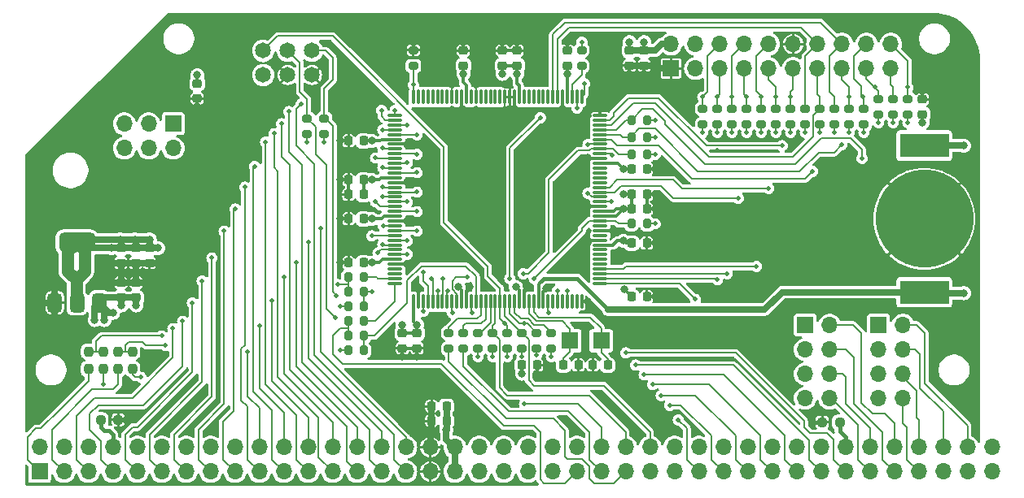
<source format=gbr>
%TF.GenerationSoftware,KiCad,Pcbnew,8.0.4*%
%TF.CreationDate,2024-08-16T16:49:31-07:00*%
%TF.ProjectId,SEWER,53455745-522e-46b6-9963-61645f706362,0*%
%TF.SameCoordinates,Original*%
%TF.FileFunction,Copper,L1,Top*%
%TF.FilePolarity,Positive*%
%FSLAX46Y46*%
G04 Gerber Fmt 4.6, Leading zero omitted, Abs format (unit mm)*
G04 Created by KiCad (PCBNEW 8.0.4) date 2024-08-16 16:49:31*
%MOMM*%
%LPD*%
G01*
G04 APERTURE LIST*
G04 Aperture macros list*
%AMRoundRect*
0 Rectangle with rounded corners*
0 $1 Rounding radius*
0 $2 $3 $4 $5 $6 $7 $8 $9 X,Y pos of 4 corners*
0 Add a 4 corners polygon primitive as box body*
4,1,4,$2,$3,$4,$5,$6,$7,$8,$9,$2,$3,0*
0 Add four circle primitives for the rounded corners*
1,1,$1+$1,$2,$3*
1,1,$1+$1,$4,$5*
1,1,$1+$1,$6,$7*
1,1,$1+$1,$8,$9*
0 Add four rect primitives between the rounded corners*
20,1,$1+$1,$2,$3,$4,$5,0*
20,1,$1+$1,$4,$5,$6,$7,0*
20,1,$1+$1,$6,$7,$8,$9,0*
20,1,$1+$1,$8,$9,$2,$3,0*%
G04 Aperture macros list end*
%TA.AperFunction,SMDPad,CuDef*%
%ADD10RoundRect,0.225000X0.225000X0.250000X-0.225000X0.250000X-0.225000X-0.250000X0.225000X-0.250000X0*%
%TD*%
%TA.AperFunction,SMDPad,CuDef*%
%ADD11RoundRect,0.225000X0.250000X-0.225000X0.250000X0.225000X-0.250000X0.225000X-0.250000X-0.225000X0*%
%TD*%
%TA.AperFunction,SMDPad,CuDef*%
%ADD12RoundRect,0.200000X-0.275000X0.200000X-0.275000X-0.200000X0.275000X-0.200000X0.275000X0.200000X0*%
%TD*%
%TA.AperFunction,SMDPad,CuDef*%
%ADD13RoundRect,0.200000X0.200000X0.275000X-0.200000X0.275000X-0.200000X-0.275000X0.200000X-0.275000X0*%
%TD*%
%TA.AperFunction,SMDPad,CuDef*%
%ADD14RoundRect,0.225000X-0.250000X0.225000X-0.250000X-0.225000X0.250000X-0.225000X0.250000X0.225000X0*%
%TD*%
%TA.AperFunction,SMDPad,CuDef*%
%ADD15RoundRect,0.237500X0.237500X-0.250000X0.237500X0.250000X-0.237500X0.250000X-0.237500X-0.250000X0*%
%TD*%
%TA.AperFunction,SMDPad,CuDef*%
%ADD16RoundRect,0.225000X-0.225000X-0.250000X0.225000X-0.250000X0.225000X0.250000X-0.225000X0.250000X0*%
%TD*%
%TA.AperFunction,ComponentPad*%
%ADD17R,1.700000X1.700000*%
%TD*%
%TA.AperFunction,ComponentPad*%
%ADD18O,1.700000X1.700000*%
%TD*%
%TA.AperFunction,SMDPad,CuDef*%
%ADD19R,1.750000X1.800000*%
%TD*%
%TA.AperFunction,SMDPad,CuDef*%
%ADD20RoundRect,0.200000X0.275000X-0.200000X0.275000X0.200000X-0.275000X0.200000X-0.275000X-0.200000X0*%
%TD*%
%TA.AperFunction,SMDPad,CuDef*%
%ADD21RoundRect,0.200000X-0.200000X-0.275000X0.200000X-0.275000X0.200000X0.275000X-0.200000X0.275000X0*%
%TD*%
%TA.AperFunction,SMDPad,CuDef*%
%ADD22RoundRect,0.237500X-0.250000X-0.237500X0.250000X-0.237500X0.250000X0.237500X-0.250000X0.237500X0*%
%TD*%
%TA.AperFunction,SMDPad,CuDef*%
%ADD23R,5.105400X2.489200*%
%TD*%
%TA.AperFunction,SMDPad,CuDef*%
%ADD24C,10.210800*%
%TD*%
%TA.AperFunction,SMDPad,CuDef*%
%ADD25RoundRect,0.237500X0.250000X0.237500X-0.250000X0.237500X-0.250000X-0.237500X0.250000X-0.237500X0*%
%TD*%
%TA.AperFunction,SMDPad,CuDef*%
%ADD26RoundRect,0.075000X-0.662500X-0.075000X0.662500X-0.075000X0.662500X0.075000X-0.662500X0.075000X0*%
%TD*%
%TA.AperFunction,SMDPad,CuDef*%
%ADD27RoundRect,0.075000X-0.075000X-0.662500X0.075000X-0.662500X0.075000X0.662500X-0.075000X0.662500X0*%
%TD*%
%TA.AperFunction,SMDPad,CuDef*%
%ADD28RoundRect,0.375000X0.375000X-0.625000X0.375000X0.625000X-0.375000X0.625000X-0.375000X-0.625000X0*%
%TD*%
%TA.AperFunction,SMDPad,CuDef*%
%ADD29RoundRect,0.500000X1.400000X-0.500000X1.400000X0.500000X-1.400000X0.500000X-1.400000X-0.500000X0*%
%TD*%
%TA.AperFunction,ComponentPad*%
%ADD30C,1.650000*%
%TD*%
%TA.AperFunction,ViaPad*%
%ADD31C,0.800000*%
%TD*%
%TA.AperFunction,ViaPad*%
%ADD32C,0.500000*%
%TD*%
%TA.AperFunction,Conductor*%
%ADD33C,0.304800*%
%TD*%
%TA.AperFunction,Conductor*%
%ADD34C,0.635000*%
%TD*%
%TA.AperFunction,Conductor*%
%ADD35C,1.270000*%
%TD*%
%TA.AperFunction,Conductor*%
%ADD36C,0.152400*%
%TD*%
%TA.AperFunction,Conductor*%
%ADD37C,0.381000*%
%TD*%
G04 APERTURE END LIST*
D10*
%TO.P,C602,1*%
%TO.N,/CpuGpioRtc/RTC_XOUT*%
X60891720Y12839700D03*
%TO.P,C602,2*%
%TO.N,GND*%
X59341720Y12839700D03*
%TD*%
D11*
%TO.P,C320,1*%
%TO.N,VBUS*%
X11856720Y19866700D03*
%TO.P,C320,2*%
%TO.N,GND*%
X11856720Y21416700D03*
%TD*%
%TO.P,C317,1*%
%TO.N,+3.3V*%
X51480720Y44068700D03*
%TO.P,C317,2*%
%TO.N,GND*%
X51480720Y45618700D03*
%TD*%
D12*
%TO.P,R411,1*%
%TO.N,CPU_BUSREQ_N*%
X53512720Y16204700D03*
%TO.P,R411,2*%
%TO.N,+3.3V*%
X53512720Y14554700D03*
%TD*%
D13*
%TO.P,R405,1*%
%TO.N,/CpuAddressData/CPU_MREQ_N_S*%
X35541720Y15887700D03*
%TO.P,R405,2*%
%TO.N,CPU_MREQ_N*%
X33891720Y15887700D03*
%TD*%
D14*
%TO.P,C322,1*%
%TO.N,+3.3V*%
X11783720Y25044700D03*
%TO.P,C322,2*%
%TO.N,GND*%
X11783720Y23494700D03*
%TD*%
D15*
%TO.P,R206,1*%
%TO.N,/RcBusInterface/RCBUS_A14*%
X9951720Y12435200D03*
%TO.P,R206,2*%
%TO.N,CPU_A14*%
X9951720Y14260200D03*
%TD*%
D12*
%TO.P,R611,1*%
%TO.N,/CpuGpioRtc/CPU_PC2*%
X75356720Y39572700D03*
%TO.P,R611,2*%
%TO.N,+3.3V*%
X75356720Y37922700D03*
%TD*%
D16*
%TO.P,C312,1*%
%TO.N,+3.3V*%
X63405720Y29095700D03*
%TO.P,C312,2*%
%TO.N,GND*%
X64955720Y29095700D03*
%TD*%
D12*
%TO.P,R605,1*%
%TO.N,/CpuGpioRtc/SPI_CS0_N*%
X89072720Y40588700D03*
%TO.P,R605,2*%
%TO.N,+3.3V*%
X89072720Y38938700D03*
%TD*%
D16*
%TO.P,C309,1*%
%TO.N,+3.3V*%
X51975720Y12839700D03*
%TO.P,C309,2*%
%TO.N,GND*%
X53525720Y12839700D03*
%TD*%
D13*
%TO.P,R418,1*%
%TO.N,/CpuAddressData/CPU_IORQ_N_S*%
X35541720Y18935700D03*
%TO.P,R418,2*%
%TO.N,+3.3V*%
X33891720Y18935700D03*
%TD*%
%TO.P,R408,1*%
%TO.N,/CpuAddressData/CPU_CS2_N_S*%
X35541720Y21983700D03*
%TO.P,R408,2*%
%TO.N,CPU_IORQ_N*%
X33891720Y21983700D03*
%TD*%
D17*
%TO.P,J204,1,Pin_1*%
%TO.N,CPU_ZDA*%
X15702520Y37990700D03*
D18*
%TO.P,J204,2,Pin_2*%
%TO.N,/RcBusInterface/RCBUS_ZDA*%
X15702520Y35450700D03*
%TO.P,J204,3,Pin_3*%
%TO.N,CPU_ZCL*%
X13162520Y37990700D03*
%TO.P,J204,4,Pin_4*%
%TO.N,/RcBusInterface/RCBUS_ZCL*%
X13162520Y35450700D03*
%TO.P,J204,5,Pin_5*%
%TO.N,CPU_WP_N*%
X10622520Y37990700D03*
%TO.P,J204,6,Pin_6*%
%TO.N,+3.3V*%
X10622520Y35450700D03*
%TD*%
D10*
%TO.P,C304,1*%
%TO.N,+3.3V*%
X35491720Y28079700D03*
%TO.P,C304,2*%
%TO.N,GND*%
X33941720Y28079700D03*
%TD*%
D14*
%TO.P,C306,1*%
%TO.N,+3.3V*%
X39542720Y16154700D03*
%TO.P,C306,2*%
%TO.N,GND*%
X39542720Y14604700D03*
%TD*%
D10*
%TO.P,C201,1*%
%TO.N,VBUS*%
X44127720Y8553700D03*
%TO.P,C201,2*%
%TO.N,GND*%
X42577720Y8553700D03*
%TD*%
D12*
%TO.P,R616,1*%
%TO.N,CPU_UART2_RXD*%
X72308720Y39572700D03*
%TO.P,R616,2*%
%TO.N,+3.3V*%
X72308720Y37922700D03*
%TD*%
D16*
%TO.P,C311,1*%
%TO.N,+3.3V*%
X63405720Y33286700D03*
%TO.P,C311,2*%
%TO.N,GND*%
X64955720Y33286700D03*
%TD*%
D12*
%TO.P,R410,1*%
%TO.N,CPU_RESET_N*%
X50464720Y16204700D03*
%TO.P,R410,2*%
%TO.N,+3.3V*%
X50464720Y14554700D03*
%TD*%
D15*
%TO.P,R205,1*%
%TO.N,/RcBusInterface/RCBUS_A15*%
X6903720Y12435200D03*
%TO.P,R205,2*%
%TO.N,CPU_A15*%
X6903720Y14260200D03*
%TD*%
D12*
%TO.P,R402,1*%
%TO.N,/CpuAddressData/CPU_WR_N_S*%
X45892720Y16204700D03*
%TO.P,R402,2*%
%TO.N,CPU_WR_N*%
X45892720Y14554700D03*
%TD*%
%TO.P,R604,1*%
%TO.N,/CpuGpioRtc/SPI_CLK*%
X86024720Y39572700D03*
%TO.P,R604,2*%
%TO.N,+3.3V*%
X86024720Y37922700D03*
%TD*%
%TO.P,R609,1*%
%TO.N,/CpuGpioRtc/CPU_PA0*%
X81452720Y39572700D03*
%TO.P,R609,2*%
%TO.N,+3.3V*%
X81452720Y37922700D03*
%TD*%
D19*
%TO.P,Y601,1,1*%
%TO.N,/CpuGpioRtc/RTC_XIN*%
X56967720Y15379700D03*
%TO.P,Y601,2,2*%
%TO.N,/CpuGpioRtc/RTC_XOUT*%
X60217720Y15379700D03*
%TD*%
D20*
%TO.P,R305,1*%
%TO.N,CPU_WP_N*%
X40685720Y44018700D03*
%TO.P,R305,2*%
%TO.N,GND*%
X40685720Y45668700D03*
%TD*%
D16*
%TO.P,C601,1*%
%TO.N,/CpuGpioRtc/RTC_XIN*%
X56293720Y12839700D03*
%TO.P,C601,2*%
%TO.N,GND*%
X57843720Y12839700D03*
%TD*%
D21*
%TO.P,R619,1*%
%TO.N,CPU_INT2_N*%
X63355720Y38366700D03*
%TO.P,R619,2*%
%TO.N,+3.3V*%
X65005720Y38366700D03*
%TD*%
D22*
%TO.P,R201,1*%
%TO.N,/RcBusInterface/CUSTOM44*%
X8150220Y7124700D03*
%TO.P,R201,2*%
%TO.N,GND*%
X9975220Y7124700D03*
%TD*%
D10*
%TO.P,C305,1*%
%TO.N,+3.3V*%
X35491720Y23507700D03*
%TO.P,C305,2*%
%TO.N,GND*%
X33941720Y23507700D03*
%TD*%
D14*
%TO.P,C323,1*%
%TO.N,+3.3V*%
X13253720Y25044700D03*
%TO.P,C323,2*%
%TO.N,GND*%
X13253720Y23494700D03*
%TD*%
D12*
%TO.P,R404,1*%
%TO.N,/CpuAddressData/CPU_BUSACK_N_S*%
X55036720Y16204700D03*
%TO.P,R404,2*%
%TO.N,CPU_BUSACK_N*%
X55036720Y14554700D03*
%TD*%
D13*
%TO.P,R406,1*%
%TO.N,/CpuAddressData/CPU_CS3_N_S*%
X35541720Y17411700D03*
%TO.P,R406,2*%
%TO.N,CPU_MREQ_N*%
X33891720Y17411700D03*
%TD*%
D10*
%TO.P,C202,1*%
%TO.N,VBUS*%
X44127720Y7029700D03*
%TO.P,C202,2*%
%TO.N,GND*%
X42577720Y7029700D03*
%TD*%
D23*
%TO.P,B601,1*%
%TO.N,/CpuGpioRtc/VBAT_RTC*%
X93825921Y20429700D03*
%TO.P,B601,2*%
X93825921Y35729700D03*
D24*
%TO.P,B601,3*%
%TO.N,GND*%
X93825921Y28079700D03*
%TD*%
D11*
%TO.P,C318,1*%
%TO.N,+3.3V*%
X56687720Y44068700D03*
%TO.P,C318,2*%
%TO.N,GND*%
X56687720Y45618700D03*
%TD*%
D20*
%TO.P,R301,1*%
%TO.N,+3.3V*%
X29636720Y36906700D03*
%TO.P,R301,2*%
%TO.N,CPU_ZCL*%
X29636720Y38556700D03*
%TD*%
D17*
%TO.P,J601,1,Pin_1*%
%TO.N,GND*%
X67487720Y43765700D03*
D18*
%TO.P,J601,2,Pin_2*%
%TO.N,+3.3V*%
X67487720Y46305700D03*
%TO.P,J601,3,Pin_3*%
%TO.N,CPU_UART2_TXD*%
X70027720Y43765700D03*
%TO.P,J601,4,Pin_4*%
%TO.N,CPU_UART1_TXD*%
X70027720Y46305700D03*
%TO.P,J601,5,Pin_5*%
%TO.N,CPU_UART2_RXD*%
X72567720Y43765700D03*
%TO.P,J601,6,Pin_6*%
%TO.N,CPU_UART1_RXD*%
X72567720Y46305700D03*
%TO.P,J601,7,Pin_7*%
%TO.N,/CpuGpioRtc/CPU_PC2*%
X75107720Y43765700D03*
%TO.P,J601,8,Pin_8*%
%TO.N,/CpuGpioRtc/CPU_PD2*%
X75107720Y46305700D03*
%TO.P,J601,9,Pin_9*%
%TO.N,/CpuGpioRtc/CPU_PC3*%
X77647720Y43765700D03*
%TO.P,J601,10,Pin_10*%
%TO.N,/CpuGpioRtc/CPU_PD3*%
X77647720Y46305700D03*
%TO.P,J601,11,Pin_11*%
%TO.N,/CpuGpioRtc/SPI_MOSI*%
X80187720Y43765700D03*
%TO.P,J601,12,Pin_12*%
%TO.N,GND*%
X80187720Y46305700D03*
%TO.P,J601,13,Pin_13*%
%TO.N,/CpuGpioRtc/SPI_MISO*%
X82727720Y43765700D03*
%TO.P,J601,14,Pin_14*%
%TO.N,/CpuGpioRtc/CPU_PA0*%
X82727720Y46305700D03*
%TO.P,J601,15,Pin_15*%
%TO.N,/CpuGpioRtc/SPI_CLK*%
X85267720Y43765700D03*
%TO.P,J601,16,Pin_16*%
%TO.N,/CpuGpioRtc/CPU_PA1*%
X85267720Y46305700D03*
%TO.P,J601,17,Pin_17*%
%TO.N,/CpuGpioRtc/SPI_CS0_N*%
X87807720Y43765700D03*
%TO.P,J601,18,Pin_18*%
%TO.N,CPU_I2C_SCL*%
X87807720Y46305700D03*
%TO.P,J601,19,Pin_19*%
%TO.N,/CpuGpioRtc/SPI_CSS_N*%
X90347720Y43765700D03*
%TO.P,J601,20,Pin_20*%
%TO.N,CPU_I2C_SDA*%
X90347720Y46305700D03*
%TD*%
D11*
%TO.P,C315,1*%
%TO.N,+3.3V*%
X49956720Y44068700D03*
%TO.P,C315,2*%
%TO.N,GND*%
X49956720Y45618700D03*
%TD*%
D10*
%TO.P,C303,1*%
%TO.N,+3.3V*%
X35491720Y32143700D03*
%TO.P,C303,2*%
%TO.N,GND*%
X33941720Y32143700D03*
%TD*%
D15*
%TO.P,R204,1*%
%TO.N,/RcBusInterface/BANK_ADDR_A14*%
X11475720Y12435200D03*
%TO.P,R204,2*%
%TO.N,CPU_A14*%
X11475720Y14260200D03*
%TD*%
D12*
%TO.P,R413,1*%
%TO.N,CPU_NMI_N*%
X51988720Y16204700D03*
%TO.P,R413,2*%
%TO.N,+3.3V*%
X51988720Y14554700D03*
%TD*%
%TO.P,R606,1*%
%TO.N,/CpuGpioRtc/SPI_CSS_N*%
X90596720Y40588700D03*
%TO.P,R606,2*%
%TO.N,+3.3V*%
X90596720Y38938700D03*
%TD*%
D14*
%TO.P,C603,1*%
%TO.N,+3.3V*%
X63164720Y45618700D03*
%TO.P,C603,2*%
%TO.N,GND*%
X63164720Y44068700D03*
%TD*%
D12*
%TO.P,R412,1*%
%TO.N,CPU_WAIT_N*%
X48940720Y16204700D03*
%TO.P,R412,2*%
%TO.N,+3.3V*%
X48940720Y14554700D03*
%TD*%
D16*
%TO.P,C310,1*%
%TO.N,+3.3V*%
X63405720Y30619700D03*
%TO.P,C310,2*%
%TO.N,GND*%
X64955720Y30619700D03*
%TD*%
D12*
%TO.P,R401,1*%
%TO.N,/CpuAddressData/CPU_INSTRD_N_S*%
X47416720Y16204700D03*
%TO.P,R401,2*%
%TO.N,CPU_M1_N*%
X47416720Y14554700D03*
%TD*%
D13*
%TO.P,R407,1*%
%TO.N,/CpuAddressData/CPU_IORQ_N_S*%
X35541720Y20459700D03*
%TO.P,R407,2*%
%TO.N,CPU_IORQ_N*%
X33891720Y20459700D03*
%TD*%
D12*
%TO.P,R602,1*%
%TO.N,/CpuGpioRtc/SPI_MOSI*%
X79928720Y39572700D03*
%TO.P,R602,2*%
%TO.N,+3.3V*%
X79928720Y37922700D03*
%TD*%
D14*
%TO.P,C314,1*%
%TO.N,+3.3V*%
X18206720Y42189700D03*
%TO.P,C314,2*%
%TO.N,GND*%
X18206720Y40639700D03*
%TD*%
D20*
%TO.P,R304,1*%
%TO.N,/CpuPowerZdi/PHI_S*%
X58192720Y44025700D03*
%TO.P,R304,2*%
%TO.N,CPU_CLOCK_PHI*%
X58192720Y45675700D03*
%TD*%
D17*
%TO.P,J203,1,Pin_1*%
%TO.N,CPU_I2C_SDA*%
X89067720Y17020700D03*
D18*
%TO.P,J203,2,Pin_2*%
%TO.N,/RcBusInterface/RCBUS_I2C_SDA*%
X91607720Y17020700D03*
%TO.P,J203,3,Pin_3*%
%TO.N,CPU_I2C_SCL*%
X89067720Y14480700D03*
%TO.P,J203,4,Pin_4*%
%TO.N,/RcBusInterface/RCBUS_I2C_SCL*%
X91607720Y14480700D03*
%TO.P,J203,5,Pin_5*%
%TO.N,CPU_INT2_N*%
X89067720Y11940700D03*
%TO.P,J203,6,Pin_6*%
%TO.N,/RcBusInterface/RCBUS_INT2_N*%
X91607720Y11940700D03*
%TO.P,J203,7,Pin_7*%
%TO.N,CPU_INT1_N*%
X89067720Y9400700D03*
%TO.P,J203,8,Pin_8*%
%TO.N,/RcBusInterface/RCBUS_INT1_N*%
X91607720Y9400700D03*
%TD*%
D17*
%TO.P,J201,1,Pin_1*%
%TO.N,/RcBusInterface/RCBUS_A15*%
X1803400Y1752600D03*
D18*
%TO.P,J201,2,Pin_2*%
%TO.N,/RcBusInterface/RCBUS_A14*%
X4343400Y1752600D03*
%TO.P,J201,3,Pin_3*%
%TO.N,CPU_A13*%
X6883400Y1752600D03*
%TO.P,J201,4,Pin_4*%
%TO.N,CPU_A12*%
X9423400Y1752600D03*
%TO.P,J201,5,Pin_5*%
%TO.N,CPU_A11*%
X11963400Y1752600D03*
%TO.P,J201,6,Pin_6*%
%TO.N,CPU_A10*%
X14503400Y1752600D03*
%TO.P,J201,7,Pin_7*%
%TO.N,CPU_A9*%
X17043400Y1752600D03*
%TO.P,J201,8,Pin_8*%
%TO.N,CPU_A8*%
X19583400Y1752600D03*
%TO.P,J201,9,Pin_9*%
%TO.N,CPU_A7*%
X22123400Y1752600D03*
%TO.P,J201,10,Pin_10*%
%TO.N,CPU_A6*%
X24663400Y1752600D03*
%TO.P,J201,11,Pin_11*%
%TO.N,CPU_A5*%
X27203400Y1752600D03*
%TO.P,J201,12,Pin_12*%
%TO.N,CPU_A4*%
X29743400Y1752600D03*
%TO.P,J201,13,Pin_13*%
%TO.N,CPU_A3*%
X32283400Y1752600D03*
%TO.P,J201,14,Pin_14*%
%TO.N,CPU_A2*%
X34823400Y1752600D03*
%TO.P,J201,15,Pin_15*%
%TO.N,CPU_A1*%
X37363400Y1752600D03*
%TO.P,J201,16,Pin_16*%
%TO.N,CPU_A0*%
X39903400Y1752600D03*
%TO.P,J201,17,Pin_17*%
%TO.N,GND*%
X42443400Y1752600D03*
%TO.P,J201,18,Pin_18*%
%TO.N,VBUS*%
X44983400Y1752600D03*
%TO.P,J201,19,Pin_19*%
%TO.N,CPU_M1_N*%
X47523400Y1752600D03*
%TO.P,J201,20,Pin_20*%
%TO.N,CPU_RESET_N*%
X50063400Y1752600D03*
%TO.P,J201,21,Pin_21*%
%TO.N,CPU_CLOCK_PHI*%
X52603400Y1752600D03*
%TO.P,J201,22,Pin_22*%
%TO.N,CPU_INT0_N*%
X55143400Y1752600D03*
%TO.P,J201,23,Pin_23*%
%TO.N,CPU_MREQ_N*%
X57683400Y1752600D03*
%TO.P,J201,24,Pin_24*%
%TO.N,CPU_WR_N*%
X60223400Y1752600D03*
%TO.P,J201,25,Pin_25*%
%TO.N,CPU_RD_N*%
X62763400Y1752600D03*
%TO.P,J201,26,Pin_26*%
%TO.N,CPU_IORQ_N*%
X65303400Y1752600D03*
%TO.P,J201,27,Pin_27*%
%TO.N,CPU_D0*%
X67843400Y1752600D03*
%TO.P,J201,28,Pin_28*%
%TO.N,CPU_D1*%
X70383400Y1752600D03*
%TO.P,J201,29,Pin_29*%
%TO.N,CPU_D2*%
X72923400Y1752600D03*
%TO.P,J201,30,Pin_30*%
%TO.N,CPU_D3*%
X75463400Y1752600D03*
%TO.P,J201,31,Pin_31*%
%TO.N,CPU_D4*%
X78003400Y1752600D03*
%TO.P,J201,32,Pin_32*%
%TO.N,CPU_D5*%
X80543400Y1752600D03*
%TO.P,J201,33,Pin_33*%
%TO.N,CPU_D6*%
X83083400Y1752600D03*
%TO.P,J201,34,Pin_34*%
%TO.N,CPU_D7*%
X85623400Y1752600D03*
%TO.P,J201,35,Pin_35*%
%TO.N,/RcBusInterface/RCBUS_UART1_TX*%
X88163400Y1752600D03*
%TO.P,J201,36,Pin_36*%
%TO.N,/RcBusInterface/RCBUS_UART1_RX*%
X90703400Y1752600D03*
%TO.P,J201,37,Pin_37*%
%TO.N,/RcBusInterface/RCBUS_INT1_N*%
X93243400Y1752600D03*
%TO.P,J201,38,Pin_38*%
%TO.N,unconnected-(J201-Pin_38-Pad38)*%
X95783400Y1752600D03*
%TO.P,J201,39,Pin_39*%
%TO.N,unconnected-(J201-Pin_39-Pad39)*%
X98323400Y1752600D03*
%TO.P,J201,40,Pin_40*%
%TO.N,unconnected-(J201-Pin_40-Pad40)*%
X100863400Y1752600D03*
%TO.P,J201,41,Pin_41*%
%TO.N,unconnected-(J201-Pin_41-Pad41)*%
X1803400Y4292600D03*
%TO.P,J201,42,Pin_42*%
%TO.N,unconnected-(J201-Pin_42-Pad42)*%
X4343400Y4292600D03*
%TO.P,J201,43,Pin_43*%
%TO.N,unconnected-(J201-Pin_43-Pad43)*%
X6883400Y4292600D03*
%TO.P,J201,44,Pin_44*%
%TO.N,/RcBusInterface/CUSTOM44*%
X9423400Y4292600D03*
%TO.P,J201,45,Pin_45*%
%TO.N,/RcBusInterface/RCBUS_ZCL*%
X11963400Y4292600D03*
%TO.P,J201,46,Pin_46*%
%TO.N,/RcBusInterface/RCBUS_ZDA*%
X14503400Y4292600D03*
%TO.P,J201,47,Pin_47*%
%TO.N,/RcBusInterface/BANK_ADDR_A15*%
X17043400Y4292600D03*
%TO.P,J201,48,Pin_48*%
%TO.N,/RcBusInterface/BANK_ADDR_A14*%
X19583400Y4292600D03*
%TO.P,J201,49,Pin_49*%
%TO.N,CPU_A23*%
X22123400Y4292600D03*
%TO.P,J201,50,Pin_50*%
%TO.N,CPU_A22*%
X24663400Y4292600D03*
%TO.P,J201,51,Pin_51*%
%TO.N,CPU_A21*%
X27203400Y4292600D03*
%TO.P,J201,52,Pin_52*%
%TO.N,CPU_A20*%
X29743400Y4292600D03*
%TO.P,J201,53,Pin_53*%
%TO.N,CPU_A19*%
X32283400Y4292600D03*
%TO.P,J201,54,Pin_54*%
%TO.N,CPU_A18*%
X34823400Y4292600D03*
%TO.P,J201,55,Pin_55*%
%TO.N,CPU_A17*%
X37363400Y4292600D03*
%TO.P,J201,56,Pin_56*%
%TO.N,CPU_A16*%
X39903400Y4292600D03*
%TO.P,J201,57,Pin_57*%
%TO.N,GND*%
X42443400Y4292600D03*
%TO.P,J201,58,Pin_58*%
%TO.N,VBUS*%
X44983400Y4292600D03*
%TO.P,J201,59,Pin_59*%
%TO.N,unconnected-(J201-Pin_59-Pad59)*%
X47523400Y4292600D03*
%TO.P,J201,60,Pin_60*%
%TO.N,unconnected-(J201-Pin_60-Pad60)*%
X50063400Y4292600D03*
%TO.P,J201,61,Pin_61*%
%TO.N,CPU_CLOCK_SRC*%
X52603400Y4292600D03*
%TO.P,J201,62,Pin_62*%
%TO.N,CPU_BUSACK_N*%
X55143400Y4292600D03*
%TO.P,J201,63,Pin_63*%
%TO.N,CPU_HALT_N*%
X57683400Y4292600D03*
%TO.P,J201,64,Pin_64*%
%TO.N,CPU_BUSREQ_N*%
X60223400Y4292600D03*
%TO.P,J201,65,Pin_65*%
%TO.N,CPU_WAIT_N*%
X62763400Y4292600D03*
%TO.P,J201,66,Pin_66*%
%TO.N,CPU_NMI_N*%
X65303400Y4292600D03*
%TO.P,J201,67,Pin_67*%
%TO.N,unconnected-(J201-Pin_67-Pad67)*%
X67843400Y4292600D03*
%TO.P,J201,68,Pin_68*%
%TO.N,unconnected-(J201-Pin_68-Pad68)*%
X70383400Y4292600D03*
%TO.P,J201,69,Pin_69*%
%TO.N,unconnected-(J201-Pin_69-Pad69)*%
X72923400Y4292600D03*
%TO.P,J201,70,Pin_70*%
%TO.N,unconnected-(J201-Pin_70-Pad70)*%
X75463400Y4292600D03*
%TO.P,J201,71,Pin_71*%
%TO.N,unconnected-(J201-Pin_71-Pad71)*%
X78003400Y4292600D03*
%TO.P,J201,72,Pin_72*%
%TO.N,unconnected-(J201-Pin_72-Pad72)*%
X80543400Y4292600D03*
%TO.P,J201,73,Pin_73*%
%TO.N,unconnected-(J201-Pin_73-Pad73)*%
X83083400Y4292600D03*
%TO.P,J201,74,Pin_74*%
%TO.N,/RcBusInterface/CPU_D15*%
X85623400Y4292600D03*
%TO.P,J201,75,Pin_75*%
%TO.N,/RcBusInterface/RCBUS_UART2_TX*%
X88163400Y4292600D03*
%TO.P,J201,76,Pin_76*%
%TO.N,/RcBusInterface/RCBUS_UART2_RX*%
X90703400Y4292600D03*
%TO.P,J201,77,Pin_77*%
%TO.N,/RcBusInterface/RCBUS_INT2_N*%
X93243400Y4292600D03*
%TO.P,J201,78,Pin_78*%
%TO.N,/RcBusInterface/RCBUS_I2C_SCL*%
X95783400Y4292600D03*
%TO.P,J201,79,Pin_79*%
%TO.N,/RcBusInterface/RCBUS_I2C_SDA*%
X98323400Y4292600D03*
%TO.P,J201,80,Pin_80*%
%TO.N,unconnected-(J201-Pin_80-Pad80)*%
X100863400Y4292600D03*
%TD*%
D21*
%TO.P,R618,1*%
%TO.N,CPU_INT1_N*%
X63355720Y36588700D03*
%TO.P,R618,2*%
%TO.N,+3.3V*%
X65005720Y36588700D03*
%TD*%
D12*
%TO.P,R610,1*%
%TO.N,/CpuGpioRtc/CPU_PA1*%
X84500720Y39572700D03*
%TO.P,R610,2*%
%TO.N,+3.3V*%
X84500720Y37922700D03*
%TD*%
D25*
%TO.P,R202,1*%
%TO.N,/RcBusInterface/CPU_D15*%
X85032220Y6870700D03*
%TO.P,R202,2*%
%TO.N,GND*%
X83207220Y6870700D03*
%TD*%
D12*
%TO.P,R603,1*%
%TO.N,/CpuGpioRtc/SPI_MISO*%
X82976720Y39572700D03*
%TO.P,R603,2*%
%TO.N,+3.3V*%
X82976720Y37922700D03*
%TD*%
%TO.P,R403,1*%
%TO.N,/CpuAddressData/CPU_RD_N_S*%
X44368720Y16204700D03*
%TO.P,R403,2*%
%TO.N,CPU_RD_N*%
X44368720Y14554700D03*
%TD*%
D17*
%TO.P,J202,1,Pin_1*%
%TO.N,CPU_UART2_RXD*%
X81442720Y17010700D03*
D18*
%TO.P,J202,2,Pin_2*%
%TO.N,/RcBusInterface/RCBUS_UART2_RX*%
X83982720Y17010700D03*
%TO.P,J202,3,Pin_3*%
%TO.N,CPU_UART1_RXD*%
X81442720Y14470700D03*
%TO.P,J202,4,Pin_4*%
%TO.N,/RcBusInterface/RCBUS_UART1_RX*%
X83982720Y14470700D03*
%TO.P,J202,5,Pin_5*%
%TO.N,CPU_UART2_TXD*%
X81442720Y11930700D03*
%TO.P,J202,6,Pin_6*%
%TO.N,/RcBusInterface/RCBUS_UART2_TX*%
X83982720Y11930700D03*
%TO.P,J202,7,Pin_7*%
%TO.N,CPU_UART1_TXD*%
X81442720Y9390700D03*
%TO.P,J202,8,Pin_8*%
%TO.N,/RcBusInterface/RCBUS_UART1_TX*%
X83982720Y9390700D03*
%TD*%
D26*
%TO.P,U301,1,ADDR0*%
%TO.N,CPU_A0*%
X38786220Y38861700D03*
%TO.P,U301,2,ADDR1*%
%TO.N,CPU_A1*%
X38786220Y38361700D03*
%TO.P,U301,3,ADDR2*%
%TO.N,CPU_A2*%
X38786220Y37861700D03*
%TO.P,U301,4,ADDR3*%
%TO.N,CPU_A3*%
X38786220Y37361700D03*
%TO.P,U301,5,ADDR4*%
%TO.N,CPU_A4*%
X38786220Y36861700D03*
%TO.P,U301,6,VDD_1*%
%TO.N,+3.3V*%
X38786220Y36361700D03*
%TO.P,U301,7,VSS_1*%
%TO.N,GND*%
X38786220Y35861700D03*
%TO.P,U301,8,ADDR5*%
%TO.N,CPU_A5*%
X38786220Y35361700D03*
%TO.P,U301,9,ADDR6*%
%TO.N,CPU_A6*%
X38786220Y34861700D03*
%TO.P,U301,10,ADDR7*%
%TO.N,CPU_A7*%
X38786220Y34361700D03*
%TO.P,U301,11,ADDR8*%
%TO.N,CPU_A8*%
X38786220Y33861700D03*
%TO.P,U301,12,ADDR9*%
%TO.N,CPU_A9*%
X38786220Y33361700D03*
%TO.P,U301,13,ADDR10*%
%TO.N,CPU_A10*%
X38786220Y32861700D03*
%TO.P,U301,14,VDD_2*%
%TO.N,+3.3V*%
X38786220Y32361700D03*
%TO.P,U301,15,VSS_2*%
%TO.N,GND*%
X38786220Y31861700D03*
%TO.P,U301,16,ADDR11*%
%TO.N,CPU_A11*%
X38786220Y31361700D03*
%TO.P,U301,17,ADDR12*%
%TO.N,CPU_A12*%
X38786220Y30861700D03*
%TO.P,U301,18,ADDR13*%
%TO.N,CPU_A13*%
X38786220Y30361700D03*
%TO.P,U301,19,ADDR14*%
%TO.N,CPU_A14*%
X38786220Y29861700D03*
%TO.P,U301,20,ADDR15*%
%TO.N,CPU_A15*%
X38786220Y29361700D03*
%TO.P,U301,21,ADDR16*%
%TO.N,CPU_A16*%
X38786220Y28861700D03*
%TO.P,U301,22,VDD_3*%
%TO.N,+3.3V*%
X38786220Y28361700D03*
%TO.P,U301,23,VSS_3*%
%TO.N,GND*%
X38786220Y27861700D03*
%TO.P,U301,24,ADDR17*%
%TO.N,CPU_A17*%
X38786220Y27361700D03*
%TO.P,U301,25,ADDR18*%
%TO.N,CPU_A18*%
X38786220Y26861700D03*
%TO.P,U301,26,ADDR19*%
%TO.N,CPU_A19*%
X38786220Y26361700D03*
%TO.P,U301,27,ADDR20*%
%TO.N,CPU_A20*%
X38786220Y25861700D03*
%TO.P,U301,28,ADDR21*%
%TO.N,CPU_A21*%
X38786220Y25361700D03*
%TO.P,U301,29,ADDR22*%
%TO.N,CPU_A22*%
X38786220Y24861700D03*
%TO.P,U301,30,ADDR23*%
%TO.N,CPU_A23*%
X38786220Y24361700D03*
%TO.P,U301,31,VDD_4*%
%TO.N,+3.3V*%
X38786220Y23861700D03*
%TO.P,U301,32,VSS_4*%
%TO.N,GND*%
X38786220Y23361700D03*
%TO.P,U301,33,~{CS0}*%
%TO.N,unconnected-(U301A-~{CS0}-Pad33)*%
X38786220Y22861700D03*
%TO.P,U301,34,~{CS1}*%
%TO.N,unconnected-(U301A-~{CS1}-Pad34)*%
X38786220Y22361700D03*
%TO.P,U301,35,~{CS2}*%
%TO.N,/CpuAddressData/CPU_CS2_N_S*%
X38786220Y21861700D03*
%TO.P,U301,36,~{CS3}*%
%TO.N,/CpuAddressData/CPU_CS3_N_S*%
X38786220Y21361700D03*
D27*
%TO.P,U301,37,VDD_5*%
%TO.N,+3.3V*%
X40698720Y19449200D03*
%TO.P,U301,38,VSS_5*%
%TO.N,GND*%
X41198720Y19449200D03*
%TO.P,U301,39,DATA0*%
%TO.N,CPU_D0*%
X41698720Y19449200D03*
%TO.P,U301,40,DATA1*%
%TO.N,CPU_D1*%
X42198720Y19449200D03*
%TO.P,U301,41,DATA2*%
%TO.N,CPU_D2*%
X42698720Y19449200D03*
%TO.P,U301,42,DATA3*%
%TO.N,CPU_D3*%
X43198720Y19449200D03*
%TO.P,U301,43,DATA4*%
%TO.N,CPU_D4*%
X43698720Y19449200D03*
%TO.P,U301,44,DATA5*%
%TO.N,CPU_D5*%
X44198720Y19449200D03*
%TO.P,U301,45,DATA6*%
%TO.N,CPU_D6*%
X44698720Y19449200D03*
%TO.P,U301,46,DATA7*%
%TO.N,CPU_D7*%
X45198720Y19449200D03*
%TO.P,U301,47,VDD_6*%
%TO.N,+3.3V*%
X45698720Y19449200D03*
%TO.P,U301,48,VSS_6*%
%TO.N,GND*%
X46198720Y19449200D03*
%TO.P,U301,49,~{IORQ}*%
%TO.N,/CpuAddressData/CPU_IORQ_N_S*%
X46698720Y19449200D03*
%TO.P,U301,50,~{MREQ}*%
%TO.N,/CpuAddressData/CPU_MREQ_N_S*%
X47198720Y19449200D03*
%TO.P,U301,51,~{RD}*%
%TO.N,/CpuAddressData/CPU_RD_N_S*%
X47698720Y19449200D03*
%TO.P,U301,52,~{WR}*%
%TO.N,/CpuAddressData/CPU_WR_N_S*%
X48198720Y19449200D03*
%TO.P,U301,53,~{INSTRD}*%
%TO.N,/CpuAddressData/CPU_INSTRD_N_S*%
X48698720Y19449200D03*
%TO.P,U301,54,~{WAIT}*%
%TO.N,CPU_WAIT_N*%
X49198720Y19449200D03*
%TO.P,U301,55,~{RESET}*%
%TO.N,CPU_RESET_N*%
X49698720Y19449200D03*
%TO.P,U301,56,~{NMI}*%
%TO.N,CPU_NMI_N*%
X50198720Y19449200D03*
%TO.P,U301,57,~{BUSREQ}*%
%TO.N,CPU_BUSREQ_N*%
X50698720Y19449200D03*
%TO.P,U301,58,~{BUSACK}*%
%TO.N,/CpuAddressData/CPU_BUSACK_N_S*%
X51198720Y19449200D03*
%TO.P,U301,59,VDD_7*%
%TO.N,+3.3V*%
X51698720Y19449200D03*
%TO.P,U301,60,VSS_7*%
%TO.N,GND*%
X52198720Y19449200D03*
%TO.P,U301,61,RTC_XIN*%
%TO.N,/CpuGpioRtc/RTC_XIN*%
X52698720Y19449200D03*
%TO.P,U301,62,RTC_XOUT*%
%TO.N,/CpuGpioRtc/RTC_XOUT*%
X53198720Y19449200D03*
%TO.P,U301,63,RTC_VDD*%
%TO.N,/CpuGpioRtc/VBAT_RTC*%
X53698720Y19449200D03*
%TO.P,U301,64,VSS_8*%
%TO.N,GND*%
X54198720Y19449200D03*
%TO.P,U301,65,~{HALT_SLP}*%
%TO.N,CPU_HALT_N*%
X54698720Y19449200D03*
%TO.P,U301,66,TMS*%
%TO.N,unconnected-(U301E-TMS-Pad66)*%
X55198720Y19449200D03*
%TO.P,U301,67,TCK*%
%TO.N,CPU_ZCL*%
X55698720Y19449200D03*
%TO.P,U301,68,TRIGOUT*%
%TO.N,unconnected-(U301E-TRIGOUT-Pad68)*%
X56198720Y19449200D03*
%TO.P,U301,69,TDI*%
%TO.N,CPU_ZDA*%
X56698720Y19449200D03*
%TO.P,U301,70,TDO*%
%TO.N,unconnected-(U301E-TDO-Pad70)*%
X57198720Y19449200D03*
%TO.P,U301,71,~{TRST}*%
%TO.N,unconnected-(U301E-~{TRST}-Pad71)*%
X57698720Y19449200D03*
%TO.P,U301,72,VSS_9*%
%TO.N,GND*%
X58198720Y19449200D03*
D26*
%TO.P,U301,73,PD0/TXD0/IR_TXD*%
%TO.N,CPU_UART1_TXD*%
X60111220Y21361700D03*
%TO.P,U301,74,PD1/RXD0/IR_RXD*%
%TO.N,CPU_UART1_RXD*%
X60111220Y21861700D03*
%TO.P,U301,75,PD2/RTS0*%
%TO.N,/CpuGpioRtc/CPU_PD2*%
X60111220Y22361700D03*
%TO.P,U301,76,PD3/CTS0*%
%TO.N,/CpuGpioRtc/CPU_PD3*%
X60111220Y22861700D03*
%TO.P,U301,77,PD4/DTR0*%
%TO.N,unconnected-(U301B-PD4{slash}DTR0-Pad77)*%
X60111220Y23361700D03*
%TO.P,U301,78,PD5/DSR0*%
%TO.N,unconnected-(U301B-PD5{slash}DSR0-Pad78)*%
X60111220Y23861700D03*
%TO.P,U301,79,PD6/DCD0*%
%TO.N,unconnected-(U301B-PD6{slash}DCD0-Pad79)*%
X60111220Y24361700D03*
%TO.P,U301,80,PD7/RI0*%
%TO.N,unconnected-(U301B-PD7{slash}RI0-Pad80)*%
X60111220Y24861700D03*
%TO.P,U301,81,VDD_8*%
%TO.N,+3.3V*%
X60111220Y25361700D03*
%TO.P,U301,82,VSS_10*%
%TO.N,GND*%
X60111220Y25861700D03*
%TO.P,U301,83,LOOP_FILT*%
%TO.N,unconnected-(U301D-LOOP_FILT-Pad83)*%
X60111220Y26361700D03*
%TO.P,U301,84,PLL_VSS*%
%TO.N,GND*%
X60111220Y26861700D03*
%TO.P,U301,85,XOUT*%
%TO.N,unconnected-(U301D-XOUT-Pad85)*%
X60111220Y27361700D03*
%TO.P,U301,86,XIN*%
%TO.N,CPU_CLOCK_SRC*%
X60111220Y27861700D03*
%TO.P,U301,87,PLL_VDD*%
%TO.N,+3.3V*%
X60111220Y28361700D03*
%TO.P,U301,88,VDD_9*%
X60111220Y28861700D03*
%TO.P,U301,89,VSS_11*%
%TO.N,GND*%
X60111220Y29361700D03*
%TO.P,U301,90,PC0/TXD1*%
%TO.N,CPU_UART2_TXD*%
X60111220Y29861700D03*
%TO.P,U301,91,PC1/RXD1*%
%TO.N,CPU_UART2_RXD*%
X60111220Y30361700D03*
%TO.P,U301,92,PC2/RTS1*%
%TO.N,/CpuGpioRtc/CPU_PC2*%
X60111220Y30861700D03*
%TO.P,U301,93,PC3/CTS1*%
%TO.N,/CpuGpioRtc/CPU_PC3*%
X60111220Y31361700D03*
%TO.P,U301,94,PC4/DTR1*%
%TO.N,unconnected-(U301B-PC4{slash}DTR1-Pad94)*%
X60111220Y31861700D03*
%TO.P,U301,95,PC5/DSR1*%
%TO.N,unconnected-(U301B-PC5{slash}DSR1-Pad95)*%
X60111220Y32361700D03*
%TO.P,U301,96,PC6/DCD1*%
%TO.N,unconnected-(U301B-PC6{slash}DCD1-Pad96)*%
X60111220Y32861700D03*
%TO.P,U301,97,PC7/RI1*%
%TO.N,unconnected-(U301B-PC7{slash}RI1-Pad97)*%
X60111220Y33361700D03*
%TO.P,U301,98,VDD_10*%
%TO.N,+3.3V*%
X60111220Y33861700D03*
%TO.P,U301,99,VSS_12*%
%TO.N,GND*%
X60111220Y34361700D03*
%TO.P,U301,100,PB0/IC0/EC0*%
%TO.N,/CpuGpioRtc/SPI_CS0_N*%
X60111220Y34861700D03*
%TO.P,U301,101,PB1/IC1*%
%TO.N,CPU_INT0_N*%
X60111220Y35361700D03*
%TO.P,U301,102,PB2/SS*%
%TO.N,/CpuGpioRtc/SPI_CSS_N*%
X60111220Y35861700D03*
%TO.P,U301,103,PB3/SCK*%
%TO.N,/CpuGpioRtc/SPI_CLK*%
X60111220Y36361700D03*
%TO.P,U301,104,PB4/IC2*%
%TO.N,CPU_INT1_N*%
X60111220Y36861700D03*
%TO.P,U301,105,PB5/IC3*%
%TO.N,CPU_INT2_N*%
X60111220Y37361700D03*
%TO.P,U301,106,PB6/MISO*%
%TO.N,/CpuGpioRtc/SPI_MISO*%
X60111220Y37861700D03*
%TO.P,U301,107,PB7/MOSI*%
%TO.N,/CpuGpioRtc/SPI_MOSI*%
X60111220Y38361700D03*
%TO.P,U301,108,VSS_13*%
%TO.N,GND*%
X60111220Y38861700D03*
D27*
%TO.P,U301,109,SDA*%
%TO.N,CPU_I2C_SDA*%
X58198720Y40774200D03*
%TO.P,U301,110,SCL*%
%TO.N,CPU_I2C_SCL*%
X57698720Y40774200D03*
%TO.P,U301,111,PHI*%
%TO.N,/CpuPowerZdi/PHI_S*%
X57198720Y40774200D03*
%TO.P,U301,112,VDD_11*%
%TO.N,+3.3V*%
X56698720Y40774200D03*
%TO.P,U301,113,VSS_14*%
%TO.N,GND*%
X56198720Y40774200D03*
%TO.P,U301,114,PA0/PWM0/OC0*%
%TO.N,/CpuGpioRtc/CPU_PA0*%
X55698720Y40774200D03*
%TO.P,U301,115,PA1/PWM1/OC1*%
%TO.N,/CpuGpioRtc/CPU_PA1*%
X55198720Y40774200D03*
%TO.P,U301,116,PA2/PWM2/OC2*%
%TO.N,unconnected-(U301B-PA2{slash}PWM2{slash}OC2-Pad116)*%
X54698720Y40774200D03*
%TO.P,U301,117,PA3/PWM3/OC3*%
%TO.N,unconnected-(U301B-PA3{slash}PWM3{slash}OC3-Pad117)*%
X54198720Y40774200D03*
%TO.P,U301,118,PA4/PWM0/TOUT0*%
%TO.N,unconnected-(U301B-PA4{slash}PWM0{slash}TOUT0-Pad118)*%
X53698720Y40774200D03*
%TO.P,U301,119,PA5*%
%TO.N,unconnected-(U301B-PA5-Pad119)*%
X53198720Y40774200D03*
%TO.P,U301,120,PA6/PWM2/EC1*%
%TO.N,unconnected-(U301B-PA6{slash}PWM2{slash}EC1-Pad120)*%
X52698720Y40774200D03*
%TO.P,U301,121,PA7/PWM3*%
%TO.N,unconnected-(U301B-PA7{slash}PWM3-Pad121)*%
X52198720Y40774200D03*
%TO.P,U301,122,VDD_12*%
%TO.N,+3.3V*%
X51698720Y40774200D03*
%TO.P,U301,123,VSS_15*%
%TO.N,GND*%
X51198720Y40774200D03*
%TO.P,U301,124,CRS*%
X50698720Y40774200D03*
%TO.P,U301,125,COL*%
X50198720Y40774200D03*
%TO.P,U301,126,TXD3*%
%TO.N,unconnected-(U301C-TXD3-Pad126)*%
X49698720Y40774200D03*
%TO.P,U301,127,TXD2*%
%TO.N,unconnected-(U301C-TXD2-Pad127)*%
X49198720Y40774200D03*
%TO.P,U301,128,TXD1*%
%TO.N,unconnected-(U301C-TXD1-Pad128)*%
X48698720Y40774200D03*
%TO.P,U301,129,TXD0*%
%TO.N,unconnected-(U301C-TXD0-Pad129)*%
X48198720Y40774200D03*
%TO.P,U301,130,TX_EN*%
%TO.N,unconnected-(U301C-TX_EN-Pad130)*%
X47698720Y40774200D03*
%TO.P,U301,131,TX_CLK*%
%TO.N,GND*%
X47198720Y40774200D03*
%TO.P,U301,132,TX_ER*%
%TO.N,unconnected-(U301C-TX_ER-Pad132)*%
X46698720Y40774200D03*
%TO.P,U301,133,VDD_13*%
%TO.N,+3.3V*%
X46198720Y40774200D03*
%TO.P,U301,134,VSS_16*%
%TO.N,GND*%
X45698720Y40774200D03*
%TO.P,U301,135,RX_ER*%
%TO.N,unconnected-(U301C-RX_ER-Pad135)*%
X45198720Y40774200D03*
%TO.P,U301,136,RX_CLK*%
%TO.N,GND*%
X44698720Y40774200D03*
%TO.P,U301,137,RX_DV*%
%TO.N,unconnected-(U301C-RX_DV-Pad137)*%
X44198720Y40774200D03*
%TO.P,U301,138,RXD0*%
%TO.N,unconnected-(U301C-RXD0-Pad138)*%
X43698720Y40774200D03*
%TO.P,U301,139,RXD1*%
%TO.N,unconnected-(U301C-RXD1-Pad139)*%
X43198720Y40774200D03*
%TO.P,U301,140,RXD2*%
%TO.N,unconnected-(U301C-RXD2-Pad140)*%
X42698720Y40774200D03*
%TO.P,U301,141,RXD3*%
%TO.N,unconnected-(U301C-RXD3-Pad141)*%
X42198720Y40774200D03*
%TO.P,U301,142,MDC*%
%TO.N,unconnected-(U301C-MDC-Pad142)*%
X41698720Y40774200D03*
%TO.P,U301,143,MDIO*%
%TO.N,unconnected-(U301C-MDIO-Pad143)*%
X41198720Y40774200D03*
%TO.P,U301,144,~{WP}*%
%TO.N,CPU_WP_N*%
X40698720Y40774200D03*
%TD*%
D11*
%TO.P,C316,1*%
%TO.N,+3.3V*%
X45892720Y44068700D03*
%TO.P,C316,2*%
%TO.N,GND*%
X45892720Y45618700D03*
%TD*%
D12*
%TO.P,R613,1*%
%TO.N,/CpuGpioRtc/CPU_PD2*%
X73832720Y39572700D03*
%TO.P,R613,2*%
%TO.N,+3.3V*%
X73832720Y37922700D03*
%TD*%
D13*
%TO.P,R417,1*%
%TO.N,/CpuAddressData/CPU_MREQ_N_S*%
X35541720Y14363700D03*
%TO.P,R417,2*%
%TO.N,+3.3V*%
X33891720Y14363700D03*
%TD*%
D12*
%TO.P,R614,1*%
%TO.N,/CpuGpioRtc/CPU_PD3*%
X76880720Y39572700D03*
%TO.P,R614,2*%
%TO.N,+3.3V*%
X76880720Y37922700D03*
%TD*%
D11*
%TO.P,C319,1*%
%TO.N,VBUS*%
X10259720Y19866700D03*
%TO.P,C319,2*%
%TO.N,GND*%
X10259720Y21416700D03*
%TD*%
D10*
%TO.P,C302,1*%
%TO.N,+3.3V*%
X35491720Y36207700D03*
%TO.P,C302,2*%
%TO.N,GND*%
X33941720Y36207700D03*
%TD*%
D13*
%TO.P,R303,1*%
%TO.N,+3.3V*%
X65005720Y27571700D03*
%TO.P,R303,2*%
%TO.N,CPU_CLOCK_SRC*%
X63355720Y27571700D03*
%TD*%
D12*
%TO.P,R607,1*%
%TO.N,CPU_I2C_SCL*%
X87548720Y39572700D03*
%TO.P,R607,2*%
%TO.N,+3.3V*%
X87548720Y37922700D03*
%TD*%
D14*
%TO.P,C308,1*%
%TO.N,+3.3V*%
X41066720Y16154700D03*
%TO.P,C308,2*%
%TO.N,GND*%
X41066720Y14604700D03*
%TD*%
D10*
%TO.P,C301,1*%
%TO.N,+3.3V*%
X35491720Y30619700D03*
%TO.P,C301,2*%
%TO.N,GND*%
X33941720Y30619700D03*
%TD*%
D14*
%TO.P,C321,1*%
%TO.N,+3.3V*%
X10259720Y25044700D03*
%TO.P,C321,2*%
%TO.N,GND*%
X10259720Y23494700D03*
%TD*%
D28*
%TO.P,U302,1,ADJ/GND*%
%TO.N,GND*%
X3387720Y19341700D03*
%TO.P,U302,2,OUT*%
%TO.N,+3.3V*%
X5687720Y19341700D03*
%TO.P,U302,3,IN*%
%TO.N,VBUS*%
X7987720Y19341700D03*
D29*
%TO.P,U302,4,OUT*%
%TO.N,+3.3V*%
X5687720Y25641700D03*
%TD*%
D14*
%TO.P,C604,1*%
%TO.N,+3.3V*%
X64688720Y45618700D03*
%TO.P,C604,2*%
%TO.N,GND*%
X64688720Y44068700D03*
%TD*%
D12*
%TO.P,R615,1*%
%TO.N,CPU_UART1_RXD*%
X70784720Y39572700D03*
%TO.P,R615,2*%
%TO.N,+3.3V*%
X70784720Y37922700D03*
%TD*%
D21*
%TO.P,R617,1*%
%TO.N,CPU_INT0_N*%
X63355720Y34810700D03*
%TO.P,R617,2*%
%TO.N,+3.3V*%
X65005720Y34810700D03*
%TD*%
D16*
%TO.P,C307,1*%
%TO.N,+3.3V*%
X63405720Y19951700D03*
%TO.P,C307,2*%
%TO.N,GND*%
X64955720Y19951700D03*
%TD*%
D15*
%TO.P,R203,1*%
%TO.N,/RcBusInterface/BANK_ADDR_A15*%
X8427720Y12435200D03*
%TO.P,R203,2*%
%TO.N,CPU_A15*%
X8427720Y14260200D03*
%TD*%
D16*
%TO.P,C313,1*%
%TO.N,+3.3V*%
X63405720Y25539700D03*
%TO.P,C313,2*%
%TO.N,GND*%
X64955720Y25539700D03*
%TD*%
D12*
%TO.P,R608,1*%
%TO.N,CPU_I2C_SDA*%
X92120720Y40588700D03*
%TO.P,R608,2*%
%TO.N,+3.3V*%
X92120720Y38938700D03*
%TD*%
D20*
%TO.P,R302,1*%
%TO.N,+3.3V*%
X31414720Y36906700D03*
%TO.P,R302,2*%
%TO.N,CPU_ZDA*%
X31414720Y38556700D03*
%TD*%
D30*
%TO.P,J301,1,Pin_1*%
%TO.N,+3.3V*%
X25064720Y43065700D03*
%TO.P,J301,2,Pin_2*%
%TO.N,CPU_RESET_N*%
X25064720Y45605700D03*
%TO.P,J301,3,Pin_3*%
%TO.N,GND*%
X27604720Y43065700D03*
%TO.P,J301,4,Pin_4*%
%TO.N,CPU_ZCL*%
X27604720Y45605700D03*
%TO.P,J301,5,Pin_5*%
%TO.N,GND*%
X30144720Y43065700D03*
%TO.P,J301,6,Pin_6*%
%TO.N,CPU_ZDA*%
X30144720Y45605700D03*
%TD*%
D11*
%TO.P,C605,1*%
%TO.N,+3.3V*%
X93644720Y38988700D03*
%TO.P,C605,2*%
%TO.N,GND*%
X93644720Y40538700D03*
%TD*%
D12*
%TO.P,R612,1*%
%TO.N,/CpuGpioRtc/CPU_PC3*%
X78404720Y39572700D03*
%TO.P,R612,2*%
%TO.N,+3.3V*%
X78404720Y37922700D03*
%TD*%
D31*
%TO.N,+3.3V*%
X93644720Y38112700D03*
D32*
X87548720Y37096700D03*
D31*
X56687720Y43192700D03*
D32*
X29636720Y36080700D03*
D31*
X36367720Y32143700D03*
D32*
X31414720Y36080700D03*
X53512720Y13855700D03*
D31*
X4744720Y22618700D03*
X62529720Y33286700D03*
X51353720Y20967700D03*
D32*
X86024720Y37096700D03*
X70784720Y37096700D03*
D31*
X18206720Y43065700D03*
D32*
X33065720Y14363700D03*
X92120720Y38112700D03*
X76880720Y37096700D03*
X89072720Y38112700D03*
D31*
X45892720Y43192700D03*
D32*
X78404720Y37096700D03*
X65831720Y34810700D03*
D31*
X51480720Y43192700D03*
X9316720Y25031700D03*
X13253720Y25920700D03*
X64688720Y46494700D03*
X10205720Y25920700D03*
D32*
X84500720Y37096700D03*
D31*
X36367720Y36207700D03*
D32*
X51988720Y13728700D03*
D31*
X49956720Y43192700D03*
D32*
X75356720Y37096700D03*
D31*
X62656720Y20713700D03*
X41066720Y17030700D03*
D32*
X73832720Y37096700D03*
X65831720Y38366700D03*
D31*
X6522720Y24015700D03*
X11729720Y25920700D03*
X62529720Y25793700D03*
X62529720Y29095700D03*
X4744720Y24015700D03*
X62529720Y30619700D03*
D32*
X33065720Y18935700D03*
D31*
X6522720Y22618700D03*
D32*
X81452720Y37096700D03*
D31*
X36367720Y23507700D03*
D32*
X48940720Y13728700D03*
D31*
X5633720Y20967700D03*
D32*
X50464720Y13728700D03*
D31*
X36367720Y28079700D03*
D32*
X72308720Y37096700D03*
X82976720Y37096700D03*
D31*
X14142720Y25031700D03*
X51988720Y11950700D03*
X63164720Y46494700D03*
D32*
X79928720Y37096700D03*
X90596720Y38112700D03*
X65831720Y27571700D03*
D31*
X39542720Y17030700D03*
X45384720Y20967700D03*
D32*
X65831720Y36588700D03*
%TO.N,GND*%
X47670720Y12077700D03*
D31*
X40050720Y23380700D03*
D32*
X74848720Y49161700D03*
X19222720Y25666700D03*
D31*
X52496720Y20967700D03*
D32*
X1188720Y27571700D03*
D31*
X58846720Y19443700D03*
X65831720Y19951700D03*
X64688720Y43192700D03*
X58846720Y34429700D03*
X9316720Y21475700D03*
D32*
X15158720Y8521700D03*
X9443720Y42176700D03*
D31*
X93644720Y41414700D03*
X51226720Y39509700D03*
X2077720Y19316700D03*
D32*
X72308720Y49161700D03*
X90088720Y49161700D03*
D31*
X14142720Y23507700D03*
D32*
X72308720Y35191700D03*
X92628720Y49161700D03*
X46908720Y48526700D03*
X1188720Y17411700D03*
X24048720Y48526700D03*
X63418720Y6616700D03*
X49448720Y48526700D03*
X34208720Y48526700D03*
X51099720Y8775700D03*
X1188720Y25031700D03*
X44724320Y41948100D03*
D31*
X10332720Y22491700D03*
D32*
X59354720Y13728700D03*
X69768720Y49161700D03*
X19857720Y6616700D03*
D31*
X41066720Y13728700D03*
D32*
X39288720Y48526700D03*
X44368720Y48526700D03*
D31*
X58830193Y25542699D03*
X40050720Y31889700D03*
D32*
X36748720Y48526700D03*
D31*
X33065720Y28079700D03*
D32*
X62148720Y49161700D03*
X67228720Y49161700D03*
D31*
X56687720Y46494700D03*
X56179720Y39509700D03*
D32*
X31668720Y48526700D03*
X51861720Y10426700D03*
X50718720Y41998900D03*
D31*
X65831720Y30619700D03*
X33065720Y36207700D03*
X11729720Y22491700D03*
X3347720Y20967700D03*
X41193720Y20713700D03*
D32*
X22143720Y33159700D03*
X79928720Y49161700D03*
X77388720Y49161700D03*
D31*
X51480720Y46494700D03*
D32*
X1188720Y30111700D03*
X98978720Y16141700D03*
X21508720Y48526700D03*
D31*
X33065720Y23507700D03*
D32*
X59608720Y49161700D03*
D31*
X65831720Y29095700D03*
D32*
X87548720Y49161700D03*
X98978720Y45986700D03*
D31*
X12745720Y21475700D03*
X18206720Y39763700D03*
D32*
X60751720Y44589700D03*
X26588720Y48526700D03*
X54528720Y48526700D03*
X50159920Y39509700D03*
D31*
X45765720Y39509700D03*
X46570120Y20967700D03*
D32*
X14523720Y30238700D03*
X69387720Y39128700D03*
D31*
X53512720Y11950700D03*
D32*
X89199720Y35191700D03*
D31*
X45892720Y46494700D03*
D32*
X82468720Y49161700D03*
D31*
X40685720Y46494700D03*
D32*
X85008720Y49161700D03*
X47162720Y41948100D03*
D31*
X63164720Y43192700D03*
D32*
X16428720Y18554700D03*
D31*
X49956720Y46494700D03*
X42590720Y6108700D03*
D32*
X1188720Y34556700D03*
D31*
X39542720Y13728700D03*
X60116720Y39509700D03*
D32*
X57068720Y49161700D03*
D31*
X40050720Y27825700D03*
D32*
X1188720Y7251700D03*
X98978720Y38366700D03*
X10967720Y10172700D03*
X98978720Y43446700D03*
D31*
X65831720Y33286700D03*
D32*
X1188720Y22491700D03*
X80182720Y35953700D03*
D31*
X82214720Y6870700D03*
X65831720Y25539700D03*
X33065720Y32143700D03*
D32*
X64688720Y49161700D03*
D31*
X54528720Y20840700D03*
D32*
X6903720Y39636700D03*
X1188720Y9791700D03*
X51988720Y48526700D03*
X98978720Y41668700D03*
X56560720Y7124700D03*
X4363720Y37096700D03*
D31*
X58846720Y29349700D03*
D32*
X98978720Y9029700D03*
D31*
X9316720Y23507700D03*
D32*
X13126720Y12585700D03*
D31*
X10840720Y7124700D03*
D32*
X1188720Y14871700D03*
X57830720Y13728700D03*
X11983720Y44716700D03*
X88183720Y18808700D03*
X1188720Y19951700D03*
X29128720Y48526700D03*
X16428720Y7505700D03*
D31*
X40050720Y35826700D03*
D32*
X67736720Y33032700D03*
X41828720Y48526700D03*
D31*
X3347720Y17665700D03*
X61640720Y26809700D03*
D32*
%TO.N,CPU_BUSACK_N*%
X55036720Y13728700D03*
%TO.N,CPU_A19*%
X36367720Y26301700D03*
X27223720Y21983700D03*
%TO.N,CPU_D1*%
X68244720Y7124700D03*
X41701720Y22491700D03*
%TO.N,CPU_A11*%
X37510720Y31381700D03*
X17698720Y19316700D03*
%TO.N,CPU_D5*%
X44241720Y20586700D03*
X64688720Y11823700D03*
%TO.N,CPU_A15*%
X14498320Y15887700D03*
X36748720Y29857700D03*
D31*
%TO.N,/CpuGpioRtc/VBAT_RTC*%
X97962720Y35699700D03*
X97962720Y20332700D03*
D32*
%TO.N,CPU_A14*%
X40050720Y29857700D03*
X14904720Y14871700D03*
%TO.N,CPU_D4*%
X43733720Y21856700D03*
X65577720Y10807700D03*
%TO.N,CPU_A4*%
X25318720Y36080700D03*
X41066720Y36842700D03*
%TO.N,CPU_A5*%
X24175720Y33540700D03*
X37510720Y35445700D03*
%TO.N,CPU_A6*%
X41066720Y34810700D03*
X23159720Y31381700D03*
%TO.N,CPU_D7*%
X46273720Y21983700D03*
X62783720Y14109700D03*
%TO.N,CPU_A0*%
X29001720Y40017700D03*
X38780720Y39382700D03*
%TO.N,CPU_CLOCK_PHI*%
X58211720Y46494700D03*
X50718720Y21856700D03*
X53893720Y38620700D03*
%TO.N,CPU_A8*%
X40050720Y33921700D03*
X21000720Y26809700D03*
%TO.N,CPU_A22*%
X37002720Y24523700D03*
X23413720Y14236700D03*
%TO.N,CPU_INT0_N*%
X52115720Y22364700D03*
%TO.N,CPU_A17*%
X29763720Y25666700D03*
X37554720Y27361700D03*
%TO.N,CPU_A13*%
X37510720Y30365700D03*
X15666720Y16649700D03*
%TO.N,CPU_A3*%
X26207720Y36969700D03*
X37510720Y37350700D03*
%TO.N,CPU_BUSREQ_N*%
X52242720Y8775700D03*
X52242720Y17157700D03*
%TO.N,CPU_A21*%
X24683720Y16903700D03*
X37510720Y25412700D03*
%TO.N,CPU_A9*%
X19730720Y24015700D03*
X37510720Y33413700D03*
%TO.N,CPU_D2*%
X67355720Y8648700D03*
X42590720Y21856700D03*
%TO.N,CPU_IORQ_N*%
X32811720Y21221700D03*
%TO.N,CPU_D3*%
X43225720Y20586700D03*
X66466720Y9664700D03*
%TO.N,CPU_RESET_N*%
X50210720Y17157700D03*
%TO.N,CPU_CLOCK_SRC*%
X53258720Y21856700D03*
%TO.N,CPU_A20*%
X40050720Y25793700D03*
X25953720Y19570700D03*
%TO.N,CPU_A23*%
X40050720Y24396700D03*
%TO.N,CPU_A2*%
X26969720Y37985700D03*
X40050720Y37858700D03*
%TO.N,CPU_A1*%
X37383720Y39382700D03*
X27731720Y39255700D03*
%TO.N,CPU_D0*%
X41701720Y18427700D03*
%TO.N,/RcBusInterface/BANK_ADDR_A14*%
X12364720Y11569700D03*
%TO.N,CPU_HALT_N*%
X54782720Y18300700D03*
%TO.N,CPU_A16*%
X31033720Y27063700D03*
X41066720Y28841700D03*
%TO.N,CPU_D6*%
X44749720Y18300700D03*
X63799720Y12839700D03*
%TO.N,CPU_A18*%
X28493720Y23507700D03*
X41066720Y26809700D03*
%TO.N,CPU_A7*%
X22143720Y29095700D03*
X36748720Y34429700D03*
%TO.N,CPU_A10*%
X18714720Y21602700D03*
X41066720Y32905700D03*
%TO.N,CPU_A12*%
X16682720Y17411700D03*
X41066720Y30873700D03*
%TO.N,/RcBusInterface/BANK_ADDR_A15*%
X8427720Y10807700D03*
%TO.N,CPU_M1_N*%
X47416720Y13728700D03*
%TO.N,CPU_UART1_TXD*%
X70022720Y19697700D03*
%TO.N,CPU_UART2_RXD*%
X58846720Y30746700D03*
X72308720Y40779700D03*
%TO.N,CPU_UART2_TXD*%
X61259720Y29857700D03*
%TO.N,CPU_UART1_RXD*%
X70784720Y40779700D03*
X72308720Y21729700D03*
%TO.N,CPU_INT1_N*%
X85262720Y35826700D03*
%TO.N,CPU_INT2_N*%
X87345520Y34378900D03*
%TO.N,CPU_I2C_SDA*%
X92120720Y41795700D03*
X58465720Y42176700D03*
%TO.N,CPU_I2C_SCL*%
X57703720Y39636700D03*
X87421720Y40779700D03*
%TO.N,CPU_ZCL*%
X55671720Y20586700D03*
X32557720Y17792700D03*
%TO.N,CPU_ZDA*%
X56687720Y20586700D03*
X32684720Y20078700D03*
%TO.N,/CpuGpioRtc/CPU_PC3*%
X78404720Y40779700D03*
X77642720Y31254700D03*
%TO.N,/CpuGpioRtc/SPI_MOSI*%
X79928720Y40779700D03*
X79039720Y35699700D03*
%TO.N,/CpuGpioRtc/SPI_CS0_N*%
X88691720Y41795700D03*
X61386720Y34683700D03*
%TO.N,/CpuGpioRtc/CPU_PD2*%
X73324720Y22364700D03*
X73832720Y40779700D03*
%TO.N,/CpuGpioRtc/SPI_CLK*%
X86024720Y40779700D03*
X82214720Y33032700D03*
%TO.N,/CpuGpioRtc/CPU_PC2*%
X75356720Y40779700D03*
X74467720Y30238700D03*
%TO.N,/CpuGpioRtc/CPU_PD3*%
X76372720Y23126700D03*
X76880720Y40779700D03*
%TO.N,/CpuGpioRtc/SPI_CSS_N*%
X58846720Y35826700D03*
%TO.N,CPU_WP_N*%
X40685720Y42049700D03*
%TO.N,/CpuAddressData/CPU_IORQ_N_S*%
X46781720Y18300700D03*
X36367720Y20459700D03*
D31*
%TO.N,VBUS*%
X44114720Y6108700D03*
X8554720Y17538700D03*
X7538720Y17538700D03*
X9443720Y18300700D03*
X10332720Y19062700D03*
X11856720Y19062700D03*
%TD*%
D33*
%TO.N,+3.3V*%
X35491720Y32143700D02*
X36367720Y32143700D01*
X37483720Y23861700D02*
X37129720Y23507700D01*
D34*
X11783720Y25866700D02*
X11729720Y25920700D01*
D33*
X93644720Y38988700D02*
X93644720Y38112700D01*
X62529720Y25793700D02*
X61894720Y25793700D01*
X37383720Y28079700D02*
X36367720Y28079700D01*
D35*
X4744720Y22618700D02*
X4744720Y24015700D01*
D36*
X76880720Y37922700D02*
X76880720Y37096700D01*
X31414720Y36906700D02*
X31414720Y36080700D01*
X78404720Y37922700D02*
X78404720Y37096700D01*
D33*
X35491720Y23507700D02*
X36367720Y23507700D01*
X63405720Y19964700D02*
X63405720Y19951700D01*
X56687720Y44068700D02*
X56687720Y43192700D01*
X63405720Y30619700D02*
X62529720Y30619700D01*
D34*
X65844720Y45618700D02*
X64688720Y45618700D01*
D33*
X61795720Y28361700D02*
X62529720Y29095700D01*
D36*
X90596720Y38938700D02*
X90596720Y38112700D01*
D33*
X38743420Y36318900D02*
X37367920Y36318900D01*
X37129720Y23507700D02*
X36367720Y23507700D01*
D36*
X86024720Y37922700D02*
X86024720Y37096700D01*
D34*
X11783720Y25044700D02*
X10259720Y25044700D01*
D33*
X49956720Y44068700D02*
X51480720Y44068700D01*
X41066720Y16154700D02*
X41066720Y17030700D01*
X51698720Y40774200D02*
X51698720Y41958700D01*
D34*
X11729720Y25920700D02*
X10205720Y25920700D01*
D35*
X5633720Y21729700D02*
X4744720Y22618700D01*
D33*
X61462720Y25361700D02*
X60111220Y25361700D01*
D36*
X33891720Y14363700D02*
X33065720Y14363700D01*
D33*
X51698720Y20622700D02*
X51353720Y20967700D01*
D36*
X53512720Y14554700D02*
X53512720Y13855700D01*
D33*
X35491720Y36207700D02*
X36367720Y36207700D01*
X60111220Y33861700D02*
X61453720Y33861700D01*
D34*
X11783720Y25044700D02*
X11783720Y25866700D01*
X13253720Y25044700D02*
X14129720Y25044700D01*
D33*
X64688720Y45618700D02*
X64688720Y46494700D01*
X39542720Y16154700D02*
X41066720Y16154700D01*
X40698720Y17398700D02*
X41066720Y17030700D01*
X38786220Y32361700D02*
X37347720Y32361700D01*
D34*
X9329720Y25044700D02*
X9316720Y25031700D01*
D36*
X89072720Y38938700D02*
X89072720Y38112700D01*
D34*
X10205720Y25920700D02*
X5966720Y25920700D01*
D36*
X33891720Y18935700D02*
X33065720Y18935700D01*
D33*
X56698720Y40774200D02*
X56698720Y43054700D01*
D35*
X6522720Y24015700D02*
X6522720Y24806700D01*
D36*
X70784720Y37922700D02*
X70784720Y37096700D01*
D34*
X64688720Y45618700D02*
X63164720Y45618700D01*
X13253720Y25920700D02*
X11729720Y25920700D01*
D33*
X63405720Y25539700D02*
X62783720Y25539700D01*
X61894720Y25793700D02*
X61462720Y25361700D01*
D36*
X81452720Y37922700D02*
X81452720Y37096700D01*
D35*
X6522720Y24806700D02*
X5687720Y25641700D01*
D36*
X65005720Y36588700D02*
X65831720Y36588700D01*
D34*
X66531720Y46305700D02*
X65844720Y45618700D01*
D33*
X51975720Y12839700D02*
X51975720Y11963700D01*
D34*
X10259720Y25044700D02*
X10259720Y25866700D01*
D33*
X61453720Y33861700D02*
X61954720Y33861700D01*
D34*
X67487720Y46305700D02*
X66531720Y46305700D01*
D33*
X37129720Y32143700D02*
X36367720Y32143700D01*
D36*
X73832720Y37922700D02*
X73832720Y37096700D01*
X79928720Y37922700D02*
X79928720Y37096700D01*
D33*
X60111220Y28361700D02*
X61795720Y28361700D01*
D35*
X4744720Y24015700D02*
X4744720Y24698700D01*
D34*
X10259720Y25044700D02*
X9329720Y25044700D01*
D35*
X6522720Y22618700D02*
X6522720Y24015700D01*
D33*
X63405720Y33286700D02*
X62529720Y33286700D01*
D34*
X13253720Y25044700D02*
X13253720Y25920700D01*
D36*
X82976720Y37922700D02*
X82976720Y37096700D01*
X51988720Y14554700D02*
X51988720Y13728700D01*
D35*
X5633720Y19395700D02*
X5687720Y19341700D01*
D36*
X87548720Y37922700D02*
X87548720Y37096700D01*
D33*
X63164720Y45618700D02*
X63164720Y46494700D01*
X37256720Y36207700D02*
X36367720Y36207700D01*
X60111220Y28861700D02*
X61533720Y28861700D01*
D36*
X48940720Y14554700D02*
X48940720Y13728700D01*
X92120720Y38938700D02*
X92120720Y38112700D01*
D33*
X40698720Y19449200D02*
X40698720Y17398700D01*
X45892720Y42303700D02*
X45892720Y43192700D01*
D35*
X5633720Y20967700D02*
X5633720Y21729700D01*
D33*
X63405720Y29095700D02*
X63405720Y30619700D01*
D36*
X65005720Y34810700D02*
X65831720Y34810700D01*
D33*
X38786220Y36361700D02*
X38743420Y36318900D01*
X35491720Y28079700D02*
X36367720Y28079700D01*
X46198720Y40774200D02*
X46198720Y41997700D01*
X38786220Y23861700D02*
X37483720Y23861700D01*
D34*
X13253720Y25044700D02*
X11783720Y25044700D01*
D35*
X4744720Y24698700D02*
X5687720Y25641700D01*
D33*
X61954720Y33861700D02*
X62529720Y33286700D01*
X56698720Y43054700D02*
X56560720Y43192700D01*
D34*
X6297720Y25031700D02*
X5687720Y25641700D01*
D33*
X63405720Y29095700D02*
X62529720Y29095700D01*
X37665720Y28361700D02*
X37383720Y28079700D01*
D36*
X65005720Y38366700D02*
X65831720Y38366700D01*
D33*
X18206720Y42189700D02*
X18206720Y43065700D01*
X45698720Y20653700D02*
X45698720Y19449200D01*
D34*
X5966720Y25920700D02*
X5687720Y25641700D01*
D33*
X46198720Y41997700D02*
X45892720Y42303700D01*
D36*
X84500720Y37922700D02*
X84500720Y37096700D01*
D34*
X9316720Y25031700D02*
X6297720Y25031700D01*
D36*
X75356720Y37922700D02*
X75356720Y37096700D01*
D33*
X51480720Y42176700D02*
X51480720Y43192700D01*
X51975720Y11963700D02*
X51988720Y11950700D01*
D36*
X50464720Y14554700D02*
X50464720Y13728700D01*
D34*
X10259720Y25866700D02*
X10205720Y25920700D01*
D33*
X51698720Y41958700D02*
X51480720Y42176700D01*
D36*
X72308720Y37922700D02*
X72308720Y37096700D01*
D33*
X61533720Y28861700D02*
X61767720Y29095700D01*
X62783720Y25539700D02*
X62529720Y25793700D01*
D36*
X29636720Y36906700D02*
X29636720Y36080700D01*
D35*
X5633720Y21729700D02*
X6522720Y22618700D01*
D33*
X45892720Y44068700D02*
X45892720Y43192700D01*
D36*
X65005720Y27571700D02*
X65831720Y27571700D01*
D33*
X37367920Y36318900D02*
X37256720Y36207700D01*
D35*
X5633720Y20967700D02*
X5633720Y19395700D01*
D33*
X62656720Y20713700D02*
X63405720Y19964700D01*
X61767720Y29095700D02*
X62529720Y29095700D01*
X51698720Y19449200D02*
X51698720Y20622700D01*
X51480720Y44068700D02*
X51480720Y43192700D01*
X37347720Y32361700D02*
X37129720Y32143700D01*
X39542720Y16154700D02*
X39542720Y17030700D01*
X35491720Y30619700D02*
X35491720Y32143700D01*
X45384720Y20967700D02*
X45698720Y20653700D01*
D34*
X14129720Y25044700D02*
X14142720Y25031700D01*
D33*
X38786220Y28361700D02*
X37665720Y28361700D01*
X49956720Y44068700D02*
X49956720Y43192700D01*
D37*
%TO.N,GND*%
X83207220Y6870700D02*
X82214720Y6870700D01*
D34*
X42577720Y7029700D02*
X42577720Y6121700D01*
D33*
X63164720Y44068700D02*
X63164720Y43192700D01*
X64955720Y29095700D02*
X65831720Y29095700D01*
X33941720Y23507700D02*
X33065720Y23507700D01*
X58830193Y25542699D02*
X59149194Y25861700D01*
X64955720Y29095700D02*
X64955720Y30619700D01*
X41198720Y19449200D02*
X41198720Y20708700D01*
D34*
X3387720Y20927700D02*
X3347720Y20967700D01*
D33*
X59149194Y25861700D02*
X60111220Y25861700D01*
D36*
X50698720Y40774200D02*
X50698720Y41978900D01*
D33*
X61640720Y26809700D02*
X61588720Y26861700D01*
D34*
X13253720Y23494700D02*
X11783720Y23494700D01*
X65844720Y44068700D02*
X64688720Y44068700D01*
D33*
X60111220Y29361700D02*
X58858720Y29361700D01*
D34*
X2102720Y19341700D02*
X2077720Y19316700D01*
D36*
X47198720Y41912100D02*
X47162720Y41948100D01*
D33*
X51198720Y40774200D02*
X51198720Y39537700D01*
X61588720Y26861700D02*
X60111220Y26861700D01*
D34*
X10259720Y23494700D02*
X9329720Y23494700D01*
X3387720Y17705700D02*
X3347720Y17665700D01*
X10259720Y22418700D02*
X10332720Y22491700D01*
X11856720Y21416700D02*
X11856720Y22364700D01*
D33*
X60116720Y38867200D02*
X60111220Y38861700D01*
X38786220Y27861700D02*
X40014720Y27861700D01*
D34*
X67487720Y43765700D02*
X66147720Y43765700D01*
D36*
X59341720Y12839700D02*
X59341720Y13715700D01*
D33*
X18206720Y40639700D02*
X18206720Y39763700D01*
X45698720Y40774200D02*
X45698720Y39576700D01*
X93644720Y40538700D02*
X93644720Y41414700D01*
D36*
X50198720Y40774200D02*
X50198720Y39548500D01*
D33*
X39542720Y14604700D02*
X41066720Y14604700D01*
X64955720Y30619700D02*
X65831720Y30619700D01*
X52198720Y20669700D02*
X52198720Y19449200D01*
D34*
X42443400Y4292600D02*
X42443400Y5961380D01*
X9329720Y23494700D02*
X9316720Y23507700D01*
D33*
X40022720Y31861700D02*
X40050720Y31889700D01*
X64955720Y33286700D02*
X65831720Y33286700D01*
X58914720Y34361700D02*
X58846720Y34429700D01*
X58204220Y19443700D02*
X58198720Y19449200D01*
D34*
X11783720Y23494700D02*
X10259720Y23494700D01*
D33*
X64955720Y25539700D02*
X65831720Y25539700D01*
X60116720Y39509700D02*
X60116720Y38867200D01*
X51198720Y39537700D02*
X51226720Y39509700D01*
D34*
X3387720Y19341700D02*
X3387720Y17705700D01*
D33*
X40014720Y27861700D02*
X40050720Y27825700D01*
D34*
X42577720Y6121700D02*
X42590720Y6108700D01*
D33*
X53525720Y12839700D02*
X53525720Y11963700D01*
X64955720Y19951700D02*
X65831720Y19951700D01*
X53525720Y11963700D02*
X53512720Y11950700D01*
D34*
X10259720Y21416700D02*
X10259720Y22418700D01*
D33*
X45892720Y45618700D02*
X45892720Y46494700D01*
D34*
X14129720Y23494700D02*
X14142720Y23507700D01*
D37*
X9975220Y7124700D02*
X10840720Y7124700D01*
D33*
X33941720Y30619700D02*
X33941720Y32143700D01*
D36*
X50698720Y41978900D02*
X50718720Y41998900D01*
X59341720Y13715700D02*
X59354720Y13728700D01*
D33*
X38786220Y31861700D02*
X40022720Y31861700D01*
D36*
X57843720Y12839700D02*
X57843720Y13715700D01*
X57843720Y13715700D02*
X57830720Y13728700D01*
D34*
X13253720Y23494700D02*
X14129720Y23494700D01*
D36*
X44698720Y41922500D02*
X44724320Y41948100D01*
D33*
X46198720Y20596300D02*
X46198720Y19449200D01*
D34*
X42443400Y5961380D02*
X42590720Y6108700D01*
D33*
X45698720Y39576700D02*
X45765720Y39509700D01*
X38786220Y23361700D02*
X40031720Y23361700D01*
X46570120Y20967700D02*
X46198720Y20596300D01*
X56198720Y39528700D02*
X56179720Y39509700D01*
X40031720Y23361700D02*
X40050720Y23380700D01*
D34*
X11783720Y22545700D02*
X11729720Y22491700D01*
D33*
X64688720Y44068700D02*
X64688720Y43192700D01*
X58846720Y19443700D02*
X58204220Y19443700D01*
X56687720Y45618700D02*
X56687720Y46494700D01*
X33941720Y36207700D02*
X33065720Y36207700D01*
X60111220Y34361700D02*
X58914720Y34361700D01*
D34*
X12686720Y21416700D02*
X12745720Y21475700D01*
D36*
X50198720Y39548500D02*
X50159920Y39509700D01*
X44698720Y40774200D02*
X44698720Y41922500D01*
D34*
X3387720Y19341700D02*
X2102720Y19341700D01*
X64688720Y44068700D02*
X63164720Y44068700D01*
D33*
X33941720Y32143700D02*
X33065720Y32143700D01*
D34*
X42577720Y8553700D02*
X42577720Y7029700D01*
D33*
X40015720Y35861700D02*
X40050720Y35826700D01*
X33941720Y28079700D02*
X33065720Y28079700D01*
D34*
X11856720Y22364700D02*
X11729720Y22491700D01*
D33*
X41198720Y20708700D02*
X41193720Y20713700D01*
X54198720Y20510700D02*
X54198720Y19449200D01*
X49956720Y45618700D02*
X49956720Y46494700D01*
D34*
X10259720Y21416700D02*
X9375720Y21416700D01*
D33*
X39542720Y14604700D02*
X39542720Y13728700D01*
D34*
X10259720Y23494700D02*
X10259720Y22564700D01*
D33*
X41066720Y14604700D02*
X41066720Y13728700D01*
D34*
X11856720Y21416700D02*
X12686720Y21416700D01*
D33*
X56198720Y40774200D02*
X56198720Y39528700D01*
X40685720Y45668700D02*
X40685720Y46494700D01*
X51480720Y45618700D02*
X51480720Y46494700D01*
D34*
X10259720Y22564700D02*
X10332720Y22491700D01*
X11783720Y23494700D02*
X11783720Y22545700D01*
D33*
X49956720Y45618700D02*
X51480720Y45618700D01*
D34*
X66147720Y43765700D02*
X65844720Y44068700D01*
X9375720Y21416700D02*
X9316720Y21475700D01*
D36*
X47198720Y40774200D02*
X47198720Y41912100D01*
D34*
X11856720Y21416700D02*
X10259720Y21416700D01*
D33*
X58858720Y29361700D02*
X58846720Y29349700D01*
D34*
X3387720Y19341700D02*
X3387720Y20927700D01*
D33*
X52496720Y20967700D02*
X52198720Y20669700D01*
X38786220Y35861700D02*
X40015720Y35861700D01*
X54528720Y20840700D02*
X54198720Y20510700D01*
D36*
%TO.N,CPU_BUSACK_N*%
X55036720Y14554700D02*
X55036720Y13728700D01*
%TO.N,CPU_A19*%
X36367720Y26301700D02*
X36427720Y26361700D01*
X27223720Y21983700D02*
X27223720Y11950700D01*
X36427720Y26361700D02*
X38786220Y26361700D01*
X27223720Y11950700D02*
X32283400Y6891020D01*
X32283400Y6891020D02*
X32283400Y4292600D01*
%TO.N,CPU_D1*%
X69133720Y6235700D02*
X69133720Y3002280D01*
X41701720Y21602700D02*
X42198720Y21105700D01*
X41701720Y22491700D02*
X41701720Y21602700D01*
X69133720Y3002280D02*
X70383400Y1752600D01*
X42198720Y21105700D02*
X42198720Y19449200D01*
X68244720Y7124700D02*
X69133720Y6235700D01*
%TO.N,CPU_A11*%
X17698720Y12077700D02*
X11983720Y6362700D01*
X10713720Y5600700D02*
X10713720Y3002280D01*
X17698720Y19316700D02*
X17698720Y12077700D01*
X38786220Y31361700D02*
X37530720Y31361700D01*
X11475720Y6362700D02*
X10713720Y5600700D01*
X11983720Y6362700D02*
X11475720Y6362700D01*
X37530720Y31361700D02*
X37510720Y31381700D01*
X10713720Y3002280D02*
X11963400Y1752600D01*
%TO.N,CPU_D5*%
X72943720Y11823700D02*
X79293720Y5473700D01*
X44198720Y20543700D02*
X44241720Y20586700D01*
X79293720Y3002280D02*
X80543400Y1752600D01*
X79293720Y5473700D02*
X79293720Y3002280D01*
X44198720Y19449200D02*
X44198720Y20543700D01*
X64688720Y11823700D02*
X72943720Y11823700D01*
%TO.N,CPU_A15*%
X37244720Y29361700D02*
X38786220Y29361700D01*
X8249920Y15887700D02*
X7665720Y15303500D01*
X7665720Y15303500D02*
X7665720Y14260200D01*
X36748720Y29857700D02*
X37244720Y29361700D01*
X7665720Y14260200D02*
X8427720Y14260200D01*
X6903720Y14260200D02*
X7665720Y14260200D01*
X14498320Y15887700D02*
X8249920Y15887700D01*
%TO.N,/RcBusInterface/RCBUS_UART1_TX*%
X84139720Y9390700D02*
X83982720Y9390700D01*
X88163400Y1752600D02*
X86913720Y3002280D01*
X86913720Y6616700D02*
X84139720Y9390700D01*
X86913720Y3002280D02*
X86913720Y6616700D01*
D33*
%TO.N,/CpuGpioRtc/VBAT_RTC*%
X53698720Y21280700D02*
X53698720Y19449200D01*
D34*
X93922921Y20332700D02*
X93825921Y20429700D01*
X97932720Y35729700D02*
X97962720Y35699700D01*
D33*
X54020720Y21602700D02*
X53698720Y21280700D01*
D34*
X77223233Y18643213D02*
X60917207Y18643213D01*
X97962720Y20332700D02*
X93922921Y20332700D01*
D37*
X57703720Y21856700D02*
X54274720Y21856700D01*
D34*
X93825921Y35729700D02*
X97932720Y35729700D01*
X79009720Y20429700D02*
X77223233Y18643213D01*
D37*
X60917207Y18643213D02*
X57703720Y21856700D01*
D34*
X93825921Y20429700D02*
X79009720Y20429700D01*
D37*
X54274720Y21856700D02*
X54020720Y21602700D01*
D36*
%TO.N,CPU_A14*%
X9951720Y14260200D02*
X10713720Y14260200D01*
X12872720Y14871700D02*
X12491720Y15252700D01*
X40046720Y29861700D02*
X40050720Y29857700D01*
X10713720Y14871700D02*
X10713720Y14260200D01*
X11094720Y15252700D02*
X10713720Y14871700D01*
X14904720Y14871700D02*
X12872720Y14871700D01*
X12491720Y15252700D02*
X11094720Y15252700D01*
X10713720Y14260200D02*
X11475720Y14260200D01*
X38786220Y29861700D02*
X40046720Y29861700D01*
%TO.N,CPU_D4*%
X43733720Y19484200D02*
X43698720Y19449200D01*
X76753720Y5473700D02*
X76753720Y3002280D01*
X43733720Y21856700D02*
X43733720Y19484200D01*
X71419720Y10807700D02*
X76753720Y5473700D01*
X65577720Y10807700D02*
X71419720Y10807700D01*
X76753720Y3002280D02*
X78003400Y1752600D01*
%TO.N,CPU_A4*%
X28493720Y3002280D02*
X29743400Y1752600D01*
X25318720Y36080700D02*
X25318720Y10807700D01*
X41066720Y36842700D02*
X41047720Y36861700D01*
X41047720Y36861700D02*
X38786220Y36861700D01*
X25318720Y10807700D02*
X28493720Y7632700D01*
X28493720Y7632700D02*
X28493720Y3002280D01*
%TO.N,/RcBusInterface/RCBUS_UART2_TX*%
X83982720Y11930700D02*
X85282720Y11930700D01*
X88163400Y6256020D02*
X88163400Y4292600D01*
X85643720Y11569700D02*
X85643720Y8775700D01*
X85282720Y11930700D02*
X85643720Y11569700D01*
X85643720Y8775700D02*
X88163400Y6256020D01*
%TO.N,CPU_A5*%
X25953720Y8140700D02*
X25953720Y3002280D01*
X24175720Y33540700D02*
X24048720Y33413700D01*
X25953720Y3002280D02*
X27203400Y1752600D01*
X38786220Y35361700D02*
X37594720Y35361700D01*
X24048720Y10045700D02*
X25953720Y8140700D01*
X37594720Y35361700D02*
X37510720Y35445700D01*
X24048720Y33413700D02*
X24048720Y10045700D01*
%TO.N,CPU_A6*%
X23159720Y31381700D02*
X23159720Y14947900D01*
X23413720Y8521700D02*
X23413720Y3002280D01*
X23413720Y3002280D02*
X24663400Y1752600D01*
X22778720Y9156700D02*
X23413720Y8521700D01*
X41015720Y34861700D02*
X38786220Y34861700D01*
X22778720Y14566900D02*
X22778720Y9156700D01*
X41066720Y34810700D02*
X41015720Y34861700D01*
X23159720Y14947900D02*
X22778720Y14566900D01*
%TO.N,CPU_D7*%
X45198720Y20264725D02*
X45198720Y19449200D01*
X84373720Y5092700D02*
X84373720Y3002280D01*
X46273720Y21983700D02*
X45130720Y21983700D01*
X81325720Y6362700D02*
X81960720Y5727700D01*
X83738720Y5727700D02*
X84373720Y5092700D01*
X81960720Y5727700D02*
X83738720Y5727700D01*
X62783720Y14109700D02*
X74213720Y14109700D01*
X74213720Y14109700D02*
X81325720Y6997700D01*
X44756120Y20707325D02*
X45198720Y20264725D01*
X84373720Y3002280D02*
X85623400Y1752600D01*
X44756120Y21609100D02*
X44756120Y20707325D01*
X81325720Y6997700D02*
X81325720Y6362700D01*
X45130720Y21983700D02*
X44756120Y21609100D01*
%TO.N,/CpuGpioRtc/RTC_XIN*%
X56293720Y13588700D02*
X56293720Y12839700D01*
X53512720Y17411700D02*
X56179720Y17411700D01*
X56179720Y17411700D02*
X56967720Y16623700D01*
X52698720Y19449200D02*
X52698720Y18225700D01*
X56967720Y16623700D02*
X56967720Y15379700D01*
X56967720Y14262700D02*
X56293720Y13588700D01*
X56967720Y15379700D02*
X56967720Y14262700D01*
X52698720Y18225700D02*
X53512720Y17411700D01*
%TO.N,CPU_MREQ_N*%
X50083720Y6489700D02*
X53258720Y6489700D01*
X33891720Y16649700D02*
X33065720Y16649700D01*
X54274720Y520700D02*
X56451500Y520700D01*
X53893720Y5854700D02*
X53893720Y901700D01*
X53893720Y901700D02*
X54274720Y520700D01*
X33319720Y12966700D02*
X43606720Y12966700D01*
X32303720Y15887700D02*
X32303720Y13982700D01*
X32303720Y13982700D02*
X33319720Y12966700D01*
X56451500Y520700D02*
X57683400Y1752600D01*
X53258720Y6489700D02*
X53893720Y5854700D01*
X33065720Y16649700D02*
X32303720Y15887700D01*
X33891720Y15887700D02*
X33891720Y16649700D01*
X43606720Y12966700D02*
X50083720Y6489700D01*
X33891720Y16649700D02*
X33891720Y17411700D01*
%TO.N,/CpuGpioRtc/RTC_XOUT*%
X53766720Y17792700D02*
X59100720Y17792700D01*
X53198720Y18360700D02*
X53766720Y17792700D01*
X53198720Y19449200D02*
X53198720Y18360700D01*
X60891720Y13461700D02*
X60891720Y12839700D01*
X60217720Y14135700D02*
X60891720Y13461700D01*
X60217720Y16675700D02*
X60217720Y15379700D01*
X60217720Y15379700D02*
X60217720Y14135700D01*
X59100720Y17792700D02*
X60217720Y16675700D01*
%TO.N,CPU_WR_N*%
X45892720Y12712700D02*
X45892720Y14554700D01*
X50591720Y8013700D02*
X45892720Y12712700D01*
X60223400Y1752600D02*
X58973720Y3002280D01*
X56814720Y8013700D02*
X50591720Y8013700D01*
X58973720Y3002280D02*
X58973720Y5854700D01*
X58973720Y5854700D02*
X56814720Y8013700D01*
%TO.N,CPU_A0*%
X30398720Y13855700D02*
X38653720Y5600700D01*
X29001720Y40017700D02*
X28493720Y39509700D01*
X28493720Y35699700D02*
X30398720Y33794700D01*
X38653720Y3002280D02*
X39903400Y1752600D01*
X38780720Y39382700D02*
X38780720Y38867200D01*
X30398720Y33794700D02*
X30398720Y13855700D01*
X38780720Y38867200D02*
X38786220Y38861700D01*
X28493720Y39509700D02*
X28493720Y35699700D01*
X38653720Y5600700D02*
X38653720Y3002280D01*
%TO.N,CPU_NMI_N*%
X52692320Y15501100D02*
X51988720Y16204700D01*
X53258720Y10680700D02*
X52692320Y11247100D01*
X50198720Y17994700D02*
X51988720Y16204700D01*
X52692320Y11247100D02*
X52692320Y15501100D01*
X65303400Y5875020D02*
X60497720Y10680700D01*
X65303400Y4292600D02*
X65303400Y5875020D01*
X50198720Y19449200D02*
X50198720Y17994700D01*
X60497720Y10680700D02*
X53258720Y10680700D01*
%TO.N,/RcBusInterface/RCBUS_I2C_SDA*%
X93019720Y17020700D02*
X93898720Y16141700D01*
X98323400Y6510020D02*
X98323400Y4292600D01*
X93898720Y10934700D02*
X98323400Y6510020D01*
X93898720Y16141700D02*
X93898720Y10934700D01*
X91607720Y17020700D02*
X93019720Y17020700D01*
%TO.N,CPU_CLOCK_PHI*%
X50718720Y21856700D02*
X50718720Y35445700D01*
X50718720Y35445700D02*
X53893720Y38620700D01*
X58211720Y45668700D02*
X58211720Y46494700D01*
%TO.N,CPU_A8*%
X39990720Y33861700D02*
X40050720Y33921700D01*
X38786220Y33861700D02*
X39990720Y33861700D01*
X18333720Y6108700D02*
X18333720Y3002280D01*
X21000720Y26809700D02*
X21000720Y8775700D01*
X21000720Y8775700D02*
X18333720Y6108700D01*
X18333720Y3002280D02*
X19583400Y1752600D01*
D37*
%TO.N,/RcBusInterface/CUSTOM44*%
X9423400Y4292600D02*
X9423400Y5621020D01*
X9423400Y5621020D02*
X9062720Y5981700D01*
X9062720Y5981700D02*
X8554720Y5981700D01*
X8554720Y5981700D02*
X8150220Y6386200D01*
X8150220Y6386200D02*
X8150220Y7124700D01*
D36*
%TO.N,CPU_A22*%
X23413720Y9601200D02*
X24663400Y8351520D01*
X23413720Y14236700D02*
X23413720Y9601200D01*
X24663400Y8351520D02*
X24663400Y4292600D01*
X38786220Y24861700D02*
X37340720Y24861700D01*
X37340720Y24861700D02*
X37002720Y24523700D01*
%TO.N,/RcBusInterface/RCBUS_UART1_RX*%
X86532720Y8775700D02*
X86532720Y13601700D01*
X85262720Y14490700D02*
X85242720Y14470700D01*
X86532720Y13601700D02*
X85643720Y14490700D01*
X89453720Y3002280D02*
X89453720Y5854700D01*
X90703400Y1752600D02*
X89453720Y3002280D01*
X85242720Y14470700D02*
X83982720Y14470700D01*
X85643720Y14490700D02*
X85262720Y14490700D01*
X89453720Y5854700D02*
X86532720Y8775700D01*
%TO.N,/RcBusInterface/RCBUS_INT2_N*%
X91607720Y11940700D02*
X91607720Y11574700D01*
X93243400Y7145020D02*
X93243400Y4292600D01*
X93009720Y10172700D02*
X93009720Y7378700D01*
X91607720Y11574700D02*
X93009720Y10172700D01*
X93009720Y7378700D02*
X93243400Y7145020D01*
%TO.N,CPU_INT0_N*%
X60111220Y35361700D02*
X61470720Y35361700D01*
X54782720Y32143700D02*
X57830720Y35191700D01*
X61470720Y35361700D02*
X62021720Y34810700D01*
X59195221Y35361700D02*
X60111220Y35361700D01*
X59025221Y35191700D02*
X59195221Y35361700D01*
X52115720Y22364700D02*
X52623720Y22364700D01*
X57830720Y35191700D02*
X59025221Y35191700D01*
X54782720Y24523700D02*
X54782720Y32143700D01*
X62021720Y34810700D02*
X63355720Y34810700D01*
X52623720Y22364700D02*
X54782720Y24523700D01*
%TO.N,CPU_A17*%
X37363400Y5913494D02*
X37363400Y4292600D01*
X37554720Y27361700D02*
X38786220Y27361700D01*
X29763720Y13513174D02*
X37363400Y5913494D01*
X29763720Y25666700D02*
X29763720Y13513174D01*
%TO.N,CPU_A13*%
X15666720Y13601700D02*
X11475720Y9410700D01*
X15666720Y16649700D02*
X15666720Y13601700D01*
X5633720Y7505700D02*
X5633720Y3002280D01*
X37514720Y30361700D02*
X38786220Y30361700D01*
X7538720Y9410700D02*
X5633720Y7505700D01*
X37510720Y30365700D02*
X37514720Y30361700D01*
X11475720Y9410700D02*
X7538720Y9410700D01*
X5633720Y3002280D02*
X6883400Y1752600D01*
%TO.N,CPU_WAIT_N*%
X49644320Y15501100D02*
X48940720Y16204700D01*
X49198720Y19449200D02*
X49198720Y17161700D01*
X49644320Y10485100D02*
X49644320Y15501100D01*
X50464720Y9664700D02*
X49644320Y10485100D01*
X49198720Y17161700D02*
X48940720Y16903700D01*
X62763400Y4292600D02*
X62763400Y5875020D01*
X62763400Y5875020D02*
X58973720Y9664700D01*
X58973720Y9664700D02*
X50464720Y9664700D01*
X48940720Y16903700D02*
X48940720Y16204700D01*
%TO.N,CPU_A3*%
X26588720Y33032700D02*
X26588720Y11569700D01*
X26207720Y36969700D02*
X26207720Y33413700D01*
X30822000Y7336420D02*
X30822000Y3214000D01*
X26207720Y33413700D02*
X26588720Y33032700D01*
X38786220Y37361700D02*
X37521720Y37361700D01*
X30822000Y3214000D02*
X32283400Y1752600D01*
X37521720Y37361700D02*
X37510720Y37350700D01*
X26588720Y11569700D02*
X30822000Y7336420D01*
%TO.N,CPU_BUSREQ_N*%
X50698720Y18193700D02*
X51734720Y17157700D01*
X51734720Y17157700D02*
X52559720Y17157700D01*
X50698720Y19449200D02*
X50698720Y18193700D01*
X60223400Y6383020D02*
X60223400Y4292600D01*
X52242720Y8775700D02*
X57830720Y8775700D01*
X52559720Y17157700D02*
X53512720Y16204700D01*
X57830720Y8775700D02*
X60223400Y6383020D01*
%TO.N,CPU_A21*%
X38786220Y25361700D02*
X37561720Y25361700D01*
X27203400Y7907020D02*
X27203400Y4292600D01*
X24683720Y10426700D02*
X27203400Y7907020D01*
X37561720Y25361700D02*
X37510720Y25412700D01*
X24683720Y16903700D02*
X24683720Y10426700D01*
%TO.N,CPU_A9*%
X38786220Y33361700D02*
X37562720Y33361700D01*
X37562720Y33361700D02*
X37510720Y33413700D01*
X19730720Y9537700D02*
X15793720Y5600700D01*
X15793720Y5600700D02*
X15793720Y3002280D01*
X15793720Y3002280D02*
X17043400Y1752600D01*
X19730720Y24015700D02*
X19730720Y9537700D01*
%TO.N,CPU_D2*%
X68498720Y8648700D02*
X71673720Y5473700D01*
X71673720Y3002280D02*
X72923400Y1752600D01*
X71673720Y5473700D02*
X71673720Y3002280D01*
X42590720Y21856700D02*
X42698720Y21748700D01*
X42698720Y21748700D02*
X42698720Y19449200D01*
X67355720Y8648700D02*
X68498720Y8648700D01*
%TO.N,CPU_IORQ_N*%
X33891720Y20459700D02*
X33891720Y21221700D01*
X33891720Y21221700D02*
X32811720Y21221700D01*
X33891720Y21983700D02*
X33891720Y20459700D01*
D37*
%TO.N,/RcBusInterface/CPU_D15*%
X85623400Y5367020D02*
X85623400Y4292600D01*
X85032220Y5958200D02*
X85623400Y5367020D01*
X85032220Y6870700D02*
X85032220Y5958200D01*
D36*
%TO.N,CPU_D3*%
X66466720Y9664700D02*
X70022720Y9664700D01*
X43198720Y20559700D02*
X43225720Y20586700D01*
X43198720Y19449200D02*
X43198720Y20559700D01*
X74213720Y3002280D02*
X75463400Y1752600D01*
X74213720Y5473700D02*
X74213720Y3002280D01*
X70022720Y9664700D02*
X74213720Y5473700D01*
%TO.N,CPU_RESET_N*%
X49698720Y19449200D02*
X49698720Y20844700D01*
X50464720Y16903700D02*
X50464720Y16204700D01*
X49698720Y19449200D02*
X49698720Y17669700D01*
X49698720Y20844700D02*
X48432720Y22110700D01*
X43860720Y27694700D02*
X43860720Y35572700D01*
X48432720Y22110700D02*
X48432720Y23122700D01*
X43860720Y35572700D02*
X32303720Y47129700D01*
X48432720Y23122700D02*
X43860720Y27694700D01*
X32303720Y47129700D02*
X26588720Y47129700D01*
X49698720Y17669700D02*
X50464720Y16903700D01*
X26588720Y47129700D02*
X25064720Y45605700D01*
%TO.N,CPU_CLOCK_SRC*%
X62021720Y27571700D02*
X63355720Y27571700D01*
X60111220Y27861700D02*
X61731720Y27861700D01*
X59009745Y27861700D02*
X60111220Y27861700D01*
X53258720Y21856700D02*
X58218120Y26816100D01*
X58218120Y27070075D02*
X59009745Y27861700D01*
X58218120Y26816100D02*
X58218120Y27070075D01*
X61731720Y27861700D02*
X62021720Y27571700D01*
%TO.N,/RcBusInterface/RCBUS_UART2_RX*%
X89707720Y7759700D02*
X88437720Y7759700D01*
X90703400Y6764020D02*
X89707720Y7759700D01*
X87294720Y8902700D02*
X87294720Y16141700D01*
X90703400Y4292600D02*
X90703400Y6764020D01*
X88437720Y7759700D02*
X87294720Y8902700D01*
X86425720Y17010700D02*
X83982720Y17010700D01*
X87294720Y16141700D02*
X86425720Y17010700D01*
%TO.N,/RcBusInterface/RCBUS_INT1_N*%
X91607720Y9400700D02*
X91607720Y6748700D01*
X91993720Y3002280D02*
X93243400Y1752600D01*
X91993720Y6362700D02*
X91993720Y3002280D01*
X91607720Y6748700D02*
X91993720Y6362700D01*
%TO.N,CPU_A20*%
X25953720Y11188700D02*
X29743400Y7399020D01*
X29743400Y7399020D02*
X29743400Y4292600D01*
X38786220Y25861700D02*
X39982720Y25861700D01*
X25953720Y19570700D02*
X25953720Y11188700D01*
X39982720Y25861700D02*
X40050720Y25793700D01*
%TO.N,CPU_A23*%
X40015720Y24361700D02*
X40050720Y24396700D01*
X38786220Y24361700D02*
X40015720Y24361700D01*
%TO.N,CPU_A2*%
X33744800Y6445620D02*
X33744800Y2831200D01*
X33744800Y2831200D02*
X34823400Y1752600D01*
X27858720Y33667700D02*
X27858720Y12331700D01*
X38786220Y37861700D02*
X40047720Y37861700D01*
X40047720Y37861700D02*
X40050720Y37858700D01*
X26969720Y37985700D02*
X26969720Y34556700D01*
X27858720Y12331700D02*
X33744800Y6445620D01*
X26969720Y34556700D02*
X27858720Y33667700D01*
%TO.N,CPU_RD_N*%
X56687720Y3060700D02*
X56433720Y3314700D01*
X56433720Y6045200D02*
X55227220Y7251700D01*
X59481720Y520700D02*
X58973720Y1028700D01*
X62763400Y1752600D02*
X61531500Y520700D01*
X44368720Y13220700D02*
X44368720Y14554700D01*
X58973720Y2298700D02*
X58211720Y3060700D01*
X58973720Y1028700D02*
X58973720Y2298700D01*
X56433720Y3314700D02*
X56433720Y6045200D01*
X55227220Y7251700D02*
X50337720Y7251700D01*
X50337720Y7251700D02*
X44368720Y13220700D01*
X61531500Y520700D02*
X59481720Y520700D01*
X58211720Y3060700D02*
X56687720Y3060700D01*
%TO.N,CPU_A1*%
X36113720Y3002280D02*
X37363400Y1752600D01*
X37769720Y38361700D02*
X38786220Y38361700D01*
X37383720Y39382700D02*
X37383720Y38747700D01*
X37383720Y38747700D02*
X37769720Y38361700D01*
X27731720Y35064700D02*
X29128720Y33667700D01*
X36113720Y6108700D02*
X36113720Y3002280D01*
X27731720Y39255700D02*
X27731720Y35064700D01*
X29128720Y33667700D02*
X29128720Y13093700D01*
X29128720Y13093700D02*
X36113720Y6108700D01*
%TO.N,CPU_D0*%
X41698720Y18430700D02*
X41698720Y19449200D01*
X41701720Y18427700D02*
X41828720Y18300700D01*
X41701720Y18427700D02*
X41698720Y18430700D01*
%TO.N,/RcBusInterface/BANK_ADDR_A14*%
X11729720Y11569700D02*
X11475720Y11823700D01*
X12364720Y11569700D02*
X11729720Y11569700D01*
X11475720Y11823700D02*
X11475720Y12435200D01*
%TO.N,CPU_HALT_N*%
X54782720Y18300700D02*
X54698720Y18384700D01*
X54698720Y18384700D02*
X54698720Y19449200D01*
%TO.N,CPU_A16*%
X39903400Y5367020D02*
X39903400Y4292600D01*
X41046720Y28861700D02*
X38786220Y28861700D01*
X31033720Y27063700D02*
X31033720Y14236700D01*
X41066720Y28841700D02*
X41046720Y28861700D01*
X31033720Y14236700D02*
X39903400Y5367020D01*
%TO.N,CPU_D6*%
X73959720Y12839700D02*
X81833720Y4965700D01*
X81833720Y3002280D02*
X83083400Y1752600D01*
X44698720Y19449200D02*
X44698720Y18351700D01*
X81833720Y4965700D02*
X81833720Y3002280D01*
X63799720Y12839700D02*
X73959720Y12839700D01*
X44698720Y18351700D02*
X44749720Y18300700D01*
%TO.N,CPU_A18*%
X41066720Y26809700D02*
X41014720Y26861700D01*
X41014720Y26861700D02*
X38786220Y26861700D01*
X28493720Y23507700D02*
X28493720Y12712700D01*
X28493720Y12712700D02*
X34823400Y6383020D01*
X34823400Y6383020D02*
X34823400Y4292600D01*
%TO.N,CPU_A7*%
X22143720Y29095700D02*
X22016720Y28968700D01*
X36748720Y34429700D02*
X36816720Y34361700D01*
X20873720Y6934200D02*
X20873720Y3002280D01*
X22016720Y28968700D02*
X22016720Y8077200D01*
X20873720Y3002280D02*
X22123400Y1752600D01*
X22016720Y8077200D02*
X20873720Y6934200D01*
X36816720Y34361700D02*
X38786220Y34361700D01*
%TO.N,CPU_A10*%
X13253720Y3002280D02*
X14503400Y1752600D01*
X13253720Y5600700D02*
X13253720Y3002280D01*
X18714720Y21602700D02*
X18714720Y11061700D01*
X41066720Y32905700D02*
X41022720Y32861700D01*
X41022720Y32861700D02*
X38786220Y32861700D01*
X18714720Y11061700D02*
X13253720Y5600700D01*
%TO.N,CPU_A12*%
X12618720Y8648700D02*
X7902847Y8648700D01*
X41054720Y30861700D02*
X38786220Y30861700D01*
X7030720Y7776573D02*
X7030720Y6069860D01*
X16682720Y12712700D02*
X12618720Y8648700D01*
X8173720Y3002280D02*
X9423400Y1752600D01*
X41066720Y30873700D02*
X41054720Y30861700D01*
X16682720Y17411700D02*
X16682720Y12712700D01*
X7902847Y8648700D02*
X7030720Y7776573D01*
X7030720Y6069860D02*
X8173720Y4926860D01*
X8173720Y4926860D02*
X8173720Y3002280D01*
%TO.N,/RcBusInterface/BANK_ADDR_A15*%
X8427720Y10807700D02*
X8427720Y12435200D01*
%TO.N,CPU_M1_N*%
X47416720Y14554700D02*
X47416720Y13728700D01*
%TO.N,/RcBusInterface/RCBUS_I2C_SCL*%
X93390720Y13982700D02*
X93390720Y10426700D01*
X91607720Y14480700D02*
X92892720Y14480700D01*
X92892720Y14480700D02*
X93390720Y13982700D01*
X93390720Y10426700D02*
X95783400Y8034020D01*
X95783400Y8034020D02*
X95783400Y4292600D01*
%TO.N,CPU_UART1_TXD*%
X70022720Y19697700D02*
X68358720Y21361700D01*
X68358720Y21361700D02*
X60111220Y21361700D01*
%TO.N,CPU_UART2_RXD*%
X72567720Y41038700D02*
X72567720Y43765700D01*
X72308720Y40779700D02*
X72308720Y39572700D01*
X72308720Y40779700D02*
X72567720Y41038700D01*
X59231720Y30361700D02*
X60111220Y30361700D01*
X58846720Y30746700D02*
X59231720Y30361700D01*
%TO.N,CPU_UART2_TXD*%
X61255720Y29861700D02*
X61259720Y29857700D01*
X60111220Y29861700D02*
X61255720Y29861700D01*
%TO.N,CPU_UART1_RXD*%
X71292720Y41287700D02*
X71292720Y45030700D01*
X62529720Y21856700D02*
X62524720Y21861700D01*
X71292720Y45030700D02*
X72567720Y46305700D01*
X62524720Y21861700D02*
X60111220Y21861700D01*
X72308720Y21729700D02*
X72181720Y21856700D01*
X70784720Y40779700D02*
X70784720Y39572700D01*
X72181720Y21856700D02*
X62529720Y21856700D01*
X70784720Y40779700D02*
X71292720Y41287700D01*
%TO.N,CPU_INT1_N*%
X70276720Y33032700D02*
X65831720Y37477700D01*
X63355720Y36588700D02*
X62440720Y36588700D01*
X62440720Y36588700D02*
X62167720Y36861700D01*
X64180720Y37477700D02*
X63355720Y36652700D01*
X85262720Y35826700D02*
X84432120Y34996100D01*
X84432120Y34996100D02*
X82825226Y34996100D01*
X63355720Y36652700D02*
X63355720Y36588700D01*
X60111220Y36861700D02*
X62167720Y36861700D01*
X65831720Y37477700D02*
X64180720Y37477700D01*
X82825226Y34996100D02*
X80861826Y33032700D01*
X80861826Y33032700D02*
X70276720Y33032700D01*
%TO.N,CPU_INT2_N*%
X64498720Y39509700D02*
X63355720Y38366700D01*
X83103720Y36461700D02*
X80436720Y33794700D01*
X66847720Y38239700D02*
X65577720Y39509700D01*
X86173773Y36461700D02*
X83103720Y36461700D01*
X62783720Y38366700D02*
X63355720Y38366700D01*
X65577720Y39509700D02*
X64498720Y39509700D01*
X87345520Y35289953D02*
X86173773Y36461700D01*
X60111220Y37361700D02*
X61397720Y37361700D01*
X80436720Y33794700D02*
X70975220Y33794700D01*
X61778720Y37361700D02*
X62783720Y38366700D01*
X66847720Y37922200D02*
X66847720Y38239700D01*
X61397720Y37361700D02*
X61778720Y37361700D01*
X70975220Y33794700D02*
X66847720Y37922200D01*
X87345520Y34378900D02*
X87345520Y35289953D01*
%TO.N,CPU_I2C_SDA*%
X58465720Y41041200D02*
X58198720Y40774200D01*
X90347720Y46305700D02*
X92120720Y44532700D01*
X58465720Y42176700D02*
X58465720Y41041200D01*
X92120720Y44532700D02*
X92120720Y40588700D01*
%TO.N,CPU_I2C_SCL*%
X57698720Y39641700D02*
X57703720Y39636700D01*
X87807720Y46305700D02*
X86532720Y45030700D01*
X86532720Y45030700D02*
X86532720Y42684700D01*
X87548720Y40652700D02*
X87548720Y39572700D01*
X57698720Y40774200D02*
X57698720Y39641700D01*
X87421720Y40779700D02*
X87294720Y40906700D01*
X87294720Y40906700D02*
X87294720Y41922700D01*
X87294720Y41922700D02*
X86532720Y42684700D01*
%TO.N,CPU_ZCL*%
X31668720Y18681700D02*
X31668720Y33667700D01*
X28874720Y44335700D02*
X27604720Y45605700D01*
X29636720Y38556700D02*
X29636720Y40525700D01*
X30525720Y37667700D02*
X29636720Y38556700D01*
X29636720Y40525700D02*
X28874720Y41287700D01*
X31668720Y33667700D02*
X30525720Y34810700D01*
X55698720Y19449200D02*
X55698720Y20559700D01*
X32557720Y17792700D02*
X31668720Y18681700D01*
X28874720Y41287700D02*
X28874720Y44335700D01*
X30525720Y34810700D02*
X30525720Y37667700D01*
X55698720Y20559700D02*
X55671720Y20586700D01*
%TO.N,CPU_ZDA*%
X31414720Y41668700D02*
X32303720Y42557700D01*
X31414720Y38556700D02*
X31414720Y41668700D01*
X56698720Y20575700D02*
X56687720Y20586700D01*
X32684720Y20078700D02*
X32303720Y20459700D01*
X56698720Y19449200D02*
X56698720Y20575700D01*
X32303720Y44843700D02*
X31541720Y45605700D01*
X32303720Y37794700D02*
X31541720Y38556700D01*
X32303720Y42557700D02*
X32303720Y44843700D01*
X31541720Y45605700D02*
X30144720Y45605700D01*
X32303720Y20459700D02*
X32303720Y37794700D01*
%TO.N,/CpuGpioRtc/CPU_PC3*%
X61112720Y31361700D02*
X60111220Y31361700D01*
X78404720Y40525700D02*
X78404720Y39572700D01*
X77647720Y42552700D02*
X78404720Y41795700D01*
X78404720Y41795700D02*
X78404720Y40525700D01*
X77647720Y43765700D02*
X77647720Y42552700D01*
X61894720Y32143700D02*
X61112720Y31361700D01*
X77642720Y31254700D02*
X68625720Y31254700D01*
X68625720Y31254700D02*
X67736720Y32143700D01*
X67736720Y32143700D02*
X61894720Y32143700D01*
X78404720Y40779700D02*
X78404720Y40525700D01*
%TO.N,/CpuGpioRtc/SPI_MOSI*%
X63037720Y40652700D02*
X61513720Y39128700D01*
X61513720Y39128700D02*
X61513720Y38747700D01*
X79928720Y41287700D02*
X79928720Y40779700D01*
X71165720Y35699700D02*
X66212720Y40652700D01*
X61513720Y38747700D02*
X61132720Y38366700D01*
X79928720Y40779700D02*
X79928720Y39572700D01*
X80187720Y43765700D02*
X80187720Y41546700D01*
X61132720Y38366700D02*
X61132720Y38361700D01*
X79039720Y35699700D02*
X71165720Y35699700D01*
X80187720Y41546700D02*
X79928720Y41287700D01*
X66212720Y40652700D02*
X63037720Y40652700D01*
X61132720Y38361700D02*
X60111220Y38361700D01*
%TO.N,/CpuGpioRtc/CPU_PA0*%
X82727720Y46305700D02*
X81014720Y48018700D01*
X81014720Y48018700D02*
X56878232Y48018700D01*
X55698720Y46839188D02*
X55698720Y40774200D01*
X56878232Y48018700D02*
X55698720Y46839188D01*
X82727720Y46305700D02*
X81452720Y45030700D01*
X81452720Y45030700D02*
X81452720Y40588700D01*
X81452720Y39572700D02*
X81452720Y40779700D01*
%TO.N,/CpuGpioRtc/SPI_CS0_N*%
X89072720Y41414700D02*
X89072720Y40588700D01*
X87807720Y43765700D02*
X87807720Y42679700D01*
X87807720Y42679700D02*
X89072720Y41414700D01*
X61208720Y34861700D02*
X61386720Y34683700D01*
X60111220Y34861700D02*
X61208720Y34861700D01*
%TO.N,/CpuGpioRtc/CPU_PD2*%
X73832720Y45030700D02*
X73832720Y40588700D01*
X73321720Y22361700D02*
X60111220Y22361700D01*
X73324720Y22364700D02*
X73321720Y22361700D01*
X73832720Y39572700D02*
X73832720Y40779700D01*
X75107720Y46305700D02*
X73832720Y45030700D01*
%TO.N,/CpuGpioRtc/SPI_CLK*%
X61894720Y35699700D02*
X61232720Y36361700D01*
X85267720Y42552700D02*
X86024720Y41795700D01*
X69641720Y32270700D02*
X66212720Y35699700D01*
X86024720Y40779700D02*
X86024720Y41795700D01*
X85267720Y43765700D02*
X85267720Y42552700D01*
X82214720Y33032700D02*
X81452720Y32270700D01*
X86024720Y40779700D02*
X86024720Y39572700D01*
X81452720Y32270700D02*
X69641720Y32270700D01*
X66212720Y35699700D02*
X61894720Y35699700D01*
X61232720Y36361700D02*
X60111220Y36361700D01*
%TO.N,/CpuGpioRtc/CPU_PA1*%
X83992720Y41287700D02*
X84500720Y40779700D01*
X55198720Y47291700D02*
X55198720Y40774200D01*
X83992720Y45030700D02*
X83992720Y41287700D01*
X85267720Y46305700D02*
X83992720Y45030700D01*
X85267720Y46305700D02*
X83046720Y48526700D01*
X84500720Y40906700D02*
X84500720Y39572700D01*
X56433720Y48526700D02*
X55198720Y47291700D01*
X83046720Y48526700D02*
X56433720Y48526700D01*
%TO.N,/CpuGpioRtc/CPU_PC2*%
X61628720Y30861700D02*
X60111220Y30861700D01*
X75356720Y40779700D02*
X75107720Y41028700D01*
X67736720Y30238700D02*
X66466720Y31508700D01*
X74467720Y30238700D02*
X67736720Y30238700D01*
X75356720Y40779700D02*
X75356720Y39572700D01*
X66466720Y31508700D02*
X62275720Y31508700D01*
X75107720Y41028700D02*
X75107720Y43765700D01*
X62275720Y31508700D02*
X61628720Y30861700D01*
%TO.N,/CpuGpioRtc/CPU_PD3*%
X76880720Y39572700D02*
X76880720Y40906700D01*
X76372720Y45030700D02*
X77647720Y46305700D01*
X76372720Y23126700D02*
X62783720Y23126700D01*
X62783720Y23126700D02*
X62518720Y22861700D01*
X76372720Y41414700D02*
X76372720Y45030700D01*
X76880720Y40906700D02*
X76372720Y41414700D01*
X62518720Y22861700D02*
X60111220Y22861700D01*
%TO.N,/CpuGpioRtc/SPI_CSS_N*%
X90347720Y43765700D02*
X90347720Y42044700D01*
X90347720Y42044700D02*
X90596720Y41795700D01*
X90596720Y41795700D02*
X90596720Y40588700D01*
X60111220Y35861700D02*
X58881720Y35861700D01*
X58881720Y35861700D02*
X58846720Y35826700D01*
%TO.N,/CpuGpioRtc/SPI_MISO*%
X82976720Y40779700D02*
X82976720Y39572700D01*
X82273120Y36674394D02*
X80155426Y34556700D01*
X82727720Y43765700D02*
X82727720Y41028700D01*
X71419720Y34556700D02*
X65831720Y40144700D01*
X82273120Y38869100D02*
X82273120Y36674394D01*
X82727720Y41028700D02*
X82976720Y40779700D01*
X80155426Y34556700D02*
X71419720Y34556700D01*
X61312772Y37861700D02*
X60111220Y37861700D01*
X65831720Y40144700D02*
X63595772Y40144700D01*
X82976720Y39572700D02*
X82273120Y38869100D01*
X63595772Y40144700D02*
X61312772Y37861700D01*
%TO.N,/CpuAddressData/CPU_INSTRD_N_S*%
X47416720Y16204700D02*
X47606720Y16204700D01*
X47606720Y16204700D02*
X48698720Y17296700D01*
X48698720Y17296700D02*
X48698720Y19449200D01*
%TO.N,/CpuAddressData/CPU_RD_N_S*%
X44368720Y16776700D02*
X44368720Y16204700D01*
X47289720Y17665700D02*
X45257720Y17665700D01*
X47698720Y19449200D02*
X47698720Y18074700D01*
X45257720Y17665700D02*
X44368720Y16776700D01*
X47698720Y18074700D02*
X47289720Y17665700D01*
%TO.N,/CpuAddressData/CPU_BUSACK_N_S*%
X51198720Y19449200D02*
X51198720Y18328700D01*
X53258720Y17030700D02*
X54274720Y17030700D01*
X52623720Y17665700D02*
X53258720Y17030700D01*
X55036720Y16268700D02*
X55036720Y16204700D01*
X54274720Y17030700D02*
X55036720Y16268700D01*
X51198720Y18328700D02*
X51861720Y17665700D01*
X51861720Y17665700D02*
X52623720Y17665700D01*
%TO.N,/CpuAddressData/CPU_CS3_N_S*%
X36748720Y17411700D02*
X38786220Y19449200D01*
X35541720Y17411700D02*
X36748720Y17411700D01*
X38786220Y19449200D02*
X38786220Y20459700D01*
X38786220Y21361700D02*
X38786220Y20459700D01*
%TO.N,/CpuAddressData/CPU_CS2_N_S*%
X38786220Y21861700D02*
X36997720Y21861700D01*
X36997720Y21861700D02*
X36875720Y21983700D01*
X36875720Y21983700D02*
X35541720Y21983700D01*
%TO.N,CPU_WP_N*%
X40685720Y40787200D02*
X40698720Y40774200D01*
X40685720Y42049700D02*
X40685720Y40787200D01*
X40685720Y44018700D02*
X40685720Y42049700D01*
%TO.N,/CpuAddressData/CPU_IORQ_N_S*%
X46698720Y18383700D02*
X46781720Y18300700D01*
X46698720Y19449200D02*
X46698720Y18383700D01*
X35541720Y18935700D02*
X35541720Y20459700D01*
X35541720Y20459700D02*
X36367720Y20459700D01*
%TO.N,/CpuAddressData/CPU_MREQ_N_S*%
X41511220Y23126700D02*
X46146720Y23126700D01*
X40050720Y21666200D02*
X41511220Y23126700D01*
X40050720Y19316700D02*
X40050720Y21666200D01*
X36621720Y15887700D02*
X40050720Y19316700D01*
X35541720Y15887700D02*
X36621720Y15887700D01*
X35541720Y14363700D02*
X35541720Y15887700D01*
X47198720Y22074700D02*
X47198720Y19449200D01*
X46146720Y23126700D02*
X47198720Y22074700D01*
%TO.N,/CpuAddressData/CPU_WR_N_S*%
X48198720Y17609500D02*
X47746920Y17157700D01*
X48198720Y19449200D02*
X48198720Y17609500D01*
X46146720Y17157700D02*
X45892720Y16903700D01*
X47746920Y17157700D02*
X46146720Y17157700D01*
X45892720Y16903700D02*
X45892720Y16204700D01*
D34*
%TO.N,VBUS*%
X8554720Y17538700D02*
X8554720Y18774700D01*
X8512720Y19866700D02*
X7987720Y19341700D01*
X10259720Y19866700D02*
X10259720Y19135700D01*
X9028720Y18300700D02*
X7987720Y19341700D01*
X44914820Y4292600D02*
X44114720Y5092700D01*
X8554720Y18774700D02*
X7987720Y19341700D01*
X7538720Y17538700D02*
X7538720Y18892700D01*
X9443720Y18300700D02*
X9028720Y18300700D01*
X44114720Y5092700D02*
X44114720Y6108700D01*
X44127720Y7029700D02*
X44127720Y6121700D01*
X44983400Y1752600D02*
X44983400Y4292600D01*
X44983400Y4292600D02*
X44914820Y4292600D01*
X44127720Y6121700D02*
X44114720Y6108700D01*
X44127720Y8553700D02*
X44127720Y7029700D01*
X10259720Y19866700D02*
X8512720Y19866700D01*
X7538720Y18892700D02*
X7987720Y19341700D01*
X10259720Y19135700D02*
X10332720Y19062700D01*
X11856720Y19866700D02*
X10259720Y19866700D01*
X11856720Y19866700D02*
X11856720Y19062700D01*
D36*
%TO.N,/RcBusInterface/RCBUS_A15*%
X1442720Y6235700D02*
X1950720Y6235700D01*
X6903720Y11188700D02*
X6903720Y12435200D01*
X3919220Y8204200D02*
X6903720Y11188700D01*
X1803400Y1752600D02*
X553720Y3002280D01*
X553720Y5346700D02*
X1442720Y6235700D01*
X1950720Y6235700D02*
X3919220Y8204200D01*
X553720Y3002280D02*
X553720Y5346700D01*
%TO.N,/RcBusInterface/RCBUS_A14*%
X7284720Y10299700D02*
X9443720Y10299700D01*
X4343400Y1752600D02*
X3093720Y3002280D01*
X3093720Y3002280D02*
X3093720Y6108700D01*
X9951720Y10807700D02*
X9951720Y12435200D01*
X9443720Y10299700D02*
X9951720Y10807700D01*
X3093720Y6108700D02*
X7284720Y10299700D01*
%TO.N,/CpuPowerZdi/PHI_S*%
X57198720Y42116200D02*
X58192720Y43110200D01*
X57198720Y40774200D02*
X57198720Y42116200D01*
X58192720Y43110200D02*
X58192720Y44025700D01*
%TD*%
%TA.AperFunction,Conductor*%
%TO.N,GND*%
G36*
X43454107Y12539798D02*
G01*
X43475081Y12522895D01*
X49833870Y6164105D01*
X49833875Y6164101D01*
X49833877Y6164099D01*
X49833878Y6164098D01*
X49833880Y6164097D01*
X49926658Y6110532D01*
X49926659Y6110532D01*
X49926662Y6110530D01*
X49949006Y6104543D01*
X50030151Y6082800D01*
X53037985Y6082800D01*
X53106106Y6062798D01*
X53127080Y6045896D01*
X53449915Y5723062D01*
X53483940Y5660749D01*
X53486820Y5633966D01*
X53486820Y5360527D01*
X53466818Y5292406D01*
X53413162Y5245913D01*
X53342888Y5235809D01*
X53294490Y5253400D01*
X53131949Y5354041D01*
X53131942Y5354045D01*
X53131938Y5354047D01*
X53000072Y5405132D01*
X52927899Y5433092D01*
X52712808Y5473300D01*
X52493992Y5473300D01*
X52493991Y5473300D01*
X52278900Y5433092D01*
X52132332Y5376311D01*
X52074862Y5354047D01*
X52074861Y5354047D01*
X52074860Y5354046D01*
X52074855Y5354044D01*
X51888819Y5238855D01*
X51727112Y5091440D01*
X51595250Y4916825D01*
X51497714Y4720945D01*
X51497712Y4720940D01*
X51454590Y4569380D01*
X51416709Y4509334D01*
X51352379Y4479300D01*
X51282022Y4488813D01*
X51227978Y4534853D01*
X51212210Y4569380D01*
X51201216Y4608019D01*
X51169086Y4720945D01*
X51071552Y4916821D01*
X51016200Y4990119D01*
X50939687Y5091440D01*
X50777980Y5238855D01*
X50591944Y5354044D01*
X50591940Y5354046D01*
X50591938Y5354047D01*
X50460072Y5405132D01*
X50387899Y5433092D01*
X50172808Y5473300D01*
X49953992Y5473300D01*
X49953991Y5473300D01*
X49738900Y5433092D01*
X49592332Y5376311D01*
X49534862Y5354047D01*
X49534861Y5354047D01*
X49534860Y5354046D01*
X49534855Y5354044D01*
X49348819Y5238855D01*
X49187112Y5091440D01*
X49055250Y4916825D01*
X48957714Y4720945D01*
X48957712Y4720940D01*
X48914590Y4569380D01*
X48876709Y4509334D01*
X48812379Y4479300D01*
X48742022Y4488813D01*
X48687978Y4534853D01*
X48672210Y4569380D01*
X48661216Y4608019D01*
X48629086Y4720945D01*
X48531552Y4916821D01*
X48476200Y4990119D01*
X48399687Y5091440D01*
X48237980Y5238855D01*
X48051944Y5354044D01*
X48051940Y5354046D01*
X48051938Y5354047D01*
X47920072Y5405132D01*
X47847899Y5433092D01*
X47632808Y5473300D01*
X47413992Y5473300D01*
X47413991Y5473300D01*
X47198900Y5433092D01*
X47052332Y5376311D01*
X46994862Y5354047D01*
X46994861Y5354047D01*
X46994860Y5354046D01*
X46994855Y5354044D01*
X46808819Y5238855D01*
X46647112Y5091440D01*
X46515250Y4916825D01*
X46417714Y4720945D01*
X46417712Y4720940D01*
X46374590Y4569380D01*
X46336709Y4509334D01*
X46272379Y4479300D01*
X46202022Y4488813D01*
X46147978Y4534853D01*
X46132210Y4569380D01*
X46121216Y4608019D01*
X46089086Y4720945D01*
X45991552Y4916821D01*
X45936200Y4990119D01*
X45859687Y5091440D01*
X45697980Y5238855D01*
X45511944Y5354044D01*
X45511940Y5354046D01*
X45511938Y5354047D01*
X45380072Y5405132D01*
X45307899Y5433092D01*
X45092808Y5473300D01*
X44888920Y5473300D01*
X44820799Y5493302D01*
X44774306Y5546958D01*
X44762920Y5599300D01*
X44762920Y5731195D01*
X44775401Y5785872D01*
X44777214Y5789640D01*
X44777224Y5789655D01*
X44831608Y5945075D01*
X44850044Y6108700D01*
X44831608Y6272325D01*
X44801463Y6358474D01*
X44797843Y6429378D01*
X44819994Y6476222D01*
X44841655Y6504785D01*
X44897695Y6646893D01*
X44908420Y6736200D01*
X44908420Y7323200D01*
X44897695Y7412507D01*
X44890683Y7430287D01*
X44868994Y7485288D01*
X44841655Y7554615D01*
X44829649Y7570448D01*
X44801522Y7607539D01*
X44776299Y7673904D01*
X44775920Y7683672D01*
X44775920Y7899730D01*
X44795922Y7967851D01*
X44801524Y7975865D01*
X44841653Y8028782D01*
X44841653Y8028783D01*
X44841655Y8028785D01*
X44897695Y8170893D01*
X44908420Y8260200D01*
X44908420Y8847200D01*
X44897695Y8936507D01*
X44887501Y8962356D01*
X44878403Y8985429D01*
X44841655Y9078615D01*
X44841653Y9078618D01*
X44749353Y9200334D01*
X44627637Y9292634D01*
X44627635Y9292635D01*
X44597609Y9304476D01*
X44485529Y9348675D01*
X44485523Y9348676D01*
X44396222Y9359400D01*
X44396220Y9359400D01*
X43859220Y9359400D01*
X43859217Y9359400D01*
X43769916Y9348676D01*
X43769910Y9348675D01*
X43627802Y9292634D01*
X43506086Y9200334D01*
X43413785Y9078617D01*
X43399133Y9041462D01*
X43355534Y8985429D01*
X43288563Y8961863D01*
X43219482Y8978246D01*
X43180540Y9012866D01*
X43108922Y9109904D01*
X43005063Y9186557D01*
X42883229Y9229188D01*
X42883231Y9229188D01*
X42854307Y9231900D01*
X42704720Y9231900D01*
X42704720Y8552700D01*
X42684718Y8484579D01*
X42631062Y8438086D01*
X42578720Y8426700D01*
X41924521Y8426700D01*
X41924521Y8252119D01*
X41927232Y8223193D01*
X41927233Y8223189D01*
X41969863Y8101357D01*
X42046517Y7997498D01*
X42150376Y7920845D01*
X42179569Y7910629D01*
X42237260Y7869251D01*
X42263422Y7803250D01*
X42249749Y7733583D01*
X42200581Y7682367D01*
X42179569Y7672771D01*
X42150376Y7662556D01*
X42046517Y7585903D01*
X41969863Y7482044D01*
X41927232Y7360211D01*
X41924520Y7331288D01*
X41924520Y7156700D01*
X42578720Y7156700D01*
X42646841Y7136698D01*
X42693334Y7083042D01*
X42704720Y7030700D01*
X42704720Y6351501D01*
X42854296Y6351501D01*
X42854313Y6351502D01*
X42883227Y6354213D01*
X42883231Y6354214D01*
X43005063Y6396844D01*
X43108924Y6473499D01*
X43180540Y6570534D01*
X43237085Y6613466D01*
X43307864Y6619013D01*
X43370406Y6585412D01*
X43399133Y6541939D01*
X43413785Y6504785D01*
X43415214Y6502900D01*
X43417652Y6499686D01*
X43442877Y6433321D01*
X43436186Y6381936D01*
X43397832Y6272326D01*
X43381218Y6124871D01*
X43379396Y6108700D01*
X43397832Y5945075D01*
X43419196Y5884020D01*
X43438518Y5828800D01*
X43452216Y5789655D01*
X43452221Y5789647D01*
X43454039Y5785872D01*
X43466520Y5731195D01*
X43466520Y5058240D01*
X43446518Y4990119D01*
X43392862Y4943626D01*
X43322588Y4933522D01*
X43258008Y4963016D01*
X43243121Y4978306D01*
X43191728Y5040928D01*
X43031358Y5172541D01*
X42848393Y5270338D01*
X42649860Y5330561D01*
X42570400Y5338388D01*
X42570400Y4776209D01*
X42509226Y4792600D01*
X42377574Y4792600D01*
X42316400Y4776209D01*
X42316400Y5338388D01*
X42236939Y5330561D01*
X42038406Y5270338D01*
X41855441Y5172541D01*
X41695072Y5040928D01*
X41563459Y4880559D01*
X41465662Y4697593D01*
X41405437Y4499056D01*
X41397612Y4419601D01*
X41397613Y4419600D01*
X41959792Y4419600D01*
X41943400Y4358426D01*
X41943400Y4226774D01*
X41959792Y4165600D01*
X41397613Y4165600D01*
X41405437Y4086145D01*
X41465662Y3887608D01*
X41563459Y3704642D01*
X41695072Y3544273D01*
X41855441Y3412660D01*
X42038407Y3314863D01*
X42236944Y3254638D01*
X42316399Y3246813D01*
X42316400Y3246814D01*
X42316400Y3808992D01*
X42377574Y3792600D01*
X42509226Y3792600D01*
X42570400Y3808992D01*
X42570400Y3246813D01*
X42649855Y3254638D01*
X42848392Y3314863D01*
X43031358Y3412660D01*
X43191727Y3544273D01*
X43323340Y3704642D01*
X43421137Y3887608D01*
X43481362Y4086145D01*
X43489187Y4165600D01*
X42927008Y4165600D01*
X42943400Y4226774D01*
X42943400Y4358426D01*
X42927008Y4419600D01*
X43489186Y4419600D01*
X43481976Y4492816D01*
X43495205Y4562570D01*
X43544045Y4614098D01*
X43612990Y4631041D01*
X43680151Y4608019D01*
X43696464Y4594262D01*
X43772819Y4517907D01*
X43806843Y4455597D01*
X43809186Y4417188D01*
X43801627Y4335613D01*
X43797643Y4292605D01*
X43797642Y4292596D01*
X43797642Y4292595D01*
X43817831Y4074722D01*
X43817831Y4074719D01*
X43817832Y4074718D01*
X43877714Y3864255D01*
X43975248Y3668379D01*
X43975249Y3668378D01*
X43975250Y3668376D01*
X44107112Y3493761D01*
X44268817Y3346348D01*
X44268819Y3346347D01*
X44268821Y3346345D01*
X44275526Y3342193D01*
X44322915Y3289330D01*
X44335200Y3235064D01*
X44335200Y2810137D01*
X44315198Y2742016D01*
X44275534Y2703012D01*
X44268821Y2698856D01*
X44268818Y2698854D01*
X44107112Y2551440D01*
X43975250Y2376825D01*
X43877714Y2180945D01*
X43877712Y2180940D01*
X43817831Y1970479D01*
X43797642Y1752605D01*
X43797642Y1752596D01*
X43817831Y1534722D01*
X43877711Y1324263D01*
X43877714Y1324255D01*
X43975248Y1128379D01*
X43975249Y1128378D01*
X43975250Y1128376D01*
X44107112Y953761D01*
X44268819Y806346D01*
X44454855Y691157D01*
X44454856Y691157D01*
X44454862Y691153D01*
X44658902Y612108D01*
X44873992Y571900D01*
X44873996Y571900D01*
X45092804Y571900D01*
X45092808Y571900D01*
X45307898Y612108D01*
X45511938Y691153D01*
X45697979Y806345D01*
X45859686Y953760D01*
X45860827Y955270D01*
X45914623Y1026508D01*
X45991552Y1128379D01*
X46089086Y1324255D01*
X46132210Y1475821D01*
X46170091Y1535867D01*
X46234421Y1565901D01*
X46304778Y1556388D01*
X46358822Y1510348D01*
X46374590Y1475820D01*
X46417711Y1324264D01*
X46417712Y1324261D01*
X46417714Y1324255D01*
X46515248Y1128379D01*
X46515249Y1128378D01*
X46515250Y1128376D01*
X46647112Y953761D01*
X46808819Y806346D01*
X46994855Y691157D01*
X46994856Y691157D01*
X46994862Y691153D01*
X47198902Y612108D01*
X47413992Y571900D01*
X47413996Y571900D01*
X47632804Y571900D01*
X47632808Y571900D01*
X47847898Y612108D01*
X48051938Y691153D01*
X48237979Y806345D01*
X48399686Y953760D01*
X48400827Y955270D01*
X48454623Y1026508D01*
X48531552Y1128379D01*
X48629086Y1324255D01*
X48672210Y1475821D01*
X48710091Y1535867D01*
X48774421Y1565901D01*
X48844778Y1556388D01*
X48898822Y1510348D01*
X48914590Y1475820D01*
X48957711Y1324264D01*
X48957712Y1324261D01*
X48957714Y1324255D01*
X49055248Y1128379D01*
X49055249Y1128378D01*
X49055250Y1128376D01*
X49187112Y953761D01*
X49348819Y806346D01*
X49534855Y691157D01*
X49534856Y691157D01*
X49534862Y691153D01*
X49738902Y612108D01*
X49953992Y571900D01*
X49953996Y571900D01*
X50172804Y571900D01*
X50172808Y571900D01*
X50387898Y612108D01*
X50591938Y691153D01*
X50777979Y806345D01*
X50939686Y953760D01*
X50940827Y955270D01*
X50994623Y1026508D01*
X51071552Y1128379D01*
X51169086Y1324255D01*
X51212210Y1475821D01*
X51250091Y1535867D01*
X51314421Y1565901D01*
X51384778Y1556388D01*
X51438822Y1510348D01*
X51454590Y1475820D01*
X51497711Y1324264D01*
X51497712Y1324261D01*
X51497714Y1324255D01*
X51595248Y1128379D01*
X51595249Y1128378D01*
X51595250Y1128376D01*
X51727112Y953761D01*
X51888819Y806346D01*
X52074855Y691157D01*
X52074856Y691157D01*
X52074862Y691153D01*
X52278902Y612108D01*
X52493992Y571900D01*
X52493996Y571900D01*
X52712804Y571900D01*
X52712808Y571900D01*
X52927898Y612108D01*
X53131938Y691153D01*
X53317979Y806345D01*
X53317991Y806357D01*
X53318469Y806716D01*
X53318749Y806823D01*
X53322931Y809411D01*
X53323437Y808594D01*
X53384882Y831813D01*
X53454320Y817021D01*
X53504738Y767036D01*
X53510790Y752020D01*
X53511391Y752268D01*
X53514550Y744640D01*
X53568116Y651861D01*
X53568124Y651851D01*
X53704380Y515595D01*
X53738406Y453283D01*
X53733341Y382468D01*
X53690794Y325632D01*
X53624274Y300821D01*
X53615285Y300500D01*
X426500Y300500D01*
X358379Y320502D01*
X311886Y374158D01*
X300500Y426500D01*
X300500Y2375867D01*
X320502Y2443988D01*
X374158Y2490481D01*
X444432Y2500585D01*
X509012Y2471091D01*
X515595Y2464962D01*
X585795Y2394762D01*
X619821Y2332450D01*
X622700Y2305667D01*
X622700Y863842D01*
X629039Y815690D01*
X678327Y709991D01*
X760790Y627528D01*
X760791Y627528D01*
X760792Y627527D01*
X866488Y578240D01*
X914646Y571900D01*
X914653Y571900D01*
X2692147Y571900D01*
X2692154Y571900D01*
X2740312Y578240D01*
X2846008Y627527D01*
X2928473Y709992D01*
X2977760Y815688D01*
X2984100Y863846D01*
X2984100Y1312352D01*
X3004102Y1380473D01*
X3057758Y1426966D01*
X3128032Y1437070D01*
X3192612Y1407576D01*
X3230996Y1347850D01*
X3231290Y1346833D01*
X3237711Y1324263D01*
X3237712Y1324261D01*
X3237714Y1324255D01*
X3335248Y1128379D01*
X3335249Y1128378D01*
X3335250Y1128376D01*
X3467112Y953761D01*
X3628819Y806346D01*
X3814855Y691157D01*
X3814856Y691157D01*
X3814862Y691153D01*
X4018902Y612108D01*
X4233992Y571900D01*
X4233996Y571900D01*
X4452804Y571900D01*
X4452808Y571900D01*
X4667898Y612108D01*
X4871938Y691153D01*
X5057979Y806345D01*
X5219686Y953760D01*
X5220827Y955270D01*
X5274623Y1026508D01*
X5351552Y1128379D01*
X5449086Y1324255D01*
X5492210Y1475821D01*
X5530091Y1535867D01*
X5594421Y1565901D01*
X5664778Y1556388D01*
X5718822Y1510348D01*
X5734590Y1475820D01*
X5777711Y1324264D01*
X5777712Y1324261D01*
X5777714Y1324255D01*
X5875248Y1128379D01*
X5875249Y1128378D01*
X5875250Y1128376D01*
X6007112Y953761D01*
X6168819Y806346D01*
X6354855Y691157D01*
X6354856Y691157D01*
X6354862Y691153D01*
X6558902Y612108D01*
X6773992Y571900D01*
X6773996Y571900D01*
X6992804Y571900D01*
X6992808Y571900D01*
X7207898Y612108D01*
X7411938Y691153D01*
X7597979Y806345D01*
X7759686Y953760D01*
X7760827Y955270D01*
X7814623Y1026508D01*
X7891552Y1128379D01*
X7989086Y1324255D01*
X8032210Y1475821D01*
X8070091Y1535867D01*
X8134421Y1565901D01*
X8204778Y1556388D01*
X8258822Y1510348D01*
X8274590Y1475820D01*
X8317711Y1324264D01*
X8317712Y1324261D01*
X8317714Y1324255D01*
X8415248Y1128379D01*
X8415249Y1128378D01*
X8415250Y1128376D01*
X8547112Y953761D01*
X8708819Y806346D01*
X8894855Y691157D01*
X8894856Y691157D01*
X8894862Y691153D01*
X9098902Y612108D01*
X9313992Y571900D01*
X9313996Y571900D01*
X9532804Y571900D01*
X9532808Y571900D01*
X9747898Y612108D01*
X9951938Y691153D01*
X10137979Y806345D01*
X10299686Y953760D01*
X10300827Y955270D01*
X10354623Y1026508D01*
X10431552Y1128379D01*
X10529086Y1324255D01*
X10572210Y1475821D01*
X10610091Y1535867D01*
X10674421Y1565901D01*
X10744778Y1556388D01*
X10798822Y1510348D01*
X10814590Y1475820D01*
X10857711Y1324264D01*
X10857712Y1324261D01*
X10857714Y1324255D01*
X10955248Y1128379D01*
X10955249Y1128378D01*
X10955250Y1128376D01*
X11087112Y953761D01*
X11248819Y806346D01*
X11434855Y691157D01*
X11434856Y691157D01*
X11434862Y691153D01*
X11638902Y612108D01*
X11853992Y571900D01*
X11853996Y571900D01*
X12072804Y571900D01*
X12072808Y571900D01*
X12287898Y612108D01*
X12491938Y691153D01*
X12677979Y806345D01*
X12839686Y953760D01*
X12840827Y955270D01*
X12894623Y1026508D01*
X12971552Y1128379D01*
X13069086Y1324255D01*
X13112210Y1475821D01*
X13150091Y1535867D01*
X13214421Y1565901D01*
X13284778Y1556388D01*
X13338822Y1510348D01*
X13354590Y1475820D01*
X13397711Y1324264D01*
X13397712Y1324261D01*
X13397714Y1324255D01*
X13495248Y1128379D01*
X13495249Y1128378D01*
X13495250Y1128376D01*
X13627112Y953761D01*
X13788819Y806346D01*
X13974855Y691157D01*
X13974856Y691157D01*
X13974862Y691153D01*
X14178902Y612108D01*
X14393992Y571900D01*
X14393996Y571900D01*
X14612804Y571900D01*
X14612808Y571900D01*
X14827898Y612108D01*
X15031938Y691153D01*
X15217979Y806345D01*
X15379686Y953760D01*
X15380827Y955270D01*
X15434623Y1026508D01*
X15511552Y1128379D01*
X15609086Y1324255D01*
X15652210Y1475821D01*
X15690091Y1535867D01*
X15754421Y1565901D01*
X15824778Y1556388D01*
X15878822Y1510348D01*
X15894590Y1475820D01*
X15937711Y1324264D01*
X15937712Y1324261D01*
X15937714Y1324255D01*
X16035248Y1128379D01*
X16035249Y1128378D01*
X16035250Y1128376D01*
X16167112Y953761D01*
X16328819Y806346D01*
X16514855Y691157D01*
X16514856Y691157D01*
X16514862Y691153D01*
X16718902Y612108D01*
X16933992Y571900D01*
X16933996Y571900D01*
X17152804Y571900D01*
X17152808Y571900D01*
X17367898Y612108D01*
X17571938Y691153D01*
X17757979Y806345D01*
X17919686Y953760D01*
X17920827Y955270D01*
X17974623Y1026508D01*
X18051552Y1128379D01*
X18149086Y1324255D01*
X18192210Y1475821D01*
X18230091Y1535867D01*
X18294421Y1565901D01*
X18364778Y1556388D01*
X18418822Y1510348D01*
X18434590Y1475820D01*
X18477711Y1324264D01*
X18477712Y1324261D01*
X18477714Y1324255D01*
X18575248Y1128379D01*
X18575249Y1128378D01*
X18575250Y1128376D01*
X18707112Y953761D01*
X18868819Y806346D01*
X19054855Y691157D01*
X19054856Y691157D01*
X19054862Y691153D01*
X19258902Y612108D01*
X19473992Y571900D01*
X19473996Y571900D01*
X19692804Y571900D01*
X19692808Y571900D01*
X19907898Y612108D01*
X20111938Y691153D01*
X20297979Y806345D01*
X20459686Y953760D01*
X20460827Y955270D01*
X20514623Y1026508D01*
X20591552Y1128379D01*
X20689086Y1324255D01*
X20732210Y1475821D01*
X20770091Y1535867D01*
X20834421Y1565901D01*
X20904778Y1556388D01*
X20958822Y1510348D01*
X20974590Y1475820D01*
X21017711Y1324264D01*
X21017712Y1324261D01*
X21017714Y1324255D01*
X21115248Y1128379D01*
X21115249Y1128378D01*
X21115250Y1128376D01*
X21247112Y953761D01*
X21408819Y806346D01*
X21594855Y691157D01*
X21594856Y691157D01*
X21594862Y691153D01*
X21798902Y612108D01*
X22013992Y571900D01*
X22013996Y571900D01*
X22232804Y571900D01*
X22232808Y571900D01*
X22447898Y612108D01*
X22651938Y691153D01*
X22837979Y806345D01*
X22999686Y953760D01*
X23000827Y955270D01*
X23054623Y1026508D01*
X23131552Y1128379D01*
X23229086Y1324255D01*
X23272210Y1475821D01*
X23310091Y1535867D01*
X23374421Y1565901D01*
X23444778Y1556388D01*
X23498822Y1510348D01*
X23514590Y1475820D01*
X23557711Y1324264D01*
X23557712Y1324261D01*
X23557714Y1324255D01*
X23655248Y1128379D01*
X23655249Y1128378D01*
X23655250Y1128376D01*
X23787112Y953761D01*
X23948819Y806346D01*
X24134855Y691157D01*
X24134856Y691157D01*
X24134862Y691153D01*
X24338902Y612108D01*
X24553992Y571900D01*
X24553996Y571900D01*
X24772804Y571900D01*
X24772808Y571900D01*
X24987898Y612108D01*
X25191938Y691153D01*
X25377979Y806345D01*
X25539686Y953760D01*
X25540827Y955270D01*
X25594623Y1026508D01*
X25671552Y1128379D01*
X25769086Y1324255D01*
X25812210Y1475821D01*
X25850091Y1535867D01*
X25914421Y1565901D01*
X25984778Y1556388D01*
X26038822Y1510348D01*
X26054590Y1475820D01*
X26097711Y1324264D01*
X26097712Y1324261D01*
X26097714Y1324255D01*
X26195248Y1128379D01*
X26195249Y1128378D01*
X26195250Y1128376D01*
X26327112Y953761D01*
X26488819Y806346D01*
X26674855Y691157D01*
X26674856Y691157D01*
X26674862Y691153D01*
X26878902Y612108D01*
X27093992Y571900D01*
X27093996Y571900D01*
X27312804Y571900D01*
X27312808Y571900D01*
X27527898Y612108D01*
X27731938Y691153D01*
X27917979Y806345D01*
X28079686Y953760D01*
X28080827Y955270D01*
X28134623Y1026508D01*
X28211552Y1128379D01*
X28309086Y1324255D01*
X28352210Y1475821D01*
X28390091Y1535867D01*
X28454421Y1565901D01*
X28524778Y1556388D01*
X28578822Y1510348D01*
X28594590Y1475820D01*
X28637711Y1324264D01*
X28637712Y1324261D01*
X28637714Y1324255D01*
X28735248Y1128379D01*
X28735249Y1128378D01*
X28735250Y1128376D01*
X28867112Y953761D01*
X29028819Y806346D01*
X29214855Y691157D01*
X29214856Y691157D01*
X29214862Y691153D01*
X29418902Y612108D01*
X29633992Y571900D01*
X29633996Y571900D01*
X29852804Y571900D01*
X29852808Y571900D01*
X30067898Y612108D01*
X30271938Y691153D01*
X30457979Y806345D01*
X30619686Y953760D01*
X30620827Y955270D01*
X30674623Y1026508D01*
X30751552Y1128379D01*
X30849086Y1324255D01*
X30892210Y1475821D01*
X30930091Y1535867D01*
X30994421Y1565901D01*
X31064778Y1556388D01*
X31118822Y1510348D01*
X31134590Y1475820D01*
X31177711Y1324264D01*
X31177712Y1324261D01*
X31177714Y1324255D01*
X31275248Y1128379D01*
X31275249Y1128378D01*
X31275250Y1128376D01*
X31407112Y953761D01*
X31568819Y806346D01*
X31754855Y691157D01*
X31754856Y691157D01*
X31754862Y691153D01*
X31958902Y612108D01*
X32173992Y571900D01*
X32173996Y571900D01*
X32392804Y571900D01*
X32392808Y571900D01*
X32607898Y612108D01*
X32811938Y691153D01*
X32997979Y806345D01*
X33159686Y953760D01*
X33160827Y955270D01*
X33214623Y1026508D01*
X33291552Y1128379D01*
X33389086Y1324255D01*
X33432210Y1475821D01*
X33470091Y1535867D01*
X33534421Y1565901D01*
X33604778Y1556388D01*
X33658822Y1510348D01*
X33674590Y1475820D01*
X33717711Y1324264D01*
X33717712Y1324261D01*
X33717714Y1324255D01*
X33815248Y1128379D01*
X33815249Y1128378D01*
X33815250Y1128376D01*
X33947112Y953761D01*
X34108819Y806346D01*
X34294855Y691157D01*
X34294856Y691157D01*
X34294862Y691153D01*
X34498902Y612108D01*
X34713992Y571900D01*
X34713996Y571900D01*
X34932804Y571900D01*
X34932808Y571900D01*
X35147898Y612108D01*
X35351938Y691153D01*
X35537979Y806345D01*
X35699686Y953760D01*
X35700827Y955270D01*
X35754623Y1026508D01*
X35831552Y1128379D01*
X35929086Y1324255D01*
X35972210Y1475821D01*
X36010091Y1535867D01*
X36074421Y1565901D01*
X36144778Y1556388D01*
X36198822Y1510348D01*
X36214590Y1475820D01*
X36257711Y1324264D01*
X36257712Y1324261D01*
X36257714Y1324255D01*
X36355248Y1128379D01*
X36355249Y1128378D01*
X36355250Y1128376D01*
X36487112Y953761D01*
X36648819Y806346D01*
X36834855Y691157D01*
X36834856Y691157D01*
X36834862Y691153D01*
X37038902Y612108D01*
X37253992Y571900D01*
X37253996Y571900D01*
X37472804Y571900D01*
X37472808Y571900D01*
X37687898Y612108D01*
X37891938Y691153D01*
X38077979Y806345D01*
X38239686Y953760D01*
X38240827Y955270D01*
X38294623Y1026508D01*
X38371552Y1128379D01*
X38469086Y1324255D01*
X38512210Y1475821D01*
X38550091Y1535867D01*
X38614421Y1565901D01*
X38684778Y1556388D01*
X38738822Y1510348D01*
X38754590Y1475820D01*
X38797711Y1324264D01*
X38797712Y1324261D01*
X38797714Y1324255D01*
X38895248Y1128379D01*
X38895249Y1128378D01*
X38895250Y1128376D01*
X39027112Y953761D01*
X39188819Y806346D01*
X39374855Y691157D01*
X39374856Y691157D01*
X39374862Y691153D01*
X39578902Y612108D01*
X39793992Y571900D01*
X39793996Y571900D01*
X40012804Y571900D01*
X40012808Y571900D01*
X40227898Y612108D01*
X40431938Y691153D01*
X40617979Y806345D01*
X40779686Y953760D01*
X40780827Y955270D01*
X40834623Y1026508D01*
X40911552Y1128379D01*
X41009086Y1324255D01*
X41068968Y1534718D01*
X41089158Y1752600D01*
X41077389Y1879601D01*
X41397612Y1879601D01*
X41397613Y1879600D01*
X41959792Y1879600D01*
X41943400Y1818426D01*
X41943400Y1686774D01*
X41959792Y1625600D01*
X41397613Y1625600D01*
X41405437Y1546145D01*
X41465662Y1347608D01*
X41563459Y1164642D01*
X41695072Y1004273D01*
X41855441Y872660D01*
X42038407Y774863D01*
X42236944Y714638D01*
X42316399Y706813D01*
X42316400Y706814D01*
X42316400Y1268992D01*
X42377574Y1252600D01*
X42509226Y1252600D01*
X42570400Y1268992D01*
X42570400Y706813D01*
X42649855Y714638D01*
X42848392Y774863D01*
X43031358Y872660D01*
X43191727Y1004273D01*
X43323340Y1164642D01*
X43421137Y1347608D01*
X43481362Y1546145D01*
X43489187Y1625600D01*
X42927008Y1625600D01*
X42943400Y1686774D01*
X42943400Y1818426D01*
X42927008Y1879600D01*
X43489187Y1879600D01*
X43489187Y1879601D01*
X43481362Y1959056D01*
X43421137Y2157593D01*
X43323340Y2340559D01*
X43191727Y2500928D01*
X43031358Y2632541D01*
X42848393Y2730338D01*
X42649860Y2790561D01*
X42570400Y2798388D01*
X42570400Y2236209D01*
X42509226Y2252600D01*
X42377574Y2252600D01*
X42316400Y2236209D01*
X42316400Y2798388D01*
X42236939Y2790561D01*
X42038406Y2730338D01*
X41855441Y2632541D01*
X41695072Y2500928D01*
X41563459Y2340559D01*
X41465662Y2157593D01*
X41405437Y1959056D01*
X41397612Y1879601D01*
X41077389Y1879601D01*
X41068968Y1970479D01*
X41068968Y1970482D01*
X41009086Y2180945D01*
X40911552Y2376821D01*
X40860830Y2443988D01*
X40779687Y2551440D01*
X40617980Y2698855D01*
X40431944Y2814044D01*
X40431940Y2814046D01*
X40431938Y2814047D01*
X40249380Y2884770D01*
X40227899Y2893092D01*
X40221402Y2894307D01*
X40197651Y2898747D01*
X40134369Y2930924D01*
X40098527Y2992209D01*
X40101508Y3063143D01*
X40142366Y3121205D01*
X40197651Y3146454D01*
X40227898Y3152108D01*
X40431938Y3231153D01*
X40617979Y3346345D01*
X40779686Y3493760D01*
X40911552Y3668379D01*
X41009086Y3864255D01*
X41068968Y4074718D01*
X41089158Y4292600D01*
X41077389Y4419601D01*
X41068968Y4510479D01*
X41068968Y4510482D01*
X41009086Y4720945D01*
X40911552Y4916821D01*
X40856200Y4990119D01*
X40779687Y5091440D01*
X40617980Y5238855D01*
X40447215Y5344588D01*
X40431938Y5354047D01*
X40431936Y5354048D01*
X40431932Y5354050D01*
X40375742Y5375818D01*
X40319447Y5419077D01*
X40299552Y5460697D01*
X40296219Y5473136D01*
X40282570Y5524077D01*
X40276683Y5534273D01*
X40259153Y5564637D01*
X40229001Y5616863D01*
X40228996Y5616868D01*
X40228994Y5616871D01*
X39117746Y6728119D01*
X41924521Y6728119D01*
X41927232Y6699193D01*
X41927233Y6699189D01*
X41969863Y6577357D01*
X42046517Y6473498D01*
X42150376Y6396844D01*
X42272210Y6354213D01*
X42272208Y6354213D01*
X42301136Y6351501D01*
X42450720Y6351501D01*
X42450720Y6902700D01*
X41924521Y6902700D01*
X41924521Y6728119D01*
X39117746Y6728119D01*
X36990577Y8855288D01*
X41924520Y8855288D01*
X41924520Y8680700D01*
X42450720Y8680700D01*
X42450720Y9231900D01*
X42301145Y9231900D01*
X42301126Y9231899D01*
X42272212Y9229188D01*
X42272208Y9229187D01*
X42150376Y9186557D01*
X42046517Y9109903D01*
X41969863Y9006044D01*
X41927232Y8884211D01*
X41924520Y8855288D01*
X36990577Y8855288D01*
X33501159Y12344705D01*
X33467133Y12407017D01*
X33472198Y12477832D01*
X33514745Y12534668D01*
X33581265Y12559479D01*
X33590254Y12559800D01*
X43385986Y12559800D01*
X43454107Y12539798D01*
G37*
%TD.AperFunction*%
%TA.AperFunction,Conductor*%
G36*
X60345107Y10253798D02*
G01*
X60366081Y10236895D01*
X64859595Y5743381D01*
X64893621Y5681069D01*
X64896500Y5654286D01*
X64896500Y5487482D01*
X64876498Y5419361D01*
X64822842Y5372868D01*
X64816017Y5369991D01*
X64774867Y5354050D01*
X64774858Y5354045D01*
X64588819Y5238855D01*
X64427112Y5091440D01*
X64295250Y4916825D01*
X64197714Y4720945D01*
X64197712Y4720940D01*
X64154590Y4569380D01*
X64116709Y4509334D01*
X64052379Y4479300D01*
X63982022Y4488813D01*
X63927978Y4534853D01*
X63912210Y4569380D01*
X63901216Y4608019D01*
X63869086Y4720945D01*
X63771552Y4916821D01*
X63716200Y4990119D01*
X63639687Y5091440D01*
X63477980Y5238855D01*
X63307215Y5344588D01*
X63291938Y5354047D01*
X63291936Y5354048D01*
X63291932Y5354050D01*
X63250783Y5369991D01*
X63194488Y5413250D01*
X63170518Y5480078D01*
X63170300Y5487482D01*
X63170300Y5928587D01*
X63170300Y5928589D01*
X63163009Y5955801D01*
X63150802Y6001358D01*
X63142571Y6032075D01*
X63142570Y6032077D01*
X63142570Y6032078D01*
X63089001Y6124863D01*
X63088998Y6124866D01*
X63088995Y6124870D01*
X59223569Y9990296D01*
X59223559Y9990304D01*
X59139767Y10038681D01*
X59090774Y10090064D01*
X59077338Y10159777D01*
X59103724Y10225688D01*
X59161557Y10266870D01*
X59202767Y10273800D01*
X60276986Y10273800D01*
X60345107Y10253798D01*
G37*
%TD.AperFunction*%
%TA.AperFunction,Conductor*%
G36*
X11102347Y21201934D02*
G01*
X11159148Y21159342D01*
X11177951Y21118170D01*
X11178699Y21118431D01*
X11223863Y20989357D01*
X11300516Y20885498D01*
X11397554Y20813880D01*
X11440486Y20757335D01*
X11446032Y20686555D01*
X11412431Y20624013D01*
X11368958Y20595287D01*
X11331803Y20580635D01*
X11278883Y20540503D01*
X11212519Y20515279D01*
X11202749Y20514900D01*
X10913691Y20514900D01*
X10845570Y20534902D01*
X10837557Y20540503D01*
X10784638Y20580633D01*
X10784637Y20580634D01*
X10784635Y20580635D01*
X10747481Y20595287D01*
X10691449Y20638885D01*
X10667882Y20705856D01*
X10684264Y20774937D01*
X10718886Y20813880D01*
X10815921Y20885496D01*
X10892576Y20989357D01*
X10937741Y21118430D01*
X10939048Y21117973D01*
X10969196Y21173079D01*
X11031535Y21207055D01*
X11102347Y21201934D01*
G37*
%TD.AperFunction*%
%TA.AperFunction,Conductor*%
G36*
X11197870Y24376498D02*
G01*
X11205883Y24370897D01*
X11253232Y24334991D01*
X11258805Y24330765D01*
X11295957Y24316115D01*
X11351989Y24272517D01*
X11375557Y24205546D01*
X11359176Y24136465D01*
X11324554Y24097521D01*
X11227517Y24025903D01*
X11150863Y23922043D01*
X11140647Y23892849D01*
X11099267Y23835158D01*
X11033266Y23808997D01*
X10963599Y23822672D01*
X10912385Y23871841D01*
X10902789Y23892854D01*
X10892575Y23922045D01*
X10815923Y24025903D01*
X10718885Y24097521D01*
X10675953Y24154066D01*
X10670407Y24224846D01*
X10704008Y24287388D01*
X10747482Y24316114D01*
X10784635Y24330765D01*
X10821122Y24358434D01*
X10837557Y24370897D01*
X10903921Y24396121D01*
X10913691Y24396500D01*
X11129749Y24396500D01*
X11197870Y24376498D01*
G37*
%TD.AperFunction*%
%TA.AperFunction,Conductor*%
G36*
X94732550Y49559580D02*
G01*
X95149581Y49541374D01*
X95160532Y49540416D01*
X95253475Y49528181D01*
X95571677Y49486289D01*
X95582485Y49484383D01*
X95987359Y49394626D01*
X95997940Y49391791D01*
X96393449Y49267089D01*
X96403769Y49263333D01*
X96786896Y49104638D01*
X96796858Y49099992D01*
X97164672Y48908521D01*
X97174191Y48903026D01*
X97523934Y48680217D01*
X97532938Y48673913D01*
X97853432Y48427990D01*
X97861935Y48421466D01*
X97870355Y48414400D01*
X98176079Y48134256D01*
X98183852Y48126483D01*
X98464017Y47820737D01*
X98471082Y47812317D01*
X98723517Y47483339D01*
X98729822Y47474335D01*
X98747751Y47446192D01*
X98879925Y47238721D01*
X98952631Y47124597D01*
X98958127Y47115077D01*
X99149605Y46747252D01*
X99154251Y46737290D01*
X99312945Y46354169D01*
X99316704Y46343840D01*
X99441399Y45948357D01*
X99444244Y45937740D01*
X99533997Y45532893D01*
X99535906Y45522067D01*
X99590033Y45110932D01*
X99590991Y45099982D01*
X99609180Y44683407D01*
X99609300Y44677911D01*
X99609300Y44632604D01*
X99609348Y44632300D01*
X99610900Y44612587D01*
X99610900Y4891533D01*
X99590898Y4823412D01*
X99537242Y4776919D01*
X99466968Y4766815D01*
X99402388Y4796309D01*
X99372110Y4835369D01*
X99331552Y4916821D01*
X99276200Y4990119D01*
X99199687Y5091440D01*
X99037980Y5238855D01*
X98867215Y5344588D01*
X98851938Y5354047D01*
X98851936Y5354048D01*
X98851932Y5354050D01*
X98810783Y5369991D01*
X98754488Y5413250D01*
X98730518Y5480078D01*
X98730300Y5487482D01*
X98730300Y6563589D01*
X98730299Y6563593D01*
X98702570Y6667077D01*
X98702569Y6667080D01*
X98649003Y6759859D01*
X98648999Y6759864D01*
X98627276Y6781587D01*
X98573242Y6835621D01*
X96459742Y8949121D01*
X94342525Y11066339D01*
X94308499Y11128651D01*
X94305620Y11155434D01*
X94305620Y12457977D01*
X95314020Y12457977D01*
X95314020Y12205423D01*
X95353529Y11955979D01*
X95353530Y11955975D01*
X95429782Y11721293D01*
X95431572Y11715786D01*
X95546229Y11490759D01*
X95694676Y11286439D01*
X95694678Y11286437D01*
X95694680Y11286434D01*
X95873253Y11107861D01*
X95873256Y11107859D01*
X95873259Y11107856D01*
X96077579Y10959409D01*
X96302606Y10844752D01*
X96542799Y10766709D01*
X96792243Y10727200D01*
X96792246Y10727200D01*
X97044794Y10727200D01*
X97044797Y10727200D01*
X97294241Y10766709D01*
X97534434Y10844752D01*
X97759461Y10959409D01*
X97963781Y11107856D01*
X98142364Y11286439D01*
X98290811Y11490759D01*
X98405468Y11715786D01*
X98483511Y11955979D01*
X98523020Y12205423D01*
X98523020Y12457977D01*
X98483511Y12707421D01*
X98405468Y12947614D01*
X98290811Y13172641D01*
X98142364Y13376961D01*
X98142361Y13376964D01*
X98142359Y13376967D01*
X97963786Y13555540D01*
X97963783Y13555542D01*
X97963781Y13555544D01*
X97761702Y13702363D01*
X97759464Y13703989D01*
X97759463Y13703990D01*
X97759461Y13703991D01*
X97534434Y13818648D01*
X97534431Y13818649D01*
X97534429Y13818650D01*
X97294245Y13896690D01*
X97294243Y13896691D01*
X97294241Y13896691D01*
X97044797Y13936200D01*
X96792243Y13936200D01*
X96542799Y13896691D01*
X96542797Y13896691D01*
X96542794Y13896690D01*
X96302610Y13818650D01*
X96302604Y13818647D01*
X96077575Y13703989D01*
X95873256Y13555542D01*
X95873253Y13555540D01*
X95694680Y13376967D01*
X95694678Y13376964D01*
X95546231Y13172645D01*
X95431573Y12947616D01*
X95431570Y12947610D01*
X95353530Y12707426D01*
X95353529Y12707423D01*
X95353529Y12707421D01*
X95314020Y12457977D01*
X94305620Y12457977D01*
X94305620Y16195272D01*
X94301175Y16211858D01*
X94301174Y16211860D01*
X94277890Y16298757D01*
X94276097Y16301862D01*
X94247443Y16351493D01*
X94224321Y16391543D01*
X94224316Y16391548D01*
X94224314Y16391551D01*
X93269569Y17346296D01*
X93269559Y17346304D01*
X93176780Y17399870D01*
X93176777Y17399871D01*
X93073293Y17427600D01*
X93073290Y17427600D01*
X93073289Y17427600D01*
X92802100Y17427600D01*
X92733979Y17447602D01*
X92689310Y17497435D01*
X92615872Y17644921D01*
X92589135Y17680327D01*
X92484007Y17819540D01*
X92322300Y17966955D01*
X92136264Y18082144D01*
X92136260Y18082146D01*
X92136258Y18082147D01*
X92011264Y18130570D01*
X91932219Y18161192D01*
X91717128Y18201400D01*
X91498312Y18201400D01*
X91498311Y18201400D01*
X91283220Y18161192D01*
X91148575Y18109030D01*
X91079182Y18082147D01*
X91079181Y18082147D01*
X91079180Y18082146D01*
X91079175Y18082144D01*
X90893139Y17966955D01*
X90731432Y17819540D01*
X90599570Y17644925D01*
X90502034Y17449045D01*
X90502032Y17449040D01*
X90495610Y17426467D01*
X90457729Y17366421D01*
X90393398Y17336386D01*
X90323042Y17345900D01*
X90268998Y17391941D01*
X90248424Y17459891D01*
X90248420Y17460949D01*
X90248420Y17909447D01*
X90248420Y17909454D01*
X90242080Y17957612D01*
X90192793Y18063308D01*
X90192792Y18063309D01*
X90192792Y18063310D01*
X90110329Y18145773D01*
X90004630Y18195061D01*
X89956478Y18201400D01*
X89956474Y18201400D01*
X88178966Y18201400D01*
X88178961Y18201400D01*
X88130809Y18195061D01*
X88025110Y18145773D01*
X87942647Y18063310D01*
X87893359Y17957611D01*
X87887020Y17909459D01*
X87887020Y16399845D01*
X87867018Y16331724D01*
X87813362Y16285231D01*
X87743088Y16275127D01*
X87678508Y16304621D01*
X87651901Y16336844D01*
X87620321Y16391542D01*
X87620319Y16391544D01*
X87586613Y16425250D01*
X87544562Y16467301D01*
X86675563Y17336301D01*
X86675561Y17336302D01*
X86675559Y17336304D01*
X86582780Y17389870D01*
X86582777Y17389871D01*
X86479293Y17417600D01*
X86479290Y17417600D01*
X86479289Y17417600D01*
X85177100Y17417600D01*
X85108979Y17437602D01*
X85064310Y17487435D01*
X84990872Y17634921D01*
X84983317Y17644925D01*
X84859007Y17809540D01*
X84697300Y17956955D01*
X84511264Y18072144D01*
X84511260Y18072146D01*
X84511258Y18072147D01*
X84360886Y18130401D01*
X84307219Y18151192D01*
X84092128Y18191400D01*
X83873312Y18191400D01*
X83873311Y18191400D01*
X83658220Y18151192D01*
X83506983Y18092602D01*
X83454182Y18072147D01*
X83454181Y18072147D01*
X83454180Y18072146D01*
X83454175Y18072144D01*
X83268139Y17956955D01*
X83106432Y17809540D01*
X82974570Y17634925D01*
X82877034Y17439045D01*
X82877032Y17439040D01*
X82870610Y17416467D01*
X82832729Y17356421D01*
X82768398Y17326386D01*
X82698042Y17335900D01*
X82643998Y17381941D01*
X82623424Y17449891D01*
X82623420Y17450949D01*
X82623420Y17899447D01*
X82623420Y17899454D01*
X82617080Y17947612D01*
X82567793Y18053308D01*
X82567792Y18053309D01*
X82567792Y18053310D01*
X82485329Y18135773D01*
X82379630Y18185061D01*
X82331478Y18191400D01*
X82331474Y18191400D01*
X80553966Y18191400D01*
X80553961Y18191400D01*
X80505809Y18185061D01*
X80400110Y18135773D01*
X80317647Y18053310D01*
X80268359Y17947611D01*
X80262020Y17899459D01*
X80262020Y16121942D01*
X80268359Y16073790D01*
X80317647Y15968091D01*
X80400110Y15885628D01*
X80400111Y15885628D01*
X80400112Y15885627D01*
X80505808Y15836340D01*
X80553966Y15830000D01*
X80553973Y15830000D01*
X81008990Y15830000D01*
X81077111Y15809998D01*
X81123604Y15756342D01*
X81133708Y15686068D01*
X81104214Y15621488D01*
X81054507Y15586510D01*
X80914182Y15532147D01*
X80914181Y15532147D01*
X80914180Y15532146D01*
X80914175Y15532144D01*
X80728139Y15416955D01*
X80566432Y15269540D01*
X80434570Y15094925D01*
X80337034Y14899045D01*
X80337032Y14899040D01*
X80277151Y14688579D01*
X80256962Y14470705D01*
X80256962Y14470696D01*
X80277151Y14252822D01*
X80335989Y14046026D01*
X80337034Y14042355D01*
X80434568Y13846479D01*
X80434569Y13846478D01*
X80434570Y13846476D01*
X80566432Y13671861D01*
X80728139Y13524446D01*
X80914175Y13409257D01*
X80914176Y13409257D01*
X80914182Y13409253D01*
X81118222Y13330208D01*
X81118225Y13330207D01*
X81148465Y13324554D01*
X81211750Y13292375D01*
X81247592Y13231090D01*
X81244611Y13160156D01*
X81203753Y13102095D01*
X81148465Y13076846D01*
X81118225Y13071194D01*
X80994946Y13023435D01*
X80914182Y12992147D01*
X80914181Y12992147D01*
X80914180Y12992146D01*
X80914175Y12992144D01*
X80728139Y12876955D01*
X80566432Y12729540D01*
X80434570Y12554925D01*
X80434568Y12554922D01*
X80434568Y12554921D01*
X80393207Y12471857D01*
X80337034Y12359045D01*
X80337032Y12359040D01*
X80277151Y12148579D01*
X80256962Y11930705D01*
X80256962Y11930696D01*
X80277151Y11712822D01*
X80334188Y11512355D01*
X80337034Y11502355D01*
X80434568Y11306479D01*
X80434569Y11306478D01*
X80434570Y11306476D01*
X80566432Y11131861D01*
X80728139Y10984446D01*
X80914175Y10869257D01*
X80914176Y10869257D01*
X80914182Y10869253D01*
X81118222Y10790208D01*
X81118225Y10790207D01*
X81148465Y10784554D01*
X81211750Y10752375D01*
X81247592Y10691090D01*
X81244611Y10620156D01*
X81203753Y10562095D01*
X81148465Y10536846D01*
X81118225Y10531194D01*
X80957407Y10468893D01*
X80914182Y10452147D01*
X80914181Y10452147D01*
X80914180Y10452146D01*
X80914175Y10452144D01*
X80728139Y10336955D01*
X80566432Y10189540D01*
X80434570Y10014925D01*
X80337034Y9819045D01*
X80337032Y9819040D01*
X80277151Y9608579D01*
X80256962Y9390705D01*
X80256962Y9390696D01*
X80277151Y9172822D01*
X80334188Y8972355D01*
X80337034Y8962355D01*
X80354492Y8927294D01*
X80389976Y8856032D01*
X80402434Y8786137D01*
X80375127Y8720602D01*
X80316724Y8680234D01*
X80245767Y8677850D01*
X80188090Y8710775D01*
X74463569Y14435296D01*
X74463559Y14435304D01*
X74370780Y14488870D01*
X74370777Y14488871D01*
X74267293Y14516600D01*
X74267290Y14516600D01*
X74267289Y14516600D01*
X63250113Y14516600D01*
X63181992Y14536602D01*
X63173409Y14542638D01*
X63076575Y14616943D01*
X62935313Y14675453D01*
X62783720Y14695411D01*
X62632126Y14675453D01*
X62490865Y14616943D01*
X62369559Y14523861D01*
X62276477Y14402555D01*
X62217967Y14261294D01*
X62198009Y14109701D01*
X62198009Y14109700D01*
X62217967Y13958107D01*
X62276477Y13816845D01*
X62369559Y13695540D01*
X62490864Y13602458D01*
X62579943Y13565562D01*
X62632127Y13543947D01*
X62783720Y13523989D01*
X62935313Y13543947D01*
X63027453Y13582112D01*
X63076575Y13602458D01*
X63173409Y13676762D01*
X63239629Y13702363D01*
X63250113Y13702800D01*
X73992986Y13702800D01*
X74061107Y13682798D01*
X74082081Y13665895D01*
X80881915Y6866061D01*
X80915941Y6803749D01*
X80918820Y6776966D01*
X80918820Y6760235D01*
X80898818Y6692114D01*
X80845162Y6645621D01*
X80774888Y6635517D01*
X80710308Y6665011D01*
X80703725Y6671140D01*
X74209569Y13165296D01*
X74209559Y13165304D01*
X74116780Y13218870D01*
X74116777Y13218871D01*
X74013293Y13246600D01*
X74013290Y13246600D01*
X74013289Y13246600D01*
X64266113Y13246600D01*
X64197992Y13266602D01*
X64189409Y13272638D01*
X64092575Y13346943D01*
X63951313Y13405453D01*
X63799720Y13425411D01*
X63648126Y13405453D01*
X63506865Y13346943D01*
X63385559Y13253861D01*
X63292477Y13132555D01*
X63233967Y12991294D01*
X63214009Y12839701D01*
X63214009Y12839700D01*
X63233967Y12688107D01*
X63292477Y12546845D01*
X63385559Y12425540D01*
X63506864Y12332458D01*
X63568123Y12307085D01*
X63648127Y12273947D01*
X63799720Y12253989D01*
X63951313Y12273947D01*
X64031317Y12307085D01*
X64101907Y12314674D01*
X64165393Y12282894D01*
X64201620Y12221836D01*
X64199086Y12150884D01*
X64184884Y12124121D01*
X64185606Y12123704D01*
X64181478Y12116555D01*
X64122967Y11975294D01*
X64103009Y11823701D01*
X64103009Y11823700D01*
X64122967Y11672107D01*
X64181477Y11530845D01*
X64274559Y11409540D01*
X64395864Y11316458D01*
X64482973Y11280378D01*
X64537127Y11257947D01*
X64688720Y11237989D01*
X64840313Y11257947D01*
X64920317Y11291085D01*
X64990907Y11298674D01*
X65054393Y11266894D01*
X65090620Y11205836D01*
X65088086Y11134884D01*
X65073884Y11108121D01*
X65074606Y11107704D01*
X65070478Y11100555D01*
X65011967Y10959294D01*
X64992009Y10807701D01*
X64992009Y10807700D01*
X65011967Y10656107D01*
X65070477Y10514845D01*
X65163559Y10393540D01*
X65284864Y10300458D01*
X65365956Y10266870D01*
X65426127Y10241947D01*
X65577720Y10221989D01*
X65729313Y10241947D01*
X65818392Y10278845D01*
X65870575Y10300458D01*
X65967409Y10374762D01*
X66033629Y10400363D01*
X66044113Y10400800D01*
X66100936Y10400800D01*
X66169057Y10380798D01*
X66215550Y10327142D01*
X66225654Y10256868D01*
X66196160Y10192288D01*
X66177640Y10174838D01*
X66052559Y10078861D01*
X65959477Y9957555D01*
X65900967Y9816294D01*
X65881009Y9664701D01*
X65881009Y9664700D01*
X65900967Y9513107D01*
X65959477Y9371845D01*
X66052559Y9250540D01*
X66173864Y9157458D01*
X66235123Y9132085D01*
X66315127Y9098947D01*
X66466720Y9078989D01*
X66618313Y9098947D01*
X66698317Y9132085D01*
X66768907Y9139674D01*
X66832393Y9107894D01*
X66868620Y9046836D01*
X66866086Y8975884D01*
X66851884Y8949121D01*
X66852606Y8948704D01*
X66848478Y8941555D01*
X66789967Y8800294D01*
X66770009Y8648701D01*
X66770009Y8648700D01*
X66789967Y8497107D01*
X66848477Y8355845D01*
X66941559Y8234540D01*
X67062864Y8141458D01*
X67151943Y8104562D01*
X67204127Y8082947D01*
X67355720Y8062989D01*
X67507313Y8082947D01*
X67608396Y8124816D01*
X67648575Y8141458D01*
X67745409Y8215762D01*
X67811629Y8241363D01*
X67822113Y8241800D01*
X68277986Y8241800D01*
X68346107Y8221798D01*
X68367081Y8204895D01*
X70989078Y5582898D01*
X71023104Y5520586D01*
X71018039Y5449771D01*
X70975492Y5392935D01*
X70908972Y5368124D01*
X70854468Y5376311D01*
X70780072Y5405132D01*
X70707899Y5433092D01*
X70492808Y5473300D01*
X70273992Y5473300D01*
X70273991Y5473300D01*
X70058900Y5433092D01*
X69912332Y5376311D01*
X69854862Y5354047D01*
X69854861Y5354047D01*
X69854860Y5354046D01*
X69854855Y5354044D01*
X69732951Y5278563D01*
X69664503Y5259708D01*
X69596728Y5280851D01*
X69551143Y5335280D01*
X69540620Y5385690D01*
X69540620Y6289271D01*
X69540123Y6291128D01*
X69540123Y6291129D01*
X69519930Y6366486D01*
X69512890Y6392758D01*
X69459321Y6485543D01*
X68862229Y7082635D01*
X68828206Y7144945D01*
X68826406Y7155266D01*
X68810473Y7276293D01*
X68778783Y7352800D01*
X68751962Y7417555D01*
X68658880Y7538861D01*
X68537575Y7631943D01*
X68396313Y7690453D01*
X68244720Y7710411D01*
X68093126Y7690453D01*
X67951865Y7631943D01*
X67830559Y7538861D01*
X67737477Y7417555D01*
X67678967Y7276294D01*
X67659009Y7124701D01*
X67659009Y7124700D01*
X67678967Y6973107D01*
X67737477Y6831845D01*
X67830559Y6710540D01*
X67951864Y6617458D01*
X68040943Y6580562D01*
X68093127Y6558947D01*
X68214140Y6543015D01*
X68279065Y6514294D01*
X68286787Y6507189D01*
X68689915Y6104061D01*
X68723941Y6041749D01*
X68726820Y6014966D01*
X68726820Y5360527D01*
X68706818Y5292406D01*
X68653162Y5245913D01*
X68582888Y5235809D01*
X68534490Y5253400D01*
X68371949Y5354041D01*
X68371942Y5354045D01*
X68371938Y5354047D01*
X68240072Y5405132D01*
X68167899Y5433092D01*
X67952808Y5473300D01*
X67733992Y5473300D01*
X67733991Y5473300D01*
X67518900Y5433092D01*
X67372332Y5376311D01*
X67314862Y5354047D01*
X67314861Y5354047D01*
X67314860Y5354046D01*
X67314855Y5354044D01*
X67128819Y5238855D01*
X66967112Y5091440D01*
X66835250Y4916825D01*
X66737714Y4720945D01*
X66737712Y4720940D01*
X66694590Y4569380D01*
X66656709Y4509334D01*
X66592379Y4479300D01*
X66522022Y4488813D01*
X66467978Y4534853D01*
X66452210Y4569380D01*
X66441216Y4608019D01*
X66409086Y4720945D01*
X66311552Y4916821D01*
X66256200Y4990119D01*
X66179687Y5091440D01*
X66017980Y5238855D01*
X65847215Y5344588D01*
X65831938Y5354047D01*
X65831936Y5354048D01*
X65831932Y5354050D01*
X65790783Y5369991D01*
X65734488Y5413250D01*
X65710518Y5480078D01*
X65710300Y5487482D01*
X65710300Y5928590D01*
X65703008Y5955801D01*
X65703007Y5955803D01*
X65703007Y5955804D01*
X65682570Y6032077D01*
X65629001Y6124863D01*
X65628996Y6124868D01*
X65628994Y6124871D01*
X60747569Y11006296D01*
X60747559Y11006304D01*
X60654780Y11059870D01*
X60654777Y11059871D01*
X60551293Y11087600D01*
X60551290Y11087600D01*
X60551289Y11087600D01*
X53479454Y11087600D01*
X53411333Y11107602D01*
X53390358Y11124505D01*
X53136124Y11378740D01*
X53102099Y11441052D01*
X53099220Y11467835D01*
X53099220Y12037190D01*
X53119222Y12105311D01*
X53172878Y12151804D01*
X53236987Y12162639D01*
X53249129Y12161501D01*
X53398720Y12161501D01*
X53652720Y12161501D01*
X53802296Y12161501D01*
X53802313Y12161502D01*
X53831227Y12164213D01*
X53831231Y12164214D01*
X53953063Y12206844D01*
X54056922Y12283498D01*
X54133576Y12387357D01*
X54176207Y12509190D01*
X54178919Y12538113D01*
X54178920Y12538119D01*
X54178920Y12712700D01*
X53652720Y12712700D01*
X53652720Y12161501D01*
X53398720Y12161501D01*
X53398720Y12840700D01*
X53418722Y12908821D01*
X53472378Y12955314D01*
X53524720Y12966700D01*
X54178919Y12966700D01*
X54178919Y13141276D01*
X54178918Y13141294D01*
X54176207Y13170208D01*
X54176206Y13170212D01*
X54133576Y13292044D01*
X54056921Y13395905D01*
X54054015Y13398050D01*
X54051612Y13401215D01*
X54050247Y13402580D01*
X54050433Y13402767D01*
X54011084Y13454596D01*
X54005540Y13525376D01*
X54016938Y13555156D01*
X54016801Y13555213D01*
X54018902Y13560288D01*
X54019726Y13562438D01*
X54019956Y13562838D01*
X54019961Y13562844D01*
X54078473Y13704107D01*
X54098431Y13855700D01*
X54098431Y13861704D01*
X54118433Y13929825D01*
X54148300Y13962103D01*
X54151577Y13964588D01*
X54166509Y13975911D01*
X54174320Y13986213D01*
X54231416Y14028406D01*
X54302262Y14033034D01*
X54364363Y13998625D01*
X54375114Y13986218D01*
X54382930Y13975911D01*
X54416076Y13950775D01*
X54458268Y13893676D01*
X54464863Y13833933D01*
X54451009Y13728702D01*
X54451009Y13728700D01*
X54470967Y13577107D01*
X54529477Y13435845D01*
X54622559Y13314540D01*
X54743864Y13221458D01*
X54832943Y13184562D01*
X54885127Y13162947D01*
X55036720Y13142989D01*
X55188313Y13162947D01*
X55276004Y13199269D01*
X55337207Y13224619D01*
X55338401Y13221735D01*
X55392983Y13234991D01*
X55460081Y13211787D01*
X55503982Y13155992D01*
X55513020Y13109132D01*
X55513020Y12546198D01*
X55523744Y12456897D01*
X55523745Y12456891D01*
X55579786Y12314783D01*
X55672086Y12193067D01*
X55787810Y12105311D01*
X55793805Y12100765D01*
X55935913Y12044725D01*
X56025220Y12034000D01*
X56025223Y12034000D01*
X56562217Y12034000D01*
X56562220Y12034000D01*
X56651527Y12044725D01*
X56793635Y12100765D01*
X56915353Y12193067D01*
X56924726Y12205427D01*
X57007654Y12314783D01*
X57014624Y12332458D01*
X57022305Y12351938D01*
X57065902Y12407970D01*
X57132873Y12431538D01*
X57201954Y12415157D01*
X57240899Y12380535D01*
X57312517Y12283497D01*
X57416376Y12206844D01*
X57538210Y12164213D01*
X57538208Y12164213D01*
X57567136Y12161501D01*
X57716720Y12161501D01*
X57970720Y12161501D01*
X58120296Y12161501D01*
X58120313Y12161502D01*
X58149227Y12164213D01*
X58149231Y12164214D01*
X58271063Y12206844D01*
X58374922Y12283498D01*
X58451576Y12387357D01*
X58473791Y12450843D01*
X58515169Y12508535D01*
X58581169Y12534697D01*
X58650837Y12521024D01*
X58702053Y12471857D01*
X58711649Y12450843D01*
X58733863Y12387357D01*
X58810517Y12283498D01*
X58914376Y12206844D01*
X59036210Y12164213D01*
X59036208Y12164213D01*
X59065136Y12161501D01*
X59214720Y12161501D01*
X59214720Y13517900D01*
X59065145Y13517900D01*
X59065126Y13517899D01*
X59036212Y13515188D01*
X59036208Y13515187D01*
X58914376Y13472557D01*
X58810517Y13395903D01*
X58733864Y13292045D01*
X58711648Y13228556D01*
X58670268Y13170865D01*
X58604268Y13144703D01*
X58534600Y13158378D01*
X58483385Y13207546D01*
X58473789Y13228559D01*
X58451575Y13292046D01*
X58374922Y13395903D01*
X58271063Y13472557D01*
X58149229Y13515188D01*
X58149231Y13515188D01*
X58120307Y13517900D01*
X57970720Y13517900D01*
X57970720Y12161501D01*
X57716720Y12161501D01*
X57716720Y13517900D01*
X57567145Y13517900D01*
X57567126Y13517899D01*
X57538212Y13515188D01*
X57538208Y13515187D01*
X57416376Y13472557D01*
X57312517Y13395903D01*
X57240899Y13298866D01*
X57184353Y13255934D01*
X57113573Y13250388D01*
X57051032Y13283990D01*
X57022305Y13327464D01*
X57007655Y13364615D01*
X57000841Y13373600D01*
X56917669Y13483279D01*
X56892445Y13549644D01*
X56907105Y13619110D01*
X56928967Y13648505D01*
X57293321Y14012857D01*
X57328506Y14073800D01*
X57335550Y14086000D01*
X57386932Y14134993D01*
X57444669Y14149000D01*
X57881467Y14149000D01*
X57881474Y14149000D01*
X57929632Y14155340D01*
X58035328Y14204627D01*
X58117793Y14287092D01*
X58167080Y14392788D01*
X58173420Y14440946D01*
X58173420Y16318454D01*
X58167080Y16366612D01*
X58117793Y16472308D01*
X58117792Y16472309D01*
X58117792Y16472310D01*
X58035329Y16554773D01*
X57929630Y16604061D01*
X57881478Y16610400D01*
X57881474Y16610400D01*
X57489221Y16610400D01*
X57421100Y16630402D01*
X57374607Y16684058D01*
X57367514Y16703789D01*
X57349543Y16770858D01*
X57349543Y16770859D01*
X57346889Y16780760D01*
X57293323Y16873540D01*
X57293318Y16873546D01*
X57146164Y17020700D01*
X56996157Y17170707D01*
X56962134Y17233017D01*
X56967198Y17303832D01*
X57009745Y17360668D01*
X57076265Y17385479D01*
X57085254Y17385800D01*
X58879985Y17385800D01*
X58948106Y17365798D01*
X58969080Y17348896D01*
X59316676Y17001300D01*
X59492481Y16825496D01*
X59526506Y16763183D01*
X59521442Y16692368D01*
X59478895Y16635532D01*
X59412375Y16610721D01*
X59403386Y16610400D01*
X59303961Y16610400D01*
X59255809Y16604061D01*
X59150110Y16554773D01*
X59067647Y16472310D01*
X59018359Y16366611D01*
X59012020Y16318459D01*
X59012020Y14440942D01*
X59018359Y14392790D01*
X59067647Y14287091D01*
X59150110Y14204628D01*
X59150111Y14204628D01*
X59150112Y14204627D01*
X59255808Y14155340D01*
X59303966Y14149000D01*
X59696219Y14149000D01*
X59764340Y14128998D01*
X59810833Y14075342D01*
X59817925Y14055612D01*
X59838549Y13978643D01*
X59838550Y13978640D01*
X59892116Y13885861D01*
X59892118Y13885859D01*
X59892119Y13885857D01*
X60201697Y13576279D01*
X60235721Y13513968D01*
X60230657Y13443153D01*
X60212998Y13411051D01*
X60177785Y13364617D01*
X60163133Y13327462D01*
X60119534Y13271429D01*
X60052563Y13247863D01*
X59983482Y13264246D01*
X59944540Y13298866D01*
X59872922Y13395904D01*
X59769063Y13472557D01*
X59647229Y13515188D01*
X59647231Y13515188D01*
X59618307Y13517900D01*
X59468720Y13517900D01*
X59468720Y12161501D01*
X59618296Y12161501D01*
X59618313Y12161502D01*
X59647227Y12164213D01*
X59647231Y12164214D01*
X59769063Y12206844D01*
X59872924Y12283499D01*
X59944540Y12380534D01*
X60001085Y12423466D01*
X60071864Y12429013D01*
X60134406Y12395412D01*
X60163133Y12351939D01*
X60177785Y12314785D01*
X60177786Y12314783D01*
X60177787Y12314782D01*
X60270086Y12193067D01*
X60385810Y12105311D01*
X60391805Y12100765D01*
X60533913Y12044725D01*
X60623220Y12034000D01*
X60623223Y12034000D01*
X61160217Y12034000D01*
X61160220Y12034000D01*
X61249527Y12044725D01*
X61391635Y12100765D01*
X61513353Y12193067D01*
X61605655Y12314785D01*
X61661695Y12456893D01*
X61672420Y12546200D01*
X61672420Y13133200D01*
X61661695Y13222507D01*
X61659308Y13228559D01*
X61644306Y13266602D01*
X61605655Y13364615D01*
X61599559Y13372654D01*
X61513353Y13486334D01*
X61391638Y13578633D01*
X61391634Y13578636D01*
X61306196Y13612328D01*
X61250163Y13655926D01*
X61243305Y13666537D01*
X61218263Y13709911D01*
X61217323Y13711540D01*
X61217318Y13711546D01*
X61106429Y13822435D01*
X60994957Y13933907D01*
X60960934Y13996217D01*
X60965998Y14067032D01*
X61008545Y14123868D01*
X61075065Y14148679D01*
X61084054Y14149000D01*
X61131467Y14149000D01*
X61131474Y14149000D01*
X61179632Y14155340D01*
X61285328Y14204627D01*
X61367793Y14287092D01*
X61417080Y14392788D01*
X61423420Y14440946D01*
X61423420Y16318454D01*
X61417080Y16366612D01*
X61367793Y16472308D01*
X61367792Y16472309D01*
X61367792Y16472310D01*
X61285329Y16554773D01*
X61179630Y16604061D01*
X61131478Y16610400D01*
X61131474Y16610400D01*
X60750620Y16610400D01*
X60682499Y16630402D01*
X60636006Y16684058D01*
X60627889Y16721370D01*
X60625698Y16721081D01*
X60624619Y16729273D01*
X60596890Y16832757D01*
X60596889Y16832760D01*
X60543323Y16925539D01*
X60543319Y16925544D01*
X60511594Y16957269D01*
X60467562Y17001301D01*
X59350563Y18118301D01*
X59350561Y18118302D01*
X59350559Y18118304D01*
X59257780Y18171870D01*
X59257777Y18171871D01*
X59154293Y18199600D01*
X59154290Y18199600D01*
X59154289Y18199600D01*
X58039930Y18199600D01*
X57971809Y18219602D01*
X57925316Y18273258D01*
X57915212Y18343532D01*
X57944706Y18408112D01*
X57982727Y18437867D01*
X58014658Y18454137D01*
X58015157Y18454391D01*
X58057844Y18497079D01*
X58063107Y18502045D01*
X58093560Y18529167D01*
X58108625Y18547859D01*
X58110625Y18549859D01*
X58172937Y18583885D01*
X58243752Y18578820D01*
X58300588Y18536273D01*
X58302918Y18530026D01*
X58325719Y18509716D01*
X58338515Y18511199D01*
X58338519Y18511201D01*
X58433663Y18553211D01*
X58433665Y18553212D01*
X58507208Y18626755D01*
X58507209Y18626757D01*
X58549220Y18721903D01*
X58549221Y18721907D01*
X58551919Y18745162D01*
X58551920Y18745162D01*
X58551920Y19322200D01*
X58305420Y19322200D01*
X58237299Y19342202D01*
X58190806Y19395858D01*
X58179420Y19448200D01*
X58179420Y19450200D01*
X58199422Y19518321D01*
X58253078Y19564814D01*
X58305420Y19576200D01*
X58551919Y19576200D01*
X58551919Y19967223D01*
X58571921Y20035344D01*
X58625577Y20081837D01*
X58695851Y20091941D01*
X58760431Y20062447D01*
X58767006Y20056326D01*
X58896225Y19927107D01*
X60248198Y18575134D01*
X60282224Y18512822D01*
X60282682Y18510622D01*
X60287221Y18487801D01*
X60293918Y18454137D01*
X60304554Y18428459D01*
X60342780Y18336175D01*
X60413717Y18230010D01*
X60504004Y18139723D01*
X60610169Y18068786D01*
X60728134Y18019923D01*
X60853365Y17995013D01*
X60853366Y17995013D01*
X77287075Y17995013D01*
X77287076Y17995013D01*
X77412306Y18019923D01*
X77530271Y18068786D01*
X77636437Y18139723D01*
X79241309Y19744595D01*
X79303621Y19778620D01*
X79330404Y19781500D01*
X90816521Y19781500D01*
X90884642Y19761498D01*
X90931135Y19707842D01*
X90942521Y19655500D01*
X90942521Y19146342D01*
X90948860Y19098190D01*
X90998148Y18992491D01*
X91080611Y18910028D01*
X91080612Y18910028D01*
X91080613Y18910027D01*
X91186309Y18860740D01*
X91234467Y18854400D01*
X91234474Y18854400D01*
X96417368Y18854400D01*
X96417375Y18854400D01*
X96465533Y18860740D01*
X96571229Y18910027D01*
X96653694Y18992492D01*
X96702981Y19098188D01*
X96709321Y19146346D01*
X96709321Y19558500D01*
X96729323Y19626621D01*
X96782979Y19673114D01*
X96835321Y19684500D01*
X97585214Y19684500D01*
X97639882Y19672023D01*
X97643668Y19670200D01*
X97643675Y19670196D01*
X97799095Y19615812D01*
X97962720Y19597376D01*
X98126345Y19615812D01*
X98281765Y19670196D01*
X98421187Y19757801D01*
X98537619Y19874233D01*
X98625224Y20013655D01*
X98679608Y20169075D01*
X98698044Y20332700D01*
X98679608Y20496325D01*
X98625224Y20651745D01*
X98537619Y20791167D01*
X98537615Y20791171D01*
X98537615Y20791172D01*
X98421191Y20907596D01*
X98421188Y20907598D01*
X98421187Y20907599D01*
X98325542Y20967697D01*
X98281764Y20995205D01*
X98175440Y21032409D01*
X98126345Y21049588D01*
X97962720Y21068024D01*
X97799095Y21049588D01*
X97799092Y21049588D01*
X97799092Y21049587D01*
X97643679Y20995206D01*
X97639882Y20993377D01*
X97585214Y20980900D01*
X96835321Y20980900D01*
X96767200Y21000902D01*
X96720707Y21054558D01*
X96709321Y21106900D01*
X96709321Y21713047D01*
X96709321Y21713054D01*
X96702981Y21761212D01*
X96653694Y21866908D01*
X96653693Y21866909D01*
X96653693Y21866910D01*
X96571230Y21949373D01*
X96465531Y21998661D01*
X96417379Y22005000D01*
X96417375Y22005000D01*
X91234467Y22005000D01*
X91234462Y22005000D01*
X91186310Y21998661D01*
X91080611Y21949373D01*
X90998148Y21866910D01*
X90948860Y21761211D01*
X90942521Y21713059D01*
X90942521Y21203900D01*
X90922519Y21135779D01*
X90868863Y21089286D01*
X90816521Y21077900D01*
X78945874Y21077900D01*
X78820645Y21052990D01*
X78820644Y21052989D01*
X78702681Y21004127D01*
X78596515Y20933190D01*
X78596511Y20933187D01*
X76991644Y19328318D01*
X76929332Y19294293D01*
X76902549Y19291413D01*
X70671548Y19291413D01*
X70603427Y19311415D01*
X70556934Y19365071D01*
X70546830Y19435345D01*
X70555139Y19465630D01*
X70566471Y19492989D01*
X70588473Y19546107D01*
X70608431Y19697700D01*
X70588473Y19849293D01*
X70556242Y19927107D01*
X70529962Y19990555D01*
X70436880Y20111861D01*
X70315575Y20204943D01*
X70174313Y20263453D01*
X70053298Y20279386D01*
X69988371Y20308109D01*
X69980661Y20315202D01*
X69061157Y21234707D01*
X69027133Y21297017D01*
X69032198Y21367833D01*
X69074745Y21424668D01*
X69141265Y21449479D01*
X69150254Y21449800D01*
X71729402Y21449800D01*
X71797523Y21429798D01*
X71829364Y21400504D01*
X71894559Y21315540D01*
X72015864Y21222458D01*
X72097753Y21188540D01*
X72157127Y21163947D01*
X72308720Y21143989D01*
X72460313Y21163947D01*
X72564387Y21207055D01*
X72601575Y21222458D01*
X72722880Y21315540D01*
X72815962Y21436845D01*
X72839533Y21493754D01*
X72874473Y21578107D01*
X72894431Y21729700D01*
X72894430Y21729701D01*
X72895509Y21737888D01*
X72897884Y21737576D01*
X72914433Y21793935D01*
X72968089Y21840428D01*
X73038363Y21850532D01*
X73068644Y21842225D01*
X73173127Y21798947D01*
X73324720Y21778989D01*
X73476313Y21798947D01*
X73576459Y21840428D01*
X73617575Y21857458D01*
X73738880Y21950540D01*
X73831962Y22071845D01*
X73864938Y22151460D01*
X73890473Y22213107D01*
X73910431Y22364700D01*
X73890473Y22516293D01*
X73878341Y22545583D01*
X73870752Y22616173D01*
X73902532Y22679659D01*
X73963590Y22715886D01*
X73994750Y22719800D01*
X75906327Y22719800D01*
X75974448Y22699798D01*
X75983031Y22693762D01*
X76079864Y22619458D01*
X76159648Y22586412D01*
X76221127Y22560947D01*
X76372720Y22540989D01*
X76524313Y22560947D01*
X76613392Y22597845D01*
X76665575Y22619458D01*
X76786880Y22712540D01*
X76879962Y22833845D01*
X76901914Y22886844D01*
X76938473Y22975107D01*
X76958431Y23126700D01*
X76938473Y23278293D01*
X76901440Y23367700D01*
X76879962Y23419555D01*
X76786880Y23540861D01*
X76665575Y23633943D01*
X76524313Y23692453D01*
X76372720Y23712411D01*
X76221126Y23692453D01*
X76079865Y23633943D01*
X75983031Y23559638D01*
X75916811Y23534037D01*
X75906327Y23533600D01*
X62730147Y23533600D01*
X62626663Y23505871D01*
X62626660Y23505870D01*
X62533881Y23452304D01*
X62533875Y23452299D01*
X62387080Y23305504D01*
X62324768Y23271479D01*
X62297985Y23268600D01*
X61305420Y23268600D01*
X61237299Y23288602D01*
X61190806Y23342258D01*
X61179420Y23394600D01*
X61179420Y23468625D01*
X61179420Y23468628D01*
X61164373Y23563631D01*
X61164371Y23563635D01*
X61161405Y23572763D01*
X61159377Y23643730D01*
X61161405Y23650637D01*
X61164370Y23659764D01*
X61164373Y23659769D01*
X61179420Y23754772D01*
X61179420Y23968628D01*
X61164373Y24063631D01*
X61164371Y24063635D01*
X61161405Y24072763D01*
X61159377Y24143730D01*
X61161405Y24150637D01*
X61164370Y24159764D01*
X61164373Y24159769D01*
X61176526Y24236497D01*
X90162320Y24236497D01*
X90410361Y24009210D01*
X90410374Y24009199D01*
X90778139Y23727003D01*
X91169092Y23477939D01*
X91169109Y23477929D01*
X91580265Y23263894D01*
X92008540Y23086498D01*
X92008562Y23086490D01*
X92450636Y22947104D01*
X92450652Y22947100D01*
X92903208Y22846771D01*
X92903217Y22846769D01*
X93362797Y22786264D01*
X93362807Y22786263D01*
X93825920Y22766043D01*
X93825922Y22766043D01*
X94289034Y22786263D01*
X94289044Y22786264D01*
X94748624Y22846769D01*
X94748633Y22846771D01*
X95201189Y22947100D01*
X95201205Y22947104D01*
X95643279Y23086490D01*
X95643301Y23086498D01*
X96071576Y23263894D01*
X96482732Y23477929D01*
X96482749Y23477939D01*
X96873702Y23727003D01*
X97241467Y24009199D01*
X97241480Y24009210D01*
X97489519Y24236497D01*
X97489520Y24236497D01*
X93825922Y27900095D01*
X93825920Y27900095D01*
X90162320Y24236497D01*
X61176526Y24236497D01*
X61179420Y24254772D01*
X61179420Y24468628D01*
X61164373Y24563631D01*
X61164371Y24563635D01*
X61161405Y24572763D01*
X61159377Y24643730D01*
X61161405Y24650637D01*
X61164370Y24659764D01*
X61164373Y24659769D01*
X61179420Y24754772D01*
X61179420Y24754776D01*
X61179421Y24754782D01*
X61179809Y24759710D01*
X61181469Y24759580D01*
X61199422Y24820721D01*
X61253078Y24867214D01*
X61305420Y24878600D01*
X61526319Y24878600D01*
X61526321Y24878600D01*
X61649190Y24911522D01*
X61759351Y24975124D01*
X61958304Y25174079D01*
X62020614Y25208102D01*
X62091430Y25203038D01*
X62114426Y25191674D01*
X62210675Y25131196D01*
X62366095Y25076812D01*
X62529720Y25058376D01*
X62577366Y25063745D01*
X62647297Y25051496D01*
X62691870Y25014671D01*
X62784086Y24893067D01*
X62905802Y24800767D01*
X62905805Y24800765D01*
X63009914Y24759710D01*
X63022435Y24754772D01*
X63047913Y24744725D01*
X63137220Y24734000D01*
X63137223Y24734000D01*
X63674217Y24734000D01*
X63674220Y24734000D01*
X63763527Y24744725D01*
X63905635Y24800765D01*
X64027353Y24893067D01*
X64035601Y24903943D01*
X64119654Y25014783D01*
X64126325Y25031700D01*
X64134305Y25051938D01*
X64177902Y25107970D01*
X64244873Y25131538D01*
X64313954Y25115157D01*
X64352899Y25080535D01*
X64424517Y24983497D01*
X64528376Y24906844D01*
X64650210Y24864213D01*
X64650208Y24864213D01*
X64679136Y24861501D01*
X64828720Y24861501D01*
X65082720Y24861501D01*
X65232296Y24861501D01*
X65232313Y24861502D01*
X65261227Y24864213D01*
X65261231Y24864214D01*
X65383063Y24906844D01*
X65486922Y24983498D01*
X65563576Y25087357D01*
X65606207Y25209190D01*
X65608919Y25238113D01*
X65608920Y25238119D01*
X65608920Y25412700D01*
X65082720Y25412700D01*
X65082720Y24861501D01*
X64828720Y24861501D01*
X64828720Y25666700D01*
X65082720Y25666700D01*
X65608919Y25666700D01*
X65608919Y25841276D01*
X65608918Y25841294D01*
X65606207Y25870208D01*
X65606206Y25870212D01*
X65563576Y25992044D01*
X65486922Y26095903D01*
X65383063Y26172557D01*
X65261229Y26215188D01*
X65261231Y26215188D01*
X65232307Y26217900D01*
X65082720Y26217900D01*
X65082720Y25666700D01*
X64828720Y25666700D01*
X64828720Y26217900D01*
X64679145Y26217900D01*
X64679126Y26217899D01*
X64650212Y26215188D01*
X64650208Y26215187D01*
X64528376Y26172557D01*
X64424517Y26095903D01*
X64352899Y25998866D01*
X64296353Y25955934D01*
X64225573Y25950388D01*
X64163032Y25983990D01*
X64134305Y26027464D01*
X64119655Y26064615D01*
X64119653Y26064618D01*
X64027353Y26186334D01*
X63905637Y26278634D01*
X63905635Y26278635D01*
X63849071Y26300941D01*
X63763529Y26334675D01*
X63763523Y26334676D01*
X63674222Y26345400D01*
X63674220Y26345400D01*
X63137220Y26345400D01*
X63137216Y26345400D01*
X63085331Y26339169D01*
X63015311Y26350906D01*
X62991751Y26365757D01*
X62988190Y26368597D01*
X62848764Y26456205D01*
X62742440Y26493409D01*
X62693345Y26510588D01*
X62529720Y26529024D01*
X62366095Y26510588D01*
X62366092Y26510588D01*
X62366092Y26510587D01*
X62210675Y26456205D01*
X62071251Y26368598D01*
X62056447Y26353793D01*
X62016357Y26313704D01*
X61954048Y26279680D01*
X61927264Y26276800D01*
X61831119Y26276800D01*
X61708250Y26243878D01*
X61708248Y26243877D01*
X61708245Y26243876D01*
X61598092Y26180279D01*
X61598086Y26180274D01*
X61513716Y26095903D01*
X61299516Y25881704D01*
X61237206Y25847680D01*
X61210423Y25844800D01*
X61207673Y25844800D01*
X61139552Y25864802D01*
X61093059Y25918458D01*
X61082955Y25988732D01*
X61102179Y26036095D01*
X61101527Y26036427D01*
X61105399Y26044028D01*
X61105740Y26044866D01*
X61106022Y26045257D01*
X61106029Y26045263D01*
X61164373Y26159769D01*
X61179420Y26254772D01*
X61179420Y26468628D01*
X61164373Y26563631D01*
X61106029Y26678137D01*
X61063294Y26720872D01*
X61058271Y26726197D01*
X61031325Y26756483D01*
X61012606Y26771560D01*
X61011605Y26772560D01*
X60977549Y26834855D01*
X60982578Y26905673D01*
X61011605Y26950840D01*
X61012606Y26951840D01*
X61022856Y26957431D01*
X61058375Y26997313D01*
X61063341Y27002576D01*
X61106029Y27045263D01*
X61164373Y27159769D01*
X61179420Y27254772D01*
X61179420Y27328800D01*
X61199422Y27396921D01*
X61253078Y27443414D01*
X61305420Y27454800D01*
X61510986Y27454800D01*
X61579107Y27434798D01*
X61600076Y27417900D01*
X61771877Y27246099D01*
X61771878Y27246098D01*
X61771880Y27246097D01*
X61864659Y27192531D01*
X61864662Y27192530D01*
X61968150Y27164800D01*
X61968151Y27164800D01*
X62551506Y27164800D01*
X62619627Y27144798D01*
X62666120Y27091142D01*
X62668721Y27085023D01*
X62688781Y27034152D01*
X62776930Y26917911D01*
X62893170Y26829763D01*
X62893173Y26829761D01*
X63028888Y26776242D01*
X63114175Y26766000D01*
X63597264Y26766001D01*
X63682552Y26776242D01*
X63818267Y26829761D01*
X63934509Y26917911D01*
X64022659Y27034153D01*
X64063505Y27137733D01*
X64107103Y27193765D01*
X64174074Y27217333D01*
X64243155Y27200952D01*
X64292413Y27149823D01*
X64297933Y27137736D01*
X64338781Y27034153D01*
X64338782Y27034151D01*
X64426930Y26917911D01*
X64543170Y26829763D01*
X64543173Y26829761D01*
X64678888Y26776242D01*
X64764175Y26766000D01*
X65247264Y26766001D01*
X65332552Y26776242D01*
X65468267Y26829761D01*
X65584509Y26917911D01*
X65609643Y26951057D01*
X65666739Y26993248D01*
X65726484Y26999844D01*
X65831720Y26985989D01*
X65983313Y27005947D01*
X66078234Y27045264D01*
X66124575Y27064458D01*
X66245880Y27157540D01*
X66338962Y27278845D01*
X66373742Y27362814D01*
X66397473Y27420107D01*
X66417431Y27571700D01*
X66397473Y27723293D01*
X66366421Y27798260D01*
X66338962Y27864555D01*
X66245880Y27985861D01*
X66124575Y28078943D01*
X66122743Y28079702D01*
X88512264Y28079702D01*
X88512264Y28079699D01*
X88532483Y27616587D01*
X88532484Y27616577D01*
X88592989Y27156997D01*
X88592991Y27156988D01*
X88693320Y26704432D01*
X88693324Y26704416D01*
X88832710Y26262342D01*
X88832718Y26262320D01*
X89010114Y25834045D01*
X89224149Y25422889D01*
X89224159Y25422872D01*
X89473223Y25031919D01*
X89755419Y24664154D01*
X89755430Y24664141D01*
X89982716Y24416102D01*
X89982716Y24416101D01*
X93646316Y28079700D01*
X93646316Y28079701D01*
X93646315Y28079702D01*
X94005526Y28079702D01*
X94005526Y28079699D01*
X97669124Y24416101D01*
X97669124Y24416102D01*
X97896411Y24664141D01*
X97896422Y24664154D01*
X98178618Y25031919D01*
X98427682Y25422872D01*
X98427692Y25422889D01*
X98641727Y25834045D01*
X98819123Y26262320D01*
X98819131Y26262342D01*
X98958517Y26704416D01*
X98958521Y26704432D01*
X99058850Y27156988D01*
X99058852Y27156997D01*
X99119357Y27616577D01*
X99119358Y27616587D01*
X99139578Y28079699D01*
X99139578Y28079702D01*
X99119358Y28542814D01*
X99119357Y28542824D01*
X99058852Y29002404D01*
X99058850Y29002413D01*
X98958521Y29454969D01*
X98958517Y29454985D01*
X98819131Y29897059D01*
X98819123Y29897081D01*
X98641727Y30325356D01*
X98427690Y30736516D01*
X98427676Y30736540D01*
X98178618Y31127482D01*
X97896422Y31495247D01*
X97896411Y31495260D01*
X97669124Y31743300D01*
X97669124Y31743301D01*
X94005526Y28079702D01*
X93646315Y28079702D01*
X89982716Y31743301D01*
X89982715Y31743300D01*
X89755429Y31495261D01*
X89473223Y31127482D01*
X89224165Y30736540D01*
X89224151Y30736516D01*
X89010114Y30325356D01*
X88832718Y29897081D01*
X88832710Y29897059D01*
X88693324Y29454985D01*
X88693320Y29454969D01*
X88592991Y29002413D01*
X88592989Y29002404D01*
X88532484Y28542824D01*
X88532483Y28542814D01*
X88512264Y28079702D01*
X66122743Y28079702D01*
X65983313Y28137453D01*
X65831720Y28157411D01*
X65831719Y28157411D01*
X65726487Y28143557D01*
X65656339Y28154496D01*
X65609645Y28192344D01*
X65584509Y28225490D01*
X65461400Y28318847D01*
X65463514Y28321636D01*
X65425443Y28360650D01*
X65411200Y28430203D01*
X65436822Y28496415D01*
X65461940Y28521059D01*
X65486922Y28539497D01*
X65563576Y28643357D01*
X65606207Y28765190D01*
X65608919Y28794113D01*
X65608920Y28794119D01*
X65608920Y28968700D01*
X64954720Y28968700D01*
X64886599Y28988702D01*
X64840106Y29042358D01*
X64828720Y29094700D01*
X64828720Y29096700D01*
X64848722Y29164821D01*
X64902378Y29211314D01*
X64954720Y29222700D01*
X65608919Y29222700D01*
X65608919Y29397276D01*
X65608918Y29397294D01*
X65606207Y29426208D01*
X65606206Y29426212D01*
X65563576Y29548044D01*
X65486922Y29651903D01*
X65383064Y29728556D01*
X65353869Y29738772D01*
X65296178Y29780152D01*
X65270016Y29846153D01*
X65283691Y29915820D01*
X65332859Y29967035D01*
X65353874Y29976631D01*
X65383063Y29986844D01*
X65486922Y30063498D01*
X65563576Y30167357D01*
X65606207Y30289190D01*
X65608919Y30318113D01*
X65608920Y30318119D01*
X65608920Y30492700D01*
X64954720Y30492700D01*
X64886599Y30512702D01*
X64840106Y30566358D01*
X64828720Y30618700D01*
X64828720Y30620700D01*
X64848722Y30688821D01*
X64902378Y30735314D01*
X64954720Y30746700D01*
X65608919Y30746700D01*
X65608919Y30921276D01*
X65608918Y30921294D01*
X65605492Y30957841D01*
X65607131Y30957995D01*
X65611495Y31019733D01*
X65653994Y31076604D01*
X65720493Y31101471D01*
X65729588Y31101800D01*
X66245986Y31101800D01*
X66314107Y31081798D01*
X66335081Y31064895D01*
X67486870Y29913105D01*
X67486875Y29913101D01*
X67486877Y29913099D01*
X67579662Y29859530D01*
X67607392Y29852100D01*
X67683151Y29831800D01*
X74001327Y29831800D01*
X74069448Y29811798D01*
X74078031Y29805762D01*
X74174864Y29731458D01*
X74263943Y29694562D01*
X74316127Y29672947D01*
X74467720Y29652989D01*
X74619313Y29672947D01*
X74708392Y29709845D01*
X74760575Y29731458D01*
X74881880Y29824540D01*
X74974962Y29945845D01*
X75001242Y30009294D01*
X75033473Y30087107D01*
X75053431Y30238700D01*
X75033473Y30390293D01*
X75006754Y30454800D01*
X74974962Y30531555D01*
X74887838Y30645096D01*
X74862237Y30711316D01*
X74876502Y30780865D01*
X74926103Y30831661D01*
X74987800Y30847800D01*
X77176327Y30847800D01*
X77244448Y30827798D01*
X77253031Y30821762D01*
X77349864Y30747458D01*
X77437122Y30711316D01*
X77491127Y30688947D01*
X77642720Y30668989D01*
X77794313Y30688947D01*
X77909215Y30736540D01*
X77935575Y30747458D01*
X78056880Y30840540D01*
X78149962Y30961845D01*
X78184092Y31044246D01*
X78208473Y31103107D01*
X78228431Y31254700D01*
X78226899Y31266333D01*
X78220949Y31311531D01*
X78208473Y31406293D01*
X78183128Y31467483D01*
X78149962Y31547555D01*
X78062838Y31661096D01*
X78037237Y31727316D01*
X78051502Y31796865D01*
X78101103Y31847661D01*
X78162800Y31863800D01*
X81506290Y31863800D01*
X81609778Y31891530D01*
X81664122Y31922905D01*
X90162320Y31922905D01*
X93825920Y28259305D01*
X93825922Y28259305D01*
X97489520Y31922905D01*
X97241480Y32150191D01*
X97241467Y32150202D01*
X96873702Y32432398D01*
X96482749Y32681462D01*
X96482732Y32681472D01*
X96071576Y32895507D01*
X95643301Y33072903D01*
X95643279Y33072911D01*
X95201205Y33212297D01*
X95201189Y33212301D01*
X94748633Y33312630D01*
X94748624Y33312632D01*
X94289044Y33373137D01*
X94289034Y33373138D01*
X93825922Y33393357D01*
X93825920Y33393357D01*
X93362807Y33373138D01*
X93362797Y33373137D01*
X92903217Y33312632D01*
X92903208Y33312630D01*
X92450652Y33212301D01*
X92450636Y33212297D01*
X92008562Y33072911D01*
X92008540Y33072903D01*
X91580265Y32895507D01*
X91169105Y32681470D01*
X91169081Y32681456D01*
X90778139Y32432398D01*
X90410360Y32150192D01*
X90162321Y31922906D01*
X90162320Y31922905D01*
X81664122Y31922905D01*
X81702563Y31945099D01*
X82172653Y32415191D01*
X82234964Y32449214D01*
X82245280Y32451013D01*
X82366313Y32466947D01*
X82455392Y32503845D01*
X82507575Y32525458D01*
X82628880Y32618540D01*
X82721962Y32739845D01*
X82751834Y32811966D01*
X82780473Y32881107D01*
X82800431Y33032700D01*
X82780473Y33184293D01*
X82751280Y33254772D01*
X82721962Y33325555D01*
X82628880Y33446861D01*
X82507575Y33539943D01*
X82366313Y33598453D01*
X82298601Y33607368D01*
X82233674Y33636091D01*
X82194583Y33695357D01*
X82193738Y33766348D01*
X82225949Y33821381D01*
X82956867Y34552298D01*
X83019177Y34586321D01*
X83045960Y34589200D01*
X84485690Y34589200D01*
X84589178Y34616930D01*
X84681963Y34670499D01*
X85220653Y35209191D01*
X85282964Y35243214D01*
X85293280Y35245013D01*
X85414313Y35260947D01*
X85503392Y35297845D01*
X85555575Y35319458D01*
X85676880Y35412540D01*
X85769962Y35533845D01*
X85796783Y35598600D01*
X85828473Y35675107D01*
X85848431Y35826700D01*
X85838524Y35901947D01*
X85849463Y35972093D01*
X85896590Y36025192D01*
X85964944Y36044383D01*
X86032822Y36023573D01*
X86052541Y36007488D01*
X86901715Y35158315D01*
X86935740Y35096002D01*
X86938620Y35069219D01*
X86938620Y34845293D01*
X86918618Y34777172D01*
X86912582Y34768589D01*
X86838277Y34671755D01*
X86779767Y34530494D01*
X86759809Y34378901D01*
X86759809Y34378900D01*
X86779767Y34227307D01*
X86838277Y34086045D01*
X86931359Y33964740D01*
X87052664Y33871658D01*
X87141743Y33834762D01*
X87193927Y33813147D01*
X87345520Y33793189D01*
X87497113Y33813147D01*
X87613471Y33861343D01*
X87638375Y33871658D01*
X87759680Y33964740D01*
X87852762Y34086045D01*
X87877918Y34146780D01*
X87911273Y34227307D01*
X87931231Y34378900D01*
X87929867Y34389257D01*
X87927953Y34403800D01*
X87911273Y34530493D01*
X87861002Y34651860D01*
X87852762Y34671755D01*
X87778458Y34768589D01*
X87752857Y34834809D01*
X87752420Y34845293D01*
X87752420Y35343522D01*
X87752419Y35343526D01*
X87724690Y35447010D01*
X87724689Y35447013D01*
X87671123Y35539792D01*
X87671119Y35539797D01*
X87634297Y35576619D01*
X87595362Y35615554D01*
X87078278Y36132638D01*
X86554614Y36656303D01*
X86520588Y36718615D01*
X86525653Y36789431D01*
X86528841Y36796197D01*
X86528801Y36796213D01*
X86559559Y36870472D01*
X86590473Y36945107D01*
X86610431Y37096700D01*
X86596576Y37201935D01*
X86607515Y37272082D01*
X86645363Y37318776D01*
X86678509Y37343911D01*
X86686324Y37354216D01*
X86743416Y37396407D01*
X86814262Y37401035D01*
X86876363Y37366626D01*
X86887116Y37354216D01*
X86894930Y37343911D01*
X86928076Y37318775D01*
X86970268Y37261676D01*
X86976863Y37201933D01*
X86963009Y37096702D01*
X86963009Y37096700D01*
X86982967Y36945107D01*
X87041477Y36803845D01*
X87134559Y36682540D01*
X87255864Y36589458D01*
X87318219Y36563631D01*
X87397127Y36530947D01*
X87548720Y36510989D01*
X87700313Y36530947D01*
X87801282Y36572769D01*
X87841575Y36589458D01*
X87962880Y36682540D01*
X88055962Y36803845D01*
X88083559Y36870472D01*
X88114473Y36945107D01*
X88134431Y37096700D01*
X88120576Y37201935D01*
X88131515Y37272082D01*
X88169363Y37318776D01*
X88202509Y37343911D01*
X88290659Y37460153D01*
X88344178Y37595868D01*
X88354420Y37681155D01*
X88354419Y37723719D01*
X88374420Y37791836D01*
X88428074Y37838331D01*
X88498348Y37848436D01*
X88562929Y37818944D01*
X88580381Y37800423D01*
X88658561Y37698539D01*
X88779864Y37605458D01*
X88868943Y37568562D01*
X88921127Y37546947D01*
X89072720Y37526989D01*
X89224313Y37546947D01*
X89316021Y37584933D01*
X89365575Y37605458D01*
X89486880Y37698540D01*
X89579962Y37819845D01*
X89608921Y37889761D01*
X89638473Y37961107D01*
X89658431Y38112700D01*
X89644576Y38217935D01*
X89655515Y38288082D01*
X89693363Y38334776D01*
X89726509Y38359911D01*
X89734324Y38370216D01*
X89791416Y38412407D01*
X89862262Y38417035D01*
X89924363Y38382626D01*
X89935116Y38370216D01*
X89942930Y38359911D01*
X89976076Y38334775D01*
X90018268Y38277676D01*
X90024863Y38217933D01*
X90011009Y38112702D01*
X90011009Y38112700D01*
X90030967Y37961107D01*
X90089477Y37819845D01*
X90182559Y37698540D01*
X90303864Y37605458D01*
X90392943Y37568562D01*
X90445127Y37546947D01*
X90596720Y37526989D01*
X90748313Y37546947D01*
X90840021Y37584933D01*
X90889575Y37605458D01*
X91010880Y37698540D01*
X91103962Y37819845D01*
X91132921Y37889761D01*
X91162473Y37961107D01*
X91182431Y38112700D01*
X91168576Y38217935D01*
X91179515Y38288082D01*
X91217363Y38334776D01*
X91250509Y38359911D01*
X91258324Y38370216D01*
X91315416Y38412407D01*
X91386262Y38417035D01*
X91448363Y38382626D01*
X91459116Y38370216D01*
X91466930Y38359911D01*
X91500076Y38334775D01*
X91542268Y38277676D01*
X91548863Y38217933D01*
X91535009Y38112702D01*
X91535009Y38112700D01*
X91554967Y37961107D01*
X91613477Y37819845D01*
X91706559Y37698540D01*
X91827865Y37605458D01*
X91968011Y37547409D01*
X92023292Y37502862D01*
X92045714Y37435498D01*
X92028156Y37366707D01*
X91976195Y37318328D01*
X91919794Y37305000D01*
X91234462Y37305000D01*
X91186310Y37298661D01*
X91080611Y37249373D01*
X90998148Y37166910D01*
X90948860Y37061211D01*
X90942521Y37013059D01*
X90942521Y34446342D01*
X90948860Y34398190D01*
X90998148Y34292491D01*
X91080611Y34210028D01*
X91080612Y34210028D01*
X91080613Y34210027D01*
X91186309Y34160740D01*
X91234467Y34154400D01*
X91234474Y34154400D01*
X96417368Y34154400D01*
X96417375Y34154400D01*
X96465533Y34160740D01*
X96571229Y34210027D01*
X96653694Y34292492D01*
X96702981Y34398188D01*
X96709321Y34446346D01*
X96709321Y34955500D01*
X96729323Y35023621D01*
X96782979Y35070114D01*
X96835321Y35081500D01*
X97536866Y35081500D01*
X97603901Y35062188D01*
X97643675Y35037196D01*
X97799095Y34982812D01*
X97962720Y34964376D01*
X98126345Y34982812D01*
X98281765Y35037196D01*
X98421187Y35124801D01*
X98537619Y35241233D01*
X98625224Y35380655D01*
X98679608Y35536075D01*
X98698044Y35699700D01*
X98679608Y35863325D01*
X98625224Y36018745D01*
X98537619Y36158167D01*
X98537615Y36158171D01*
X98537615Y36158172D01*
X98421191Y36274596D01*
X98421188Y36274598D01*
X98421187Y36274599D01*
X98303930Y36348277D01*
X98281764Y36362205D01*
X98151471Y36407796D01*
X98126345Y36416588D01*
X97962720Y36435024D01*
X97799095Y36416588D01*
X97745694Y36397902D01*
X97708739Y36384971D01*
X97667124Y36377900D01*
X96835321Y36377900D01*
X96767200Y36397902D01*
X96720707Y36451558D01*
X96709321Y36503900D01*
X96709321Y37013047D01*
X96709321Y37013054D01*
X96702981Y37061212D01*
X96653694Y37166908D01*
X96653693Y37166909D01*
X96653693Y37166910D01*
X96571230Y37249373D01*
X96465531Y37298661D01*
X96417379Y37305000D01*
X96417375Y37305000D01*
X94170042Y37305000D01*
X94101921Y37325002D01*
X94055428Y37378658D01*
X94045324Y37448932D01*
X94074818Y37513512D01*
X94097794Y37533219D01*
X94097657Y37533391D01*
X94102490Y37537246D01*
X94103003Y37537685D01*
X94103185Y37537800D01*
X94103187Y37537801D01*
X94219619Y37654233D01*
X94307224Y37793655D01*
X94361608Y37949075D01*
X94380044Y38112700D01*
X94361608Y38276325D01*
X94340039Y38337962D01*
X94336420Y38408864D01*
X94358572Y38455710D01*
X94383655Y38488785D01*
X94439695Y38630893D01*
X94450420Y38720200D01*
X94450420Y39257200D01*
X94439695Y39346507D01*
X94383655Y39488615D01*
X94383653Y39488618D01*
X94291353Y39610334D01*
X94169638Y39702633D01*
X94169637Y39702634D01*
X94169635Y39702635D01*
X94132481Y39717287D01*
X94076449Y39760885D01*
X94052882Y39827856D01*
X94069264Y39896937D01*
X94103886Y39935880D01*
X94200921Y40007496D01*
X94277576Y40111357D01*
X94320207Y40233190D01*
X94322919Y40262113D01*
X94322920Y40262119D01*
X94322920Y40411700D01*
X93643720Y40411700D01*
X93575599Y40431702D01*
X93529106Y40485358D01*
X93517720Y40537700D01*
X93517720Y40665700D01*
X93771720Y40665700D01*
X94322919Y40665700D01*
X94322919Y40815276D01*
X94322918Y40815294D01*
X94320207Y40844208D01*
X94320206Y40844212D01*
X94277576Y40966044D01*
X94200922Y41069903D01*
X94097063Y41146557D01*
X93975229Y41189188D01*
X93975231Y41189188D01*
X93946307Y41191900D01*
X93771720Y41191900D01*
X93771720Y40665700D01*
X93517720Y40665700D01*
X93517720Y41191900D01*
X93343144Y41191900D01*
X93343126Y41191899D01*
X93314212Y41189188D01*
X93314208Y41189187D01*
X93192376Y41146557D01*
X93088517Y41069904D01*
X93070076Y41044917D01*
X93013530Y41001986D01*
X92942750Y40996442D01*
X92880208Y41030044D01*
X92868753Y41045053D01*
X92867867Y41044380D01*
X92774509Y41167490D01*
X92658270Y41255637D01*
X92658264Y41255641D01*
X92644864Y41260925D01*
X92588832Y41304524D01*
X92565265Y41371495D01*
X92581647Y41440576D01*
X92591122Y41454836D01*
X92627961Y41502844D01*
X92630277Y41508434D01*
X92653141Y41563635D01*
X92686473Y41644107D01*
X92706431Y41795700D01*
X92705236Y41804773D01*
X92700892Y41837769D01*
X92686473Y41947293D01*
X92656034Y42020780D01*
X92627962Y42088555D01*
X92553658Y42185389D01*
X92528057Y42251609D01*
X92527620Y42262093D01*
X92527620Y44586269D01*
X92527619Y44586273D01*
X92499890Y44689757D01*
X92499889Y44689760D01*
X92446323Y44782539D01*
X92446319Y44782544D01*
X92409963Y44818900D01*
X92370562Y44858301D01*
X91483008Y45745855D01*
X91448982Y45808167D01*
X91453495Y45871272D01*
X91451812Y45871751D01*
X91486836Y45994848D01*
X91513288Y46087818D01*
X91523587Y46198963D01*
X91533478Y46305696D01*
X91533478Y46305705D01*
X91513288Y46523579D01*
X91513288Y46523582D01*
X91453406Y46734045D01*
X91355872Y46929921D01*
X91339564Y46951516D01*
X91311049Y46989277D01*
X93282020Y46989277D01*
X93282020Y46736723D01*
X93320354Y46494700D01*
X93321530Y46487275D01*
X93397166Y46254489D01*
X93399572Y46247086D01*
X93514229Y46022059D01*
X93514231Y46022056D01*
X93518014Y46016849D01*
X93662676Y45817739D01*
X93662678Y45817737D01*
X93662680Y45817734D01*
X93841253Y45639161D01*
X93841256Y45639159D01*
X93841259Y45639156D01*
X94045579Y45490709D01*
X94270606Y45376052D01*
X94510799Y45298009D01*
X94760243Y45258500D01*
X94760246Y45258500D01*
X95012794Y45258500D01*
X95012797Y45258500D01*
X95262241Y45298009D01*
X95502434Y45376052D01*
X95727461Y45490709D01*
X95931781Y45639156D01*
X96110364Y45817739D01*
X96258811Y46022059D01*
X96373468Y46247086D01*
X96451511Y46487279D01*
X96491020Y46736723D01*
X96491020Y46989277D01*
X96451511Y47238721D01*
X96373468Y47478914D01*
X96258811Y47703941D01*
X96110364Y47908261D01*
X96110361Y47908264D01*
X96110359Y47908267D01*
X95931786Y48086840D01*
X95931783Y48086842D01*
X95931781Y48086844D01*
X95777978Y48198588D01*
X95727464Y48235289D01*
X95727463Y48235290D01*
X95727461Y48235291D01*
X95502434Y48349948D01*
X95502431Y48349949D01*
X95502429Y48349950D01*
X95262245Y48427990D01*
X95262243Y48427991D01*
X95262241Y48427991D01*
X95012797Y48467500D01*
X94760243Y48467500D01*
X94510799Y48427991D01*
X94510797Y48427991D01*
X94510794Y48427990D01*
X94270610Y48349950D01*
X94270604Y48349947D01*
X94045575Y48235289D01*
X93841256Y48086842D01*
X93841253Y48086840D01*
X93662680Y47908267D01*
X93662678Y47908264D01*
X93514231Y47703945D01*
X93399573Y47478916D01*
X93399570Y47478910D01*
X93321530Y47238726D01*
X93321529Y47238723D01*
X93321529Y47238721D01*
X93282020Y46989277D01*
X91311049Y46989277D01*
X91224007Y47104540D01*
X91062300Y47251955D01*
X90876264Y47367144D01*
X90876260Y47367146D01*
X90876258Y47367147D01*
X90695742Y47437079D01*
X90672219Y47446192D01*
X90457128Y47486400D01*
X90238312Y47486400D01*
X90238311Y47486400D01*
X90023220Y47446192D01*
X89885847Y47392973D01*
X89819182Y47367147D01*
X89819181Y47367147D01*
X89819180Y47367146D01*
X89819175Y47367144D01*
X89633139Y47251955D01*
X89471432Y47104540D01*
X89339570Y46929925D01*
X89242034Y46734045D01*
X89242032Y46734040D01*
X89198910Y46582480D01*
X89161029Y46522434D01*
X89096699Y46492400D01*
X89026342Y46501913D01*
X88972298Y46547953D01*
X88956530Y46582480D01*
X88947930Y46612707D01*
X88913406Y46734045D01*
X88815872Y46929921D01*
X88799564Y46951516D01*
X88684007Y47104540D01*
X88522300Y47251955D01*
X88336264Y47367144D01*
X88336260Y47367146D01*
X88336258Y47367147D01*
X88155742Y47437079D01*
X88132219Y47446192D01*
X87917128Y47486400D01*
X87698312Y47486400D01*
X87698311Y47486400D01*
X87483220Y47446192D01*
X87345847Y47392973D01*
X87279182Y47367147D01*
X87279181Y47367147D01*
X87279180Y47367146D01*
X87279175Y47367144D01*
X87093139Y47251955D01*
X86931432Y47104540D01*
X86799570Y46929925D01*
X86702034Y46734045D01*
X86702032Y46734040D01*
X86658910Y46582480D01*
X86621029Y46522434D01*
X86556699Y46492400D01*
X86486342Y46501913D01*
X86432298Y46547953D01*
X86416530Y46582480D01*
X86407930Y46612707D01*
X86373406Y46734045D01*
X86275872Y46929921D01*
X86259564Y46951516D01*
X86144007Y47104540D01*
X85982300Y47251955D01*
X85796264Y47367144D01*
X85796260Y47367146D01*
X85796258Y47367147D01*
X85615742Y47437079D01*
X85592219Y47446192D01*
X85377128Y47486400D01*
X85158312Y47486400D01*
X85158311Y47486400D01*
X85115479Y47478393D01*
X84943222Y47446192D01*
X84943220Y47446192D01*
X84943218Y47446191D01*
X84846395Y47408682D01*
X84775649Y47402726D01*
X84712913Y47435964D01*
X84711785Y47437079D01*
X83296569Y48852296D01*
X83296559Y48852304D01*
X83203780Y48905870D01*
X83203777Y48905871D01*
X83100293Y48933600D01*
X83100290Y48933600D01*
X83100289Y48933600D01*
X56487290Y48933600D01*
X56380150Y48933600D01*
X56380146Y48933600D01*
X56276666Y48905872D01*
X56276661Y48905870D01*
X56194839Y48858631D01*
X56183877Y48852301D01*
X56183875Y48852300D01*
X56183869Y48852295D01*
X54873124Y47541550D01*
X54873116Y47541540D01*
X54819551Y47448763D01*
X54801005Y47379544D01*
X54801004Y47379541D01*
X54791820Y47345270D01*
X54791820Y41968400D01*
X54771818Y41900279D01*
X54718162Y41853786D01*
X54665820Y41842400D01*
X54591792Y41842400D01*
X54496789Y41827353D01*
X54496787Y41827353D01*
X54496786Y41827352D01*
X54487651Y41824384D01*
X54416684Y41822360D01*
X54409789Y41824384D01*
X54400653Y41827352D01*
X54400652Y41827353D01*
X54400651Y41827353D01*
X54305648Y41842400D01*
X54091792Y41842400D01*
X53996789Y41827353D01*
X53996787Y41827353D01*
X53996786Y41827352D01*
X53987651Y41824384D01*
X53916684Y41822360D01*
X53909789Y41824384D01*
X53900653Y41827352D01*
X53900652Y41827353D01*
X53900651Y41827353D01*
X53805648Y41842400D01*
X53591792Y41842400D01*
X53496789Y41827353D01*
X53496787Y41827353D01*
X53496786Y41827352D01*
X53487651Y41824384D01*
X53416684Y41822360D01*
X53409789Y41824384D01*
X53400653Y41827352D01*
X53400652Y41827353D01*
X53400651Y41827353D01*
X53305648Y41842400D01*
X53091792Y41842400D01*
X52996789Y41827353D01*
X52996787Y41827353D01*
X52996786Y41827352D01*
X52987651Y41824384D01*
X52916684Y41822360D01*
X52909789Y41824384D01*
X52900653Y41827352D01*
X52900652Y41827353D01*
X52900651Y41827353D01*
X52805648Y41842400D01*
X52591792Y41842400D01*
X52496789Y41827353D01*
X52496787Y41827353D01*
X52496786Y41827352D01*
X52487651Y41824384D01*
X52416684Y41822360D01*
X52409789Y41824384D01*
X52400653Y41827352D01*
X52400652Y41827353D01*
X52400651Y41827353D01*
X52334887Y41837769D01*
X52305638Y41842402D01*
X52300710Y41842789D01*
X52300840Y41844450D01*
X52239700Y41862402D01*
X52193207Y41916058D01*
X52181821Y41968400D01*
X52181821Y42022300D01*
X52181820Y42022304D01*
X52156384Y42117230D01*
X52148898Y42145170D01*
X52085296Y42255331D01*
X52085293Y42255334D01*
X52085290Y42255338D01*
X52000725Y42339903D01*
X51966699Y42402215D01*
X51963820Y42428998D01*
X51963820Y42590244D01*
X51983822Y42658365D01*
X52000720Y42679335D01*
X52055619Y42734233D01*
X52143224Y42873655D01*
X52197608Y43029075D01*
X52216044Y43192700D01*
X52197608Y43356325D01*
X52176039Y43417962D01*
X52172420Y43488864D01*
X52194572Y43535710D01*
X52219655Y43568785D01*
X52275695Y43710893D01*
X52286420Y43800200D01*
X52286420Y44337200D01*
X52275695Y44426507D01*
X52219655Y44568615D01*
X52206268Y44586269D01*
X52127353Y44690334D01*
X52005638Y44782633D01*
X52005637Y44782634D01*
X52005635Y44782635D01*
X51968481Y44797287D01*
X51912449Y44840885D01*
X51888882Y44907856D01*
X51905264Y44976937D01*
X51939886Y45015880D01*
X52036921Y45087496D01*
X52113576Y45191357D01*
X52156207Y45313190D01*
X52158919Y45342113D01*
X52158920Y45342119D01*
X52158920Y45491700D01*
X51479720Y45491700D01*
X51411599Y45511702D01*
X51365106Y45565358D01*
X51353720Y45617700D01*
X51353720Y45745700D01*
X51607720Y45745700D01*
X52158919Y45745700D01*
X52158919Y45895276D01*
X52158918Y45895294D01*
X52156207Y45924208D01*
X52156206Y45924212D01*
X52113576Y46046044D01*
X52036922Y46149903D01*
X51933063Y46226557D01*
X51811229Y46269188D01*
X51811231Y46269188D01*
X51782307Y46271900D01*
X51607720Y46271900D01*
X51607720Y45745700D01*
X51353720Y45745700D01*
X51353720Y46271900D01*
X51179144Y46271900D01*
X51179126Y46271899D01*
X51150212Y46269188D01*
X51150208Y46269187D01*
X51028376Y46226557D01*
X50924517Y46149903D01*
X50847863Y46046043D01*
X50837647Y46016849D01*
X50796267Y45959158D01*
X50730266Y45932997D01*
X50660599Y45946672D01*
X50609385Y45995841D01*
X50599789Y46016854D01*
X50589575Y46046045D01*
X50512922Y46149903D01*
X50409063Y46226557D01*
X50287229Y46269188D01*
X50287231Y46269188D01*
X50258307Y46271900D01*
X50083720Y46271900D01*
X50083720Y45617700D01*
X50063718Y45549579D01*
X50010062Y45503086D01*
X49957720Y45491700D01*
X49278521Y45491700D01*
X49278521Y45342107D01*
X49281232Y45313193D01*
X49281233Y45313189D01*
X49323863Y45191357D01*
X49400516Y45087498D01*
X49497554Y45015880D01*
X49540486Y44959335D01*
X49546032Y44888555D01*
X49512431Y44826013D01*
X49468958Y44797287D01*
X49431803Y44782635D01*
X49310086Y44690334D01*
X49217786Y44568618D01*
X49161745Y44426510D01*
X49161744Y44426504D01*
X49151020Y44337203D01*
X49151020Y43800198D01*
X49161744Y43710897D01*
X49161745Y43710891D01*
X49217786Y43568782D01*
X49242866Y43535711D01*
X49268091Y43469347D01*
X49261400Y43417962D01*
X49239832Y43356326D01*
X49229796Y43267255D01*
X49221396Y43192700D01*
X49239832Y43029075D01*
X49247826Y43006230D01*
X49294215Y42873656D01*
X49305795Y42855227D01*
X49381821Y42734233D01*
X49381824Y42734230D01*
X49381824Y42734229D01*
X49498248Y42617805D01*
X49498250Y42617804D01*
X49498253Y42617801D01*
X49637675Y42530196D01*
X49793095Y42475812D01*
X49956720Y42457376D01*
X50120345Y42475812D01*
X50275765Y42530196D01*
X50415187Y42617801D01*
X50531619Y42734233D01*
X50607645Y42855227D01*
X50612033Y42862210D01*
X50665212Y42909248D01*
X50735379Y42920068D01*
X50800257Y42891235D01*
X50825407Y42862210D01*
X50903284Y42738270D01*
X50905821Y42734233D01*
X50960716Y42679338D01*
X50994740Y42617028D01*
X50997620Y42590244D01*
X50997620Y42240301D01*
X50997620Y42113099D01*
X51030542Y41990230D01*
X51030543Y41990228D01*
X51030544Y41990226D01*
X51094033Y41880260D01*
X51110771Y41811264D01*
X51087550Y41744173D01*
X51035809Y41701996D01*
X50999614Y41686014D01*
X50929218Y41676796D01*
X50897825Y41686014D01*
X50838518Y41712201D01*
X50838514Y41712202D01*
X50825720Y41713687D01*
X50825720Y40901200D01*
X51089620Y40901200D01*
X51157741Y40881198D01*
X51204234Y40827542D01*
X51215620Y40775200D01*
X51215620Y40773200D01*
X51195618Y40705079D01*
X51141962Y40658586D01*
X51089620Y40647200D01*
X50825720Y40647200D01*
X50825720Y39834716D01*
X50838515Y39836199D01*
X50838516Y39836200D01*
X50897825Y39862387D01*
X50968221Y39871605D01*
X50999615Y39862387D01*
X51058923Y39836200D01*
X51058924Y39836199D01*
X51071720Y39834716D01*
X51091183Y39852053D01*
X51091722Y39853885D01*
X51145378Y39900378D01*
X51215652Y39910482D01*
X51280232Y39880988D01*
X51286815Y39874859D01*
X51288815Y39872859D01*
X51294426Y39862582D01*
X51334321Y39827056D01*
X51339604Y39822070D01*
X51382283Y39779391D01*
X51496789Y39721047D01*
X51591792Y39706000D01*
X51591795Y39706000D01*
X51805645Y39706000D01*
X51805648Y39706000D01*
X51900651Y39721047D01*
X51900656Y39721050D01*
X51909783Y39724015D01*
X51980750Y39726043D01*
X51987657Y39724015D01*
X51996785Y39721049D01*
X51996789Y39721047D01*
X52091792Y39706000D01*
X52091795Y39706000D01*
X52305645Y39706000D01*
X52305648Y39706000D01*
X52400651Y39721047D01*
X52400656Y39721050D01*
X52409783Y39724015D01*
X52480750Y39726043D01*
X52487657Y39724015D01*
X52496785Y39721049D01*
X52496789Y39721047D01*
X52591792Y39706000D01*
X52591795Y39706000D01*
X52805645Y39706000D01*
X52805648Y39706000D01*
X52900651Y39721047D01*
X52900656Y39721050D01*
X52909783Y39724015D01*
X52980750Y39726043D01*
X52987657Y39724015D01*
X52996785Y39721049D01*
X52996789Y39721047D01*
X53091792Y39706000D01*
X53091795Y39706000D01*
X53305645Y39706000D01*
X53305648Y39706000D01*
X53400651Y39721047D01*
X53400656Y39721050D01*
X53409783Y39724015D01*
X53480750Y39726043D01*
X53487657Y39724015D01*
X53496785Y39721049D01*
X53496789Y39721047D01*
X53591792Y39706000D01*
X53591795Y39706000D01*
X53805645Y39706000D01*
X53805648Y39706000D01*
X53900651Y39721047D01*
X53900656Y39721050D01*
X53909783Y39724015D01*
X53980750Y39726043D01*
X53987657Y39724015D01*
X53996785Y39721049D01*
X53996789Y39721047D01*
X54091792Y39706000D01*
X54091795Y39706000D01*
X54305645Y39706000D01*
X54305648Y39706000D01*
X54400651Y39721047D01*
X54400656Y39721050D01*
X54409783Y39724015D01*
X54480750Y39726043D01*
X54487657Y39724015D01*
X54496785Y39721049D01*
X54496789Y39721047D01*
X54591792Y39706000D01*
X54591795Y39706000D01*
X54805645Y39706000D01*
X54805648Y39706000D01*
X54900651Y39721047D01*
X54900656Y39721050D01*
X54909783Y39724015D01*
X54980750Y39726043D01*
X54987657Y39724015D01*
X54996785Y39721049D01*
X54996789Y39721047D01*
X55091792Y39706000D01*
X55091795Y39706000D01*
X55305645Y39706000D01*
X55305648Y39706000D01*
X55400651Y39721047D01*
X55400656Y39721050D01*
X55409783Y39724015D01*
X55480750Y39726043D01*
X55487657Y39724015D01*
X55496785Y39721049D01*
X55496789Y39721047D01*
X55591792Y39706000D01*
X55591795Y39706000D01*
X55805645Y39706000D01*
X55805648Y39706000D01*
X55900651Y39721047D01*
X56015157Y39779391D01*
X56057844Y39822079D01*
X56063107Y39827045D01*
X56093560Y39854167D01*
X56108625Y39872859D01*
X56109625Y39873859D01*
X56171937Y39907885D01*
X56242752Y39902820D01*
X56287815Y39873859D01*
X56288815Y39872859D01*
X56294426Y39862582D01*
X56334321Y39827056D01*
X56339604Y39822070D01*
X56382283Y39779391D01*
X56496789Y39721047D01*
X56591792Y39706000D01*
X56591795Y39706000D01*
X56805645Y39706000D01*
X56805648Y39706000D01*
X56900651Y39721047D01*
X56900656Y39721050D01*
X56909783Y39724015D01*
X56980750Y39726043D01*
X56987657Y39724015D01*
X56996783Y39721050D01*
X56996789Y39721047D01*
X57016319Y39717954D01*
X57080470Y39687544D01*
X57117998Y39627276D01*
X57121530Y39609953D01*
X57137967Y39485107D01*
X57196477Y39343845D01*
X57289559Y39222540D01*
X57410864Y39129458D01*
X57490088Y39096644D01*
X57552127Y39070947D01*
X57703720Y39050989D01*
X57855313Y39070947D01*
X57949962Y39110151D01*
X57996575Y39129458D01*
X58117880Y39222540D01*
X58210962Y39343845D01*
X58247471Y39431989D01*
X58269473Y39485107D01*
X58286122Y39611571D01*
X58314844Y39676496D01*
X58374110Y39715588D01*
X58391324Y39719570D01*
X58400651Y39721047D01*
X58515157Y39779391D01*
X58606029Y39870263D01*
X58664373Y39984769D01*
X58679420Y40079772D01*
X58679420Y40627266D01*
X58699422Y40695387D01*
X58716320Y40716357D01*
X58791321Y40791357D01*
X58827033Y40853214D01*
X58844889Y40884140D01*
X58844890Y40884143D01*
X58849407Y40900998D01*
X58872620Y40987630D01*
X58872620Y41094770D01*
X58872620Y41710308D01*
X58892622Y41778429D01*
X58898646Y41786997D01*
X58972961Y41883844D01*
X58974534Y41887640D01*
X59001505Y41952757D01*
X59031473Y42025107D01*
X59051431Y42176700D01*
X59031473Y42328293D01*
X59003577Y42395640D01*
X58972962Y42469555D01*
X58879880Y42590861D01*
X58758574Y42683943D01*
X58615231Y42743316D01*
X58559950Y42787864D01*
X58537528Y42855227D01*
X58554329Y42922726D01*
X58571890Y42953142D01*
X58586115Y43006230D01*
X58599620Y43056631D01*
X58599620Y43221486D01*
X58619622Y43289607D01*
X58673278Y43336100D01*
X58679386Y43338697D01*
X58730267Y43358761D01*
X58846509Y43446911D01*
X58934659Y43563153D01*
X58988178Y43698868D01*
X58998420Y43784155D01*
X58998420Y43792107D01*
X62486521Y43792107D01*
X62489232Y43763193D01*
X62489233Y43763189D01*
X62531863Y43641357D01*
X62608517Y43537498D01*
X62712376Y43460844D01*
X62834210Y43418213D01*
X62834208Y43418213D01*
X62863136Y43415501D01*
X63037720Y43415501D01*
X63037720Y43941700D01*
X62486521Y43941700D01*
X62486521Y43792107D01*
X58998420Y43792107D01*
X58998419Y44267244D01*
X58988178Y44352532D01*
X58934659Y44488247D01*
X58933818Y44489356D01*
X58846509Y44604490D01*
X58730269Y44692638D01*
X58730267Y44692639D01*
X58626687Y44733486D01*
X58570655Y44777083D01*
X58547087Y44844054D01*
X58563468Y44913135D01*
X58614597Y44962393D01*
X58626684Y44967914D01*
X58730267Y45008761D01*
X58846509Y45096911D01*
X58934659Y45213153D01*
X58988178Y45348868D01*
X58998420Y45434155D01*
X58998419Y45917244D01*
X58988178Y46002532D01*
X58934659Y46138247D01*
X58933365Y46139953D01*
X58846510Y46254488D01*
X58843267Y46256947D01*
X58831475Y46265890D01*
X58789283Y46322990D01*
X58782689Y46382730D01*
X58797431Y46494700D01*
X58777473Y46646293D01*
X58747873Y46717755D01*
X58718962Y46787555D01*
X58625880Y46908861D01*
X58504575Y47001943D01*
X58363313Y47060453D01*
X58211720Y47080411D01*
X58060126Y47060453D01*
X57918865Y47001943D01*
X57797559Y46908861D01*
X57704477Y46787555D01*
X57645967Y46646294D01*
X57626009Y46494701D01*
X57626009Y46494699D01*
X57637300Y46408932D01*
X57626360Y46338783D01*
X57588513Y46292090D01*
X57538932Y46254491D01*
X57452074Y46139953D01*
X57394974Y46097761D01*
X57324129Y46093136D01*
X57262029Y46127548D01*
X57250300Y46141264D01*
X57243924Y46149902D01*
X57140063Y46226557D01*
X57018229Y46269188D01*
X57018231Y46269188D01*
X56989307Y46271900D01*
X56814720Y46271900D01*
X56814720Y45617700D01*
X56794718Y45549579D01*
X56741062Y45503086D01*
X56688720Y45491700D01*
X56686720Y45491700D01*
X56618599Y45511702D01*
X56572106Y45565358D01*
X56560720Y45617700D01*
X56560720Y46271900D01*
X56386144Y46271900D01*
X56386126Y46271899D01*
X56357212Y46269188D01*
X56273234Y46239803D01*
X56202330Y46236185D01*
X56140725Y46271474D01*
X56107979Y46334468D01*
X56105620Y46358733D01*
X56105620Y46618454D01*
X56125622Y46686575D01*
X56142525Y46707549D01*
X57009871Y47574895D01*
X57072183Y47608921D01*
X57098966Y47611800D01*
X66916665Y47611800D01*
X66984786Y47591798D01*
X67031279Y47538142D01*
X67041383Y47467868D01*
X67011889Y47403288D01*
X66964346Y47369834D01*
X66964393Y47369741D01*
X66963785Y47369439D01*
X66962179Y47368308D01*
X66959186Y47367149D01*
X66959175Y47367144D01*
X66773139Y47251955D01*
X66611432Y47104540D01*
X66531856Y46999163D01*
X66474842Y46956855D01*
X66455889Y46951516D01*
X66342645Y46928990D01*
X66342640Y46928988D01*
X66308096Y46914680D01*
X66308096Y46914679D01*
X66294048Y46908860D01*
X66224681Y46880128D01*
X66118517Y46809191D01*
X66118516Y46809190D01*
X65630413Y46321088D01*
X65568101Y46287063D01*
X65497285Y46292128D01*
X65440450Y46334675D01*
X65415639Y46401196D01*
X65416109Y46424282D01*
X65424044Y46494700D01*
X65405608Y46658325D01*
X65351224Y46813745D01*
X65263619Y46953167D01*
X65263615Y46953171D01*
X65263615Y46953172D01*
X65147191Y47069596D01*
X65147188Y47069598D01*
X65147187Y47069599D01*
X65059659Y47124597D01*
X65007764Y47157205D01*
X64901440Y47194409D01*
X64852345Y47211588D01*
X64688720Y47230024D01*
X64525095Y47211588D01*
X64525092Y47211588D01*
X64525092Y47211587D01*
X64369675Y47157205D01*
X64285861Y47104540D01*
X64230253Y47069599D01*
X64230251Y47069598D01*
X64230249Y47069596D01*
X64230248Y47069596D01*
X64113823Y46953171D01*
X64033407Y46825190D01*
X63980228Y46778153D01*
X63910060Y46767333D01*
X63845182Y46796166D01*
X63820033Y46825190D01*
X63783805Y46882846D01*
X63739619Y46953167D01*
X63739617Y46953169D01*
X63739616Y46953171D01*
X63623191Y47069596D01*
X63623188Y47069598D01*
X63623187Y47069599D01*
X63535659Y47124597D01*
X63483764Y47157205D01*
X63377440Y47194409D01*
X63328345Y47211588D01*
X63164720Y47230024D01*
X63001095Y47211588D01*
X63001092Y47211588D01*
X63001092Y47211587D01*
X62845675Y47157205D01*
X62761861Y47104540D01*
X62706253Y47069599D01*
X62706251Y47069598D01*
X62706249Y47069596D01*
X62706248Y47069596D01*
X62589824Y46953172D01*
X62589824Y46953171D01*
X62502215Y46813745D01*
X62448313Y46659700D01*
X62447832Y46658325D01*
X62429396Y46494700D01*
X62447832Y46331075D01*
X62456711Y46305700D01*
X62469399Y46269440D01*
X62473019Y46198536D01*
X62450868Y46151692D01*
X62425786Y46118618D01*
X62425784Y46118614D01*
X62369745Y45976510D01*
X62369744Y45976504D01*
X62359020Y45887203D01*
X62359020Y45350198D01*
X62369744Y45260897D01*
X62369745Y45260891D01*
X62425786Y45118783D01*
X62518086Y44997067D01*
X62637923Y44906192D01*
X62639805Y44904765D01*
X62676957Y44890115D01*
X62732989Y44846517D01*
X62756557Y44779546D01*
X62740176Y44710465D01*
X62705554Y44671521D01*
X62608517Y44599903D01*
X62531863Y44496044D01*
X62489232Y44374211D01*
X62486520Y44345288D01*
X62486520Y44195700D01*
X63165720Y44195700D01*
X63233841Y44175698D01*
X63280334Y44122042D01*
X63291720Y44069700D01*
X63291720Y43415501D01*
X63466296Y43415501D01*
X63466313Y43415502D01*
X63495227Y43418213D01*
X63495231Y43418214D01*
X63617063Y43460844D01*
X63720922Y43537498D01*
X63797574Y43641355D01*
X63807790Y43670549D01*
X63849169Y43728241D01*
X63915169Y43754403D01*
X63984836Y43740731D01*
X64036052Y43691563D01*
X64045650Y43670549D01*
X64055865Y43641355D01*
X64132517Y43537498D01*
X64236376Y43460844D01*
X64358210Y43418213D01*
X64358208Y43418213D01*
X64387136Y43415501D01*
X64561720Y43415501D01*
X64815720Y43415501D01*
X64990296Y43415501D01*
X64990313Y43415502D01*
X65019227Y43418213D01*
X65019231Y43418214D01*
X65141063Y43460844D01*
X65244922Y43537498D01*
X65321576Y43641357D01*
X65364207Y43763190D01*
X65366919Y43792113D01*
X65366920Y43792119D01*
X65366920Y43941700D01*
X64815720Y43941700D01*
X64815720Y43415501D01*
X64561720Y43415501D01*
X64561720Y44069700D01*
X64581722Y44137821D01*
X64635378Y44184314D01*
X64687720Y44195700D01*
X65366919Y44195700D01*
X65366919Y44345276D01*
X65366918Y44345294D01*
X65364207Y44374208D01*
X65364206Y44374212D01*
X65321576Y44496044D01*
X65244923Y44599903D01*
X65196400Y44635715D01*
X66434520Y44635715D01*
X66434520Y43892700D01*
X67004112Y43892700D01*
X66987720Y43831526D01*
X66987720Y43699874D01*
X67004112Y43638700D01*
X66434520Y43638700D01*
X66434520Y42895686D01*
X66446310Y42836414D01*
X66491220Y42769201D01*
X66558433Y42724291D01*
X66617705Y42712501D01*
X66617711Y42712500D01*
X67360720Y42712500D01*
X67360720Y43282092D01*
X67421894Y43265700D01*
X67553546Y43265700D01*
X67614720Y43282092D01*
X67614720Y42712500D01*
X68357729Y42712500D01*
X68357734Y42712501D01*
X68417006Y42724291D01*
X68484219Y42769201D01*
X68529129Y42836414D01*
X68540919Y42895686D01*
X68540920Y42895691D01*
X68540920Y43638700D01*
X67971328Y43638700D01*
X67987720Y43699874D01*
X67987720Y43831526D01*
X67971328Y43892700D01*
X68540920Y43892700D01*
X68540920Y44635710D01*
X68540919Y44635715D01*
X68529129Y44694987D01*
X68484219Y44762200D01*
X68417006Y44807110D01*
X68357734Y44818900D01*
X67614720Y44818900D01*
X67614720Y44249309D01*
X67553546Y44265700D01*
X67421894Y44265700D01*
X67360720Y44249309D01*
X67360720Y44818900D01*
X66617705Y44818900D01*
X66558433Y44807110D01*
X66491220Y44762200D01*
X66446310Y44694987D01*
X66434520Y44635715D01*
X65196400Y44635715D01*
X65147885Y44671521D01*
X65104953Y44728066D01*
X65099407Y44798846D01*
X65133008Y44861388D01*
X65176482Y44890114D01*
X65213635Y44904765D01*
X65256268Y44937095D01*
X65266557Y44944897D01*
X65332921Y44970121D01*
X65342691Y44970500D01*
X65908562Y44970500D01*
X65908563Y44970500D01*
X66033793Y44995410D01*
X66151758Y45044273D01*
X66257924Y45115210D01*
X66546315Y45403603D01*
X66608626Y45437626D01*
X66679441Y45432562D01*
X66720293Y45407622D01*
X66736957Y45392431D01*
X66773139Y45359446D01*
X66959175Y45244257D01*
X66959176Y45244257D01*
X66959182Y45244253D01*
X67163222Y45165208D01*
X67378312Y45125000D01*
X67378316Y45125000D01*
X67597124Y45125000D01*
X67597128Y45125000D01*
X67812218Y45165208D01*
X68016258Y45244253D01*
X68202299Y45359445D01*
X68364006Y45506860D01*
X68364403Y45507385D01*
X68463913Y45639159D01*
X68495872Y45681479D01*
X68593406Y45877355D01*
X68636530Y46028921D01*
X68674411Y46088967D01*
X68738741Y46119001D01*
X68809098Y46109488D01*
X68863142Y46063448D01*
X68878910Y46028920D01*
X68922031Y45877364D01*
X68922032Y45877361D01*
X68922034Y45877355D01*
X69019568Y45681479D01*
X69019569Y45681478D01*
X69019570Y45681476D01*
X69151432Y45506861D01*
X69313139Y45359446D01*
X69499175Y45244257D01*
X69499176Y45244257D01*
X69499182Y45244253D01*
X69703222Y45165208D01*
X69703225Y45165207D01*
X69733465Y45159554D01*
X69796750Y45127375D01*
X69832592Y45066090D01*
X69829611Y44995156D01*
X69788753Y44937095D01*
X69733465Y44911846D01*
X69703225Y44906194D01*
X69549182Y44846517D01*
X69499182Y44827147D01*
X69499181Y44827147D01*
X69499180Y44827146D01*
X69499175Y44827144D01*
X69313139Y44711955D01*
X69151432Y44564540D01*
X69019570Y44389925D01*
X68922034Y44194045D01*
X68922032Y44194040D01*
X68862151Y43983579D01*
X68841962Y43765705D01*
X68841962Y43765696D01*
X68862151Y43547822D01*
X68916636Y43356325D01*
X68922034Y43337355D01*
X69019568Y43141479D01*
X69019569Y43141478D01*
X69019570Y43141476D01*
X69151432Y42966861D01*
X69313139Y42819446D01*
X69499175Y42704257D01*
X69499176Y42704257D01*
X69499182Y42704253D01*
X69703222Y42625208D01*
X69918312Y42585000D01*
X69918316Y42585000D01*
X70137124Y42585000D01*
X70137128Y42585000D01*
X70352218Y42625208D01*
X70556258Y42704253D01*
X70693489Y42789223D01*
X70761936Y42808078D01*
X70829712Y42786935D01*
X70875297Y42732506D01*
X70885820Y42682096D01*
X70885820Y41508434D01*
X70865818Y41440313D01*
X70848913Y41419337D01*
X70826786Y41397211D01*
X70764473Y41363187D01*
X70754141Y41361386D01*
X70633126Y41345453D01*
X70491865Y41286943D01*
X70370559Y41193861D01*
X70277477Y41072555D01*
X70218967Y40931294D01*
X70199009Y40779701D01*
X70199009Y40779700D01*
X70218967Y40628107D01*
X70277476Y40486848D01*
X70314312Y40438843D01*
X70339912Y40372623D01*
X70325647Y40303074D01*
X70276046Y40252278D01*
X70260577Y40244925D01*
X70247171Y40239639D01*
X70247169Y40239637D01*
X70130930Y40151490D01*
X70042782Y40035250D01*
X69989262Y39899535D01*
X69989261Y39899529D01*
X69979020Y39814248D01*
X69979020Y39331161D01*
X69979021Y39331149D01*
X69989261Y39245869D01*
X70042782Y39110151D01*
X70130930Y38993911D01*
X70234934Y38915042D01*
X70247173Y38905761D01*
X70313883Y38879454D01*
X70350751Y38864915D01*
X70406784Y38821317D01*
X70430352Y38754346D01*
X70413970Y38685265D01*
X70362842Y38636007D01*
X70350751Y38630485D01*
X70247170Y38589638D01*
X70130930Y38501490D01*
X70042782Y38385250D01*
X69989262Y38249535D01*
X69989261Y38249529D01*
X69979020Y38164248D01*
X69979020Y37766034D01*
X69959018Y37697913D01*
X69905362Y37651420D01*
X69835088Y37641316D01*
X69770508Y37670810D01*
X69763925Y37676939D01*
X66462569Y40978296D01*
X66462559Y40978304D01*
X66369780Y41031870D01*
X66369777Y41031871D01*
X66266293Y41059600D01*
X66266290Y41059600D01*
X66266289Y41059600D01*
X62984151Y41059600D01*
X62984147Y41059600D01*
X62880663Y41031871D01*
X62880660Y41031870D01*
X62787881Y40978304D01*
X62787880Y40978303D01*
X62787878Y40978302D01*
X62787878Y40978301D01*
X62787877Y40978300D01*
X62520176Y40710599D01*
X61188121Y39378546D01*
X61188116Y39378540D01*
X61134550Y39285761D01*
X61123299Y39243772D01*
X61086346Y39183150D01*
X61022485Y39152129D01*
X60951991Y39160559D01*
X60937762Y39168380D01*
X60838517Y39212201D01*
X60838513Y39212202D01*
X60815258Y39214900D01*
X60238220Y39214900D01*
X60238220Y38968400D01*
X60218218Y38900279D01*
X60164562Y38853786D01*
X60112220Y38842400D01*
X60110220Y38842400D01*
X60042099Y38862402D01*
X59995606Y38916058D01*
X59984220Y38968400D01*
X59984220Y39214900D01*
X59407189Y39214900D01*
X59407185Y39214899D01*
X59383923Y39212201D01*
X59383919Y39212200D01*
X59288776Y39170191D01*
X59215229Y39096644D01*
X59173219Y39001499D01*
X59173218Y39001495D01*
X59171733Y38988701D01*
X59189069Y38969237D01*
X59190904Y38968698D01*
X59237397Y38915042D01*
X59247501Y38844768D01*
X59218007Y38780188D01*
X59211878Y38773605D01*
X59209878Y38771605D01*
X59199650Y38766021D01*
X59163987Y38726008D01*
X59159023Y38720750D01*
X59116411Y38678138D01*
X59065711Y38578634D01*
X59058067Y38563631D01*
X59043020Y38468628D01*
X59043020Y38254772D01*
X59058067Y38159769D01*
X59058067Y38159768D01*
X59058068Y38159767D01*
X59061036Y38150631D01*
X59063060Y38079664D01*
X59061036Y38072769D01*
X59058068Y38063634D01*
X59058067Y38063633D01*
X59058067Y38063631D01*
X59043020Y37968628D01*
X59043020Y37754772D01*
X59058067Y37659769D01*
X59058067Y37659768D01*
X59058068Y37659767D01*
X59061036Y37650631D01*
X59063060Y37579664D01*
X59061036Y37572769D01*
X59058068Y37563634D01*
X59058067Y37563633D01*
X59058067Y37563631D01*
X59043020Y37468628D01*
X59043020Y37254772D01*
X59058067Y37159769D01*
X59058067Y37159768D01*
X59058068Y37159767D01*
X59061036Y37150631D01*
X59063060Y37079664D01*
X59061036Y37072769D01*
X59058068Y37063634D01*
X59058067Y37063633D01*
X59058067Y37063631D01*
X59043020Y36968628D01*
X59043020Y36754772D01*
X59058067Y36659769D01*
X59058067Y36659768D01*
X59058068Y36659767D01*
X59061036Y36650631D01*
X59063060Y36579664D01*
X59061036Y36572769D01*
X59058068Y36563635D01*
X59058067Y36563633D01*
X59058067Y36563631D01*
X59049730Y36510989D01*
X59049490Y36509475D01*
X59019077Y36445323D01*
X58958808Y36407796D01*
X58908594Y36404265D01*
X58846720Y36412411D01*
X58695126Y36392453D01*
X58553865Y36333943D01*
X58432559Y36240861D01*
X58339477Y36119555D01*
X58280967Y35978294D01*
X58272286Y35912352D01*
X58261009Y35826700D01*
X58270253Y35756483D01*
X58272286Y35741047D01*
X58261347Y35670898D01*
X58214219Y35617799D01*
X58147364Y35598600D01*
X57777146Y35598600D01*
X57673662Y35570871D01*
X57673659Y35570870D01*
X57580880Y35517304D01*
X57580870Y35517296D01*
X54457124Y32393550D01*
X54457118Y32393542D01*
X54403549Y32300757D01*
X54375820Y32197269D01*
X54375820Y24744435D01*
X54355818Y24676314D01*
X54338915Y24655340D01*
X52569853Y22886279D01*
X52507541Y22852253D01*
X52436725Y22857318D01*
X52416219Y22868671D01*
X52415725Y22867814D01*
X52408575Y22871942D01*
X52267313Y22930453D01*
X52115720Y22950411D01*
X51964126Y22930453D01*
X51822865Y22871943D01*
X51701559Y22778861D01*
X51608477Y22657555D01*
X51549967Y22516294D01*
X51530009Y22364701D01*
X51530009Y22364700D01*
X51549967Y22213107D01*
X51608477Y22071845D01*
X51701559Y21950540D01*
X51822864Y21857458D01*
X51898785Y21826012D01*
X51964127Y21798947D01*
X52115720Y21778989D01*
X52267313Y21798947D01*
X52376189Y21844044D01*
X52408572Y21857457D01*
X52408572Y21857458D01*
X52408576Y21857459D01*
X52475516Y21908826D01*
X52541734Y21934425D01*
X52611283Y21920161D01*
X52662079Y21870560D01*
X52677141Y21825310D01*
X52692967Y21705107D01*
X52751477Y21563845D01*
X52844559Y21442540D01*
X52965864Y21349458D01*
X53061495Y21309848D01*
X53107127Y21290947D01*
X53107128Y21290947D01*
X53115105Y21288809D01*
X53114692Y21287270D01*
X53170990Y21262368D01*
X53210084Y21203104D01*
X53215620Y21166165D01*
X53215620Y20643400D01*
X53195618Y20575279D01*
X53141962Y20528786D01*
X53096640Y20518928D01*
X53096730Y20517789D01*
X53091801Y20517402D01*
X53042146Y20509537D01*
X52996789Y20502353D01*
X52996787Y20502353D01*
X52996786Y20502352D01*
X52987651Y20499384D01*
X52916684Y20497360D01*
X52909789Y20499384D01*
X52900653Y20502352D01*
X52900652Y20502353D01*
X52900651Y20502353D01*
X52805648Y20517400D01*
X52591792Y20517400D01*
X52496789Y20502353D01*
X52496787Y20502353D01*
X52496787Y20502352D01*
X52382279Y20444007D01*
X52381872Y20443711D01*
X52381294Y20443505D01*
X52373448Y20439507D01*
X52372930Y20440522D01*
X52315002Y20419859D01*
X52245852Y20435945D01*
X52196376Y20486864D01*
X52181820Y20545654D01*
X52181820Y20548936D01*
X52181821Y20548949D01*
X52181821Y20686300D01*
X52181820Y20686304D01*
X52156384Y20781230D01*
X52148898Y20809170D01*
X52141402Y20822154D01*
X52104603Y20885892D01*
X52087865Y20954887D01*
X52088515Y20963002D01*
X52089044Y20967697D01*
X52089044Y20967698D01*
X52088327Y20974062D01*
X52070608Y21131325D01*
X52016224Y21286745D01*
X51928619Y21426167D01*
X51928615Y21426171D01*
X51928615Y21426172D01*
X51812191Y21542596D01*
X51812188Y21542598D01*
X51812187Y21542599D01*
X51716536Y21602701D01*
X51672764Y21630205D01*
X51547386Y21674076D01*
X51517345Y21684588D01*
X51424765Y21695020D01*
X51412786Y21696369D01*
X51347333Y21723873D01*
X51307140Y21782397D01*
X51301972Y21838025D01*
X51304431Y21856700D01*
X51284473Y22008293D01*
X51262858Y22060476D01*
X51225962Y22149555D01*
X51151658Y22246389D01*
X51126057Y22312609D01*
X51125620Y22323093D01*
X51125620Y35224967D01*
X51145622Y35293088D01*
X51162520Y35314057D01*
X53851653Y38003191D01*
X53913963Y38037215D01*
X53924276Y38039012D01*
X54045313Y38054947D01*
X54147661Y38097340D01*
X54186575Y38113458D01*
X54307880Y38206540D01*
X54400962Y38327845D01*
X54431598Y38401810D01*
X54459473Y38469107D01*
X54479431Y38620700D01*
X54459473Y38772293D01*
X54436667Y38827353D01*
X54400962Y38913555D01*
X54307880Y39034861D01*
X54186575Y39127943D01*
X54045313Y39186453D01*
X53893720Y39206411D01*
X53742126Y39186453D01*
X53600865Y39127943D01*
X53479559Y39034861D01*
X53386477Y38913555D01*
X53327967Y38772294D01*
X53312035Y38651282D01*
X53283312Y38586355D01*
X
... [145971 chars truncated]
</source>
